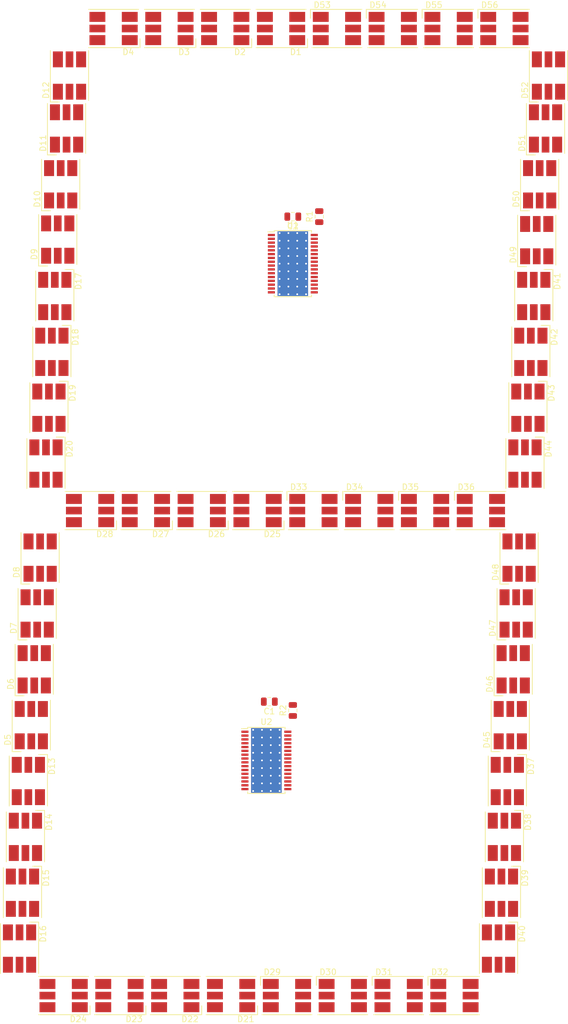
<source format=kicad_pcb>
(kicad_pcb (version 20171130) (host pcbnew "(5.1.2)-1")

  (general
    (thickness 1.6)
    (drawings 0)
    (tracks 0)
    (zones 0)
    (modules 62)
    (nets 180)
  )

  (page A4)
  (layers
    (0 F.Cu signal)
    (31 B.Cu signal)
    (32 B.Adhes user)
    (33 F.Adhes user)
    (34 B.Paste user)
    (35 F.Paste user)
    (36 B.SilkS user)
    (37 F.SilkS user)
    (38 B.Mask user)
    (39 F.Mask user)
    (40 Dwgs.User user)
    (41 Cmts.User user)
    (42 Eco1.User user)
    (43 Eco2.User user)
    (44 Edge.Cuts user)
    (45 Margin user)
    (46 B.CrtYd user)
    (47 F.CrtYd user)
    (48 B.Fab user)
    (49 F.Fab user)
  )

  (setup
    (last_trace_width 0.25)
    (trace_clearance 0.2)
    (zone_clearance 0.508)
    (zone_45_only no)
    (trace_min 0.2)
    (via_size 0.8)
    (via_drill 0.4)
    (via_min_size 0.4)
    (via_min_drill 0.3)
    (uvia_size 0.3)
    (uvia_drill 0.1)
    (uvias_allowed no)
    (uvia_min_size 0.2)
    (uvia_min_drill 0.1)
    (edge_width 0.05)
    (segment_width 0.2)
    (pcb_text_width 0.3)
    (pcb_text_size 1.5 1.5)
    (mod_edge_width 0.12)
    (mod_text_size 1 1)
    (mod_text_width 0.15)
    (pad_size 1.524 1.524)
    (pad_drill 0.762)
    (pad_to_mask_clearance 0.051)
    (solder_mask_min_width 0.25)
    (aux_axis_origin 0 0)
    (visible_elements 7FFFFFFF)
    (pcbplotparams
      (layerselection 0x010fc_ffffffff)
      (usegerberextensions false)
      (usegerberattributes false)
      (usegerberadvancedattributes false)
      (creategerberjobfile false)
      (excludeedgelayer true)
      (linewidth 0.100000)
      (plotframeref false)
      (viasonmask false)
      (mode 1)
      (useauxorigin false)
      (hpglpennumber 1)
      (hpglpenspeed 20)
      (hpglpendiameter 15.000000)
      (psnegative false)
      (psa4output false)
      (plotreference true)
      (plotvalue true)
      (plotinvisibletext false)
      (padsonsilk false)
      (subtractmaskfromsilk false)
      (outputformat 1)
      (mirror false)
      (drillshape 1)
      (scaleselection 1)
      (outputdirectory ""))
  )

  (net 0 "")
  (net 1 GND)
  (net 2 VCC)
  (net 3 "Net-(D1-Pad6)")
  (net 4 "Net-(D1-Pad5)")
  (net 5 "Net-(D1-Pad4)")
  (net 6 "Net-(D1-Pad3)")
  (net 7 "Net-(D1-Pad2)")
  (net 8 "Net-(D1-Pad1)")
  (net 9 "Net-(D2-Pad6)")
  (net 10 "Net-(D2-Pad5)")
  (net 11 "Net-(D2-Pad4)")
  (net 12 "Net-(D10-Pad1)")
  (net 13 "Net-(D10-Pad2)")
  (net 14 "Net-(D10-Pad3)")
  (net 15 "Net-(D5-Pad3)")
  (net 16 "Net-(D5-Pad2)")
  (net 17 "Net-(D5-Pad1)")
  (net 18 "Net-(D13-Pad1)")
  (net 19 "Net-(D13-Pad2)")
  (net 20 "Net-(D13-Pad3)")
  (net 21 "Net-(D10-Pad6)")
  (net 22 "Net-(D10-Pad5)")
  (net 23 "Net-(D10-Pad4)")
  (net 24 "Net-(D11-Pad6)")
  (net 25 "Net-(D11-Pad5)")
  (net 26 "Net-(D11-Pad4)")
  (net 27 "Net-(D13-Pad6)")
  (net 28 "Net-(D13-Pad5)")
  (net 29 "Net-(D13-Pad4)")
  (net 30 "Net-(D14-Pad6)")
  (net 31 "Net-(D14-Pad5)")
  (net 32 "Net-(D14-Pad4)")
  (net 33 "Net-(D15-Pad6)")
  (net 34 "Net-(D15-Pad5)")
  (net 35 "Net-(D15-Pad4)")
  (net 36 "Net-(D17-Pad6)")
  (net 37 "Net-(D17-Pad5)")
  (net 38 "Net-(D17-Pad4)")
  (net 39 "Net-(D18-Pad6)")
  (net 40 "Net-(D18-Pad5)")
  (net 41 "Net-(D18-Pad4)")
  (net 42 "Net-(D19-Pad6)")
  (net 43 "Net-(D19-Pad5)")
  (net 44 "Net-(D19-Pad4)")
  (net 45 "Net-(D21-Pad6)")
  (net 46 "Net-(D21-Pad5)")
  (net 47 "Net-(D21-Pad4)")
  (net 48 Vdrive)
  (net 49 "Net-(D29-Pad6)")
  (net 50 "Net-(D29-Pad5)")
  (net 51 "Net-(D29-Pad4)")
  (net 52 "Net-(D29-Pad3)")
  (net 53 "Net-(D29-Pad2)")
  (net 54 "Net-(D29-Pad1)")
  (net 55 "Net-(D30-Pad6)")
  (net 56 "Net-(D30-Pad5)")
  (net 57 "Net-(D30-Pad4)")
  (net 58 "Net-(D31-Pad6)")
  (net 59 "Net-(D31-Pad5)")
  (net 60 "Net-(D31-Pad4)")
  (net 61 "Net-(D33-Pad6)")
  (net 62 "Net-(D33-Pad5)")
  (net 63 "Net-(D33-Pad4)")
  (net 64 "Net-(D33-Pad3)")
  (net 65 "Net-(D33-Pad2)")
  (net 66 "Net-(D33-Pad1)")
  (net 67 "Net-(D34-Pad6)")
  (net 68 "Net-(D34-Pad5)")
  (net 69 "Net-(D34-Pad4)")
  (net 70 "Net-(D35-Pad6)")
  (net 71 "Net-(D35-Pad5)")
  (net 72 "Net-(D35-Pad4)")
  (net 73 "Net-(D37-Pad6)")
  (net 74 "Net-(D37-Pad5)")
  (net 75 "Net-(D37-Pad4)")
  (net 76 "Net-(D38-Pad6)")
  (net 77 "Net-(D38-Pad5)")
  (net 78 "Net-(D38-Pad4)")
  (net 79 "Net-(D39-Pad6)")
  (net 80 "Net-(D39-Pad5)")
  (net 81 "Net-(D39-Pad4)")
  (net 82 "Net-(D41-Pad6)")
  (net 83 "Net-(D41-Pad5)")
  (net 84 "Net-(D41-Pad4)")
  (net 85 "Net-(D42-Pad6)")
  (net 86 "Net-(D42-Pad5)")
  (net 87 "Net-(D42-Pad4)")
  (net 88 "Net-(D43-Pad6)")
  (net 89 "Net-(D43-Pad5)")
  (net 90 "Net-(D43-Pad4)")
  (net 91 "Net-(D45-Pad6)")
  (net 92 "Net-(D45-Pad5)")
  (net 93 "Net-(D45-Pad4)")
  (net 94 "Net-(D46-Pad6)")
  (net 95 "Net-(D46-Pad5)")
  (net 96 "Net-(D46-Pad4)")
  (net 97 "Net-(D47-Pad6)")
  (net 98 "Net-(D47-Pad5)")
  (net 99 "Net-(D47-Pad4)")
  (net 100 "Net-(D49-Pad6)")
  (net 101 "Net-(D49-Pad5)")
  (net 102 "Net-(D49-Pad4)")
  (net 103 "Net-(R1-Pad1)")
  (net 104 "Net-(R2-Pad1)")
  (net 105 "Net-(U1-Pad33)")
  (net 106 "Net-(U1-Pad30)")
  (net 107 "Net-(U2-Pad33)")
  (net 108 "Net-(D3-Pad6)")
  (net 109 "Net-(D3-Pad5)")
  (net 110 "Net-(D3-Pad4)")
  (net 111 "Net-(D5-Pad6)")
  (net 112 "Net-(D5-Pad5)")
  (net 113 "Net-(D5-Pad4)")
  (net 114 "Net-(D6-Pad6)")
  (net 115 "Net-(D6-Pad5)")
  (net 116 "Net-(D6-Pad4)")
  (net 117 "Net-(D7-Pad6)")
  (net 118 "Net-(D7-Pad5)")
  (net 119 "Net-(D7-Pad4)")
  (net 120 "Net-(D9-Pad3)")
  (net 121 "Net-(D9-Pad2)")
  (net 122 "Net-(D9-Pad1)")
  (net 123 "Net-(D17-Pad3)")
  (net 124 "Net-(D17-Pad2)")
  (net 125 "Net-(D17-Pad1)")
  (net 126 "Net-(D21-Pad3)")
  (net 127 "Net-(D21-Pad2)")
  (net 128 "Net-(D21-Pad1)")
  (net 129 "Net-(D22-Pad6)")
  (net 130 "Net-(D22-Pad5)")
  (net 131 "Net-(D22-Pad4)")
  (net 132 "Net-(D23-Pad6)")
  (net 133 "Net-(D23-Pad5)")
  (net 134 "Net-(D23-Pad4)")
  (net 135 "Net-(D25-Pad6)")
  (net 136 "Net-(D25-Pad5)")
  (net 137 "Net-(D25-Pad4)")
  (net 138 "Net-(D25-Pad3)")
  (net 139 "Net-(D25-Pad2)")
  (net 140 "Net-(D25-Pad1)")
  (net 141 "Net-(D26-Pad6)")
  (net 142 "Net-(D26-Pad5)")
  (net 143 "Net-(D26-Pad4)")
  (net 144 "Net-(D27-Pad6)")
  (net 145 "Net-(D27-Pad5)")
  (net 146 "Net-(D27-Pad4)")
  (net 147 "Net-(D37-Pad3)")
  (net 148 "Net-(D37-Pad2)")
  (net 149 "Net-(D37-Pad1)")
  (net 150 "Net-(D41-Pad3)")
  (net 151 "Net-(D41-Pad2)")
  (net 152 "Net-(D41-Pad1)")
  (net 153 "Net-(D45-Pad3)")
  (net 154 "Net-(D45-Pad2)")
  (net 155 "Net-(D45-Pad1)")
  (net 156 "Net-(D49-Pad3)")
  (net 157 "Net-(D49-Pad2)")
  (net 158 "Net-(D49-Pad1)")
  (net 159 "Net-(D50-Pad6)")
  (net 160 "Net-(D50-Pad5)")
  (net 161 "Net-(D50-Pad4)")
  (net 162 "Net-(D51-Pad6)")
  (net 163 "Net-(D51-Pad5)")
  (net 164 "Net-(D51-Pad4)")
  (net 165 "Net-(D53-Pad6)")
  (net 166 "Net-(D53-Pad5)")
  (net 167 "Net-(D53-Pad4)")
  (net 168 "Net-(D53-Pad3)")
  (net 169 "Net-(D53-Pad2)")
  (net 170 "Net-(D53-Pad1)")
  (net 171 "Net-(D54-Pad6)")
  (net 172 "Net-(D54-Pad5)")
  (net 173 "Net-(D54-Pad4)")
  (net 174 "Net-(D55-Pad6)")
  (net 175 "Net-(D55-Pad5)")
  (net 176 "Net-(D55-Pad4)")
  (net 177 "Net-(J3-Pad8)")
  (net 178 "Net-(J3-Pad6)")
  (net 179 "Net-(J3-Pad4)")

  (net_class Default "Dies ist die voreingestellte Netzklasse."
    (clearance 0.2)
    (trace_width 0.25)
    (via_dia 0.8)
    (via_drill 0.4)
    (uvia_dia 0.3)
    (uvia_drill 0.1)
    (add_net GND)
    (add_net "Net-(D1-Pad1)")
    (add_net "Net-(D1-Pad2)")
    (add_net "Net-(D1-Pad3)")
    (add_net "Net-(D1-Pad4)")
    (add_net "Net-(D1-Pad5)")
    (add_net "Net-(D1-Pad6)")
    (add_net "Net-(D10-Pad1)")
    (add_net "Net-(D10-Pad2)")
    (add_net "Net-(D10-Pad3)")
    (add_net "Net-(D10-Pad4)")
    (add_net "Net-(D10-Pad5)")
    (add_net "Net-(D10-Pad6)")
    (add_net "Net-(D11-Pad4)")
    (add_net "Net-(D11-Pad5)")
    (add_net "Net-(D11-Pad6)")
    (add_net "Net-(D13-Pad1)")
    (add_net "Net-(D13-Pad2)")
    (add_net "Net-(D13-Pad3)")
    (add_net "Net-(D13-Pad4)")
    (add_net "Net-(D13-Pad5)")
    (add_net "Net-(D13-Pad6)")
    (add_net "Net-(D14-Pad4)")
    (add_net "Net-(D14-Pad5)")
    (add_net "Net-(D14-Pad6)")
    (add_net "Net-(D15-Pad4)")
    (add_net "Net-(D15-Pad5)")
    (add_net "Net-(D15-Pad6)")
    (add_net "Net-(D17-Pad1)")
    (add_net "Net-(D17-Pad2)")
    (add_net "Net-(D17-Pad3)")
    (add_net "Net-(D17-Pad4)")
    (add_net "Net-(D17-Pad5)")
    (add_net "Net-(D17-Pad6)")
    (add_net "Net-(D18-Pad4)")
    (add_net "Net-(D18-Pad5)")
    (add_net "Net-(D18-Pad6)")
    (add_net "Net-(D19-Pad4)")
    (add_net "Net-(D19-Pad5)")
    (add_net "Net-(D19-Pad6)")
    (add_net "Net-(D2-Pad4)")
    (add_net "Net-(D2-Pad5)")
    (add_net "Net-(D2-Pad6)")
    (add_net "Net-(D21-Pad1)")
    (add_net "Net-(D21-Pad2)")
    (add_net "Net-(D21-Pad3)")
    (add_net "Net-(D21-Pad4)")
    (add_net "Net-(D21-Pad5)")
    (add_net "Net-(D21-Pad6)")
    (add_net "Net-(D22-Pad4)")
    (add_net "Net-(D22-Pad5)")
    (add_net "Net-(D22-Pad6)")
    (add_net "Net-(D23-Pad4)")
    (add_net "Net-(D23-Pad5)")
    (add_net "Net-(D23-Pad6)")
    (add_net "Net-(D25-Pad1)")
    (add_net "Net-(D25-Pad2)")
    (add_net "Net-(D25-Pad3)")
    (add_net "Net-(D25-Pad4)")
    (add_net "Net-(D25-Pad5)")
    (add_net "Net-(D25-Pad6)")
    (add_net "Net-(D26-Pad4)")
    (add_net "Net-(D26-Pad5)")
    (add_net "Net-(D26-Pad6)")
    (add_net "Net-(D27-Pad4)")
    (add_net "Net-(D27-Pad5)")
    (add_net "Net-(D27-Pad6)")
    (add_net "Net-(D29-Pad1)")
    (add_net "Net-(D29-Pad2)")
    (add_net "Net-(D29-Pad3)")
    (add_net "Net-(D29-Pad4)")
    (add_net "Net-(D29-Pad5)")
    (add_net "Net-(D29-Pad6)")
    (add_net "Net-(D3-Pad4)")
    (add_net "Net-(D3-Pad5)")
    (add_net "Net-(D3-Pad6)")
    (add_net "Net-(D30-Pad4)")
    (add_net "Net-(D30-Pad5)")
    (add_net "Net-(D30-Pad6)")
    (add_net "Net-(D31-Pad4)")
    (add_net "Net-(D31-Pad5)")
    (add_net "Net-(D31-Pad6)")
    (add_net "Net-(D33-Pad1)")
    (add_net "Net-(D33-Pad2)")
    (add_net "Net-(D33-Pad3)")
    (add_net "Net-(D33-Pad4)")
    (add_net "Net-(D33-Pad5)")
    (add_net "Net-(D33-Pad6)")
    (add_net "Net-(D34-Pad4)")
    (add_net "Net-(D34-Pad5)")
    (add_net "Net-(D34-Pad6)")
    (add_net "Net-(D35-Pad4)")
    (add_net "Net-(D35-Pad5)")
    (add_net "Net-(D35-Pad6)")
    (add_net "Net-(D37-Pad1)")
    (add_net "Net-(D37-Pad2)")
    (add_net "Net-(D37-Pad3)")
    (add_net "Net-(D37-Pad4)")
    (add_net "Net-(D37-Pad5)")
    (add_net "Net-(D37-Pad6)")
    (add_net "Net-(D38-Pad4)")
    (add_net "Net-(D38-Pad5)")
    (add_net "Net-(D38-Pad6)")
    (add_net "Net-(D39-Pad4)")
    (add_net "Net-(D39-Pad5)")
    (add_net "Net-(D39-Pad6)")
    (add_net "Net-(D41-Pad1)")
    (add_net "Net-(D41-Pad2)")
    (add_net "Net-(D41-Pad3)")
    (add_net "Net-(D41-Pad4)")
    (add_net "Net-(D41-Pad5)")
    (add_net "Net-(D41-Pad6)")
    (add_net "Net-(D42-Pad4)")
    (add_net "Net-(D42-Pad5)")
    (add_net "Net-(D42-Pad6)")
    (add_net "Net-(D43-Pad4)")
    (add_net "Net-(D43-Pad5)")
    (add_net "Net-(D43-Pad6)")
    (add_net "Net-(D45-Pad1)")
    (add_net "Net-(D45-Pad2)")
    (add_net "Net-(D45-Pad3)")
    (add_net "Net-(D45-Pad4)")
    (add_net "Net-(D45-Pad5)")
    (add_net "Net-(D45-Pad6)")
    (add_net "Net-(D46-Pad4)")
    (add_net "Net-(D46-Pad5)")
    (add_net "Net-(D46-Pad6)")
    (add_net "Net-(D47-Pad4)")
    (add_net "Net-(D47-Pad5)")
    (add_net "Net-(D47-Pad6)")
    (add_net "Net-(D49-Pad1)")
    (add_net "Net-(D49-Pad2)")
    (add_net "Net-(D49-Pad3)")
    (add_net "Net-(D49-Pad4)")
    (add_net "Net-(D49-Pad5)")
    (add_net "Net-(D49-Pad6)")
    (add_net "Net-(D5-Pad1)")
    (add_net "Net-(D5-Pad2)")
    (add_net "Net-(D5-Pad3)")
    (add_net "Net-(D5-Pad4)")
    (add_net "Net-(D5-Pad5)")
    (add_net "Net-(D5-Pad6)")
    (add_net "Net-(D50-Pad4)")
    (add_net "Net-(D50-Pad5)")
    (add_net "Net-(D50-Pad6)")
    (add_net "Net-(D51-Pad4)")
    (add_net "Net-(D51-Pad5)")
    (add_net "Net-(D51-Pad6)")
    (add_net "Net-(D53-Pad1)")
    (add_net "Net-(D53-Pad2)")
    (add_net "Net-(D53-Pad3)")
    (add_net "Net-(D53-Pad4)")
    (add_net "Net-(D53-Pad5)")
    (add_net "Net-(D53-Pad6)")
    (add_net "Net-(D54-Pad4)")
    (add_net "Net-(D54-Pad5)")
    (add_net "Net-(D54-Pad6)")
    (add_net "Net-(D55-Pad4)")
    (add_net "Net-(D55-Pad5)")
    (add_net "Net-(D55-Pad6)")
    (add_net "Net-(D6-Pad4)")
    (add_net "Net-(D6-Pad5)")
    (add_net "Net-(D6-Pad6)")
    (add_net "Net-(D7-Pad4)")
    (add_net "Net-(D7-Pad5)")
    (add_net "Net-(D7-Pad6)")
    (add_net "Net-(D9-Pad1)")
    (add_net "Net-(D9-Pad2)")
    (add_net "Net-(D9-Pad3)")
    (add_net "Net-(J3-Pad4)")
    (add_net "Net-(J3-Pad6)")
    (add_net "Net-(J3-Pad8)")
    (add_net "Net-(R1-Pad1)")
    (add_net "Net-(R2-Pad1)")
    (add_net "Net-(U1-Pad30)")
    (add_net "Net-(U1-Pad33)")
    (add_net "Net-(U2-Pad33)")
    (add_net VCC)
    (add_net Vdrive)
  )

  (module Resistor_SMD:R_0805_2012Metric (layer F.Cu) (tedit 5B36C52B) (tstamp 5D6D07FF)
    (at 90.5 54.5 90)
    (descr "Resistor SMD 0805 (2012 Metric), square (rectangular) end terminal, IPC_7351 nominal, (Body size source: https://docs.google.com/spreadsheets/d/1BsfQQcO9C6DZCsRaXUlFlo91Tg2WpOkGARC1WS5S8t0/edit?usp=sharing), generated with kicad-footprint-generator")
    (tags resistor)
    (path /5DE16A67)
    (attr smd)
    (fp_text reference R1 (at 0 -1.65 90) (layer F.SilkS)
      (effects (font (size 1 1) (thickness 0.15)))
    )
    (fp_text value R_Small (at 0 1.65 90) (layer F.Fab) hide
      (effects (font (size 1 1) (thickness 0.15)))
    )
    (fp_line (start -1 0.6) (end -1 -0.6) (layer F.Fab) (width 0.1))
    (fp_line (start -1 -0.6) (end 1 -0.6) (layer F.Fab) (width 0.1))
    (fp_line (start 1 -0.6) (end 1 0.6) (layer F.Fab) (width 0.1))
    (fp_line (start 1 0.6) (end -1 0.6) (layer F.Fab) (width 0.1))
    (fp_line (start -0.258578 -0.71) (end 0.258578 -0.71) (layer F.SilkS) (width 0.12))
    (fp_line (start -0.258578 0.71) (end 0.258578 0.71) (layer F.SilkS) (width 0.12))
    (fp_line (start -1.68 0.95) (end -1.68 -0.95) (layer F.CrtYd) (width 0.05))
    (fp_line (start -1.68 -0.95) (end 1.68 -0.95) (layer F.CrtYd) (width 0.05))
    (fp_line (start 1.68 -0.95) (end 1.68 0.95) (layer F.CrtYd) (width 0.05))
    (fp_line (start 1.68 0.95) (end -1.68 0.95) (layer F.CrtYd) (width 0.05))
    (fp_text user %R (at 0 0 90) (layer F.Fab) hide
      (effects (font (size 0.5 0.5) (thickness 0.08)))
    )
    (pad 1 smd roundrect (at -0.9375 0 90) (size 0.975 1.4) (layers F.Cu F.Paste F.Mask) (roundrect_rratio 0.25)
      (net 103 "Net-(R1-Pad1)"))
    (pad 2 smd roundrect (at 0.9375 0 90) (size 0.975 1.4) (layers F.Cu F.Paste F.Mask) (roundrect_rratio 0.25)
      (net 1 GND))
    (model ${KISYS3DMOD}/Resistor_SMD.3dshapes/R_0805_2012Metric.wrl
      (at (xyz 0 0 0))
      (scale (xyz 1 1 1))
      (rotate (xyz 0 0 0))
    )
  )

  (module Resistor_SMD:R_0805_2012Metric (layer F.Cu) (tedit 5B36C52B) (tstamp 5D6F297F)
    (at 86 138.5 90)
    (descr "Resistor SMD 0805 (2012 Metric), square (rectangular) end terminal, IPC_7351 nominal, (Body size source: https://docs.google.com/spreadsheets/d/1BsfQQcO9C6DZCsRaXUlFlo91Tg2WpOkGARC1WS5S8t0/edit?usp=sharing), generated with kicad-footprint-generator")
    (tags resistor)
    (path /5E0458A4)
    (attr smd)
    (fp_text reference R2 (at 0 -1.65 90) (layer F.SilkS)
      (effects (font (size 1 1) (thickness 0.15)))
    )
    (fp_text value R_Small (at 0 1.65 90) (layer F.Fab) hide
      (effects (font (size 1 1) (thickness 0.15)))
    )
    (fp_text user %R (at 0 0 90) (layer F.Fab) hide
      (effects (font (size 0.5 0.5) (thickness 0.08)))
    )
    (fp_line (start 1.68 0.95) (end -1.68 0.95) (layer F.CrtYd) (width 0.05))
    (fp_line (start 1.68 -0.95) (end 1.68 0.95) (layer F.CrtYd) (width 0.05))
    (fp_line (start -1.68 -0.95) (end 1.68 -0.95) (layer F.CrtYd) (width 0.05))
    (fp_line (start -1.68 0.95) (end -1.68 -0.95) (layer F.CrtYd) (width 0.05))
    (fp_line (start -0.258578 0.71) (end 0.258578 0.71) (layer F.SilkS) (width 0.12))
    (fp_line (start -0.258578 -0.71) (end 0.258578 -0.71) (layer F.SilkS) (width 0.12))
    (fp_line (start 1 0.6) (end -1 0.6) (layer F.Fab) (width 0.1))
    (fp_line (start 1 -0.6) (end 1 0.6) (layer F.Fab) (width 0.1))
    (fp_line (start -1 -0.6) (end 1 -0.6) (layer F.Fab) (width 0.1))
    (fp_line (start -1 0.6) (end -1 -0.6) (layer F.Fab) (width 0.1))
    (pad 2 smd roundrect (at 0.9375 0 90) (size 0.975 1.4) (layers F.Cu F.Paste F.Mask) (roundrect_rratio 0.25)
      (net 1 GND))
    (pad 1 smd roundrect (at -0.9375 0 90) (size 0.975 1.4) (layers F.Cu F.Paste F.Mask) (roundrect_rratio 0.25)
      (net 104 "Net-(R2-Pad1)"))
    (model ${KISYS3DMOD}/Resistor_SMD.3dshapes/R_0805_2012Metric.wrl
      (at (xyz 0 0 0))
      (scale (xyz 1 1 1))
      (rotate (xyz 0 0 0))
    )
  )

  (module Package_SO:HTSSOP-32-1EP_6.1x11mm_P0.65mm_EP5.2x11mm_Mask4.11x4.36mm_ThermalVias (layer F.Cu) (tedit 5A671D40) (tstamp 5D6D0A1B)
    (at 86 62.5)
    (descr "HTSSOP32: plastic thin shrink small outline package; 32 leads; body width 6.1 mm; lead pitch 0.65 mm (see NXP SSOP-TSSOP-VSO-REFLOW.pdf and sot487-1_po.pdf)")
    (tags "SSOP 0.65 PowerPAD")
    (path /5D9B001C)
    (attr smd)
    (fp_text reference U1 (at 0 -6.55) (layer F.SilkS)
      (effects (font (size 1 1) (thickness 0.15)))
    )
    (fp_text value TLC5952 (at 0 6.55) (layer F.Fab) hide
      (effects (font (size 1 1) (thickness 0.15)))
    )
    (fp_line (start 3.05 5.5) (end -3.05 5.5) (layer F.Fab) (width 0.15))
    (fp_line (start -3.05 5.5) (end -3.05 -4.5) (layer F.Fab) (width 0.15))
    (fp_line (start -3.05 -4.5) (end -2.05 -5.5) (layer F.Fab) (width 0.15))
    (fp_line (start -2.05 -5.5) (end 3.05 -5.5) (layer F.Fab) (width 0.15))
    (fp_line (start 3.05 -5.5) (end 3.05 5.5) (layer F.Fab) (width 0.15))
    (fp_line (start -4.5 -5.8) (end -4.5 5.8) (layer F.CrtYd) (width 0.05))
    (fp_line (start -4.5 5.8) (end 4.5 5.8) (layer F.CrtYd) (width 0.05))
    (fp_line (start 4.5 5.8) (end 4.5 -5.8) (layer F.CrtYd) (width 0.05))
    (fp_line (start 4.5 -5.8) (end -4.5 -5.8) (layer F.CrtYd) (width 0.05))
    (fp_line (start -4.25 -5.4) (end -3.175 -5.4) (layer F.SilkS) (width 0.15))
    (fp_line (start -3.175 -5.4) (end -3.175 -5.625) (layer F.SilkS) (width 0.15))
    (fp_line (start -3.175 -5.625) (end 3.175 -5.625) (layer F.SilkS) (width 0.15))
    (fp_line (start 3.175 -5.625) (end 3.175 -5.3) (layer F.SilkS) (width 0.15))
    (fp_line (start -3.175 5.3) (end -3.175 5.625) (layer F.SilkS) (width 0.15))
    (fp_line (start -3.175 5.625) (end 3.175 5.625) (layer F.SilkS) (width 0.15))
    (fp_line (start 3.175 5.625) (end 3.175 5.3) (layer F.SilkS) (width 0.15))
    (fp_text user %R (at 0 0) (layer F.Fab) hide
      (effects (font (size 0.8 0.8) (thickness 0.15)))
    )
    (pad 1 smd rect (at -3.65 -4.875) (size 1.2 0.4) (layers F.Cu F.Paste F.Mask)
      (net 1 GND))
    (pad 2 smd rect (at -3.65 -4.225) (size 1.2 0.4) (layers F.Cu F.Paste F.Mask))
    (pad 3 smd rect (at -3.65 -3.575) (size 1.2 0.4) (layers F.Cu F.Paste F.Mask)
      (net 179 "Net-(J3-Pad4)"))
    (pad 4 smd rect (at -3.65 -2.925) (size 1.2 0.4) (layers F.Cu F.Paste F.Mask)
      (net 178 "Net-(J3-Pad6)"))
    (pad 5 smd rect (at -3.65 -2.275) (size 1.2 0.4) (layers F.Cu F.Paste F.Mask)
      (net 6 "Net-(D1-Pad3)"))
    (pad 6 smd rect (at -3.65 -1.625) (size 1.2 0.4) (layers F.Cu F.Paste F.Mask)
      (net 7 "Net-(D1-Pad2)"))
    (pad 7 smd rect (at -3.65 -0.975) (size 1.2 0.4) (layers F.Cu F.Paste F.Mask)
      (net 8 "Net-(D1-Pad1)"))
    (pad 8 smd rect (at -3.65 -0.325) (size 1.2 0.4) (layers F.Cu F.Paste F.Mask)
      (net 120 "Net-(D9-Pad3)"))
    (pad 9 smd rect (at -3.65 0.325) (size 1.2 0.4) (layers F.Cu F.Paste F.Mask)
      (net 121 "Net-(D9-Pad2)"))
    (pad 10 smd rect (at -3.65 0.975) (size 1.2 0.4) (layers F.Cu F.Paste F.Mask)
      (net 122 "Net-(D9-Pad1)"))
    (pad 11 smd rect (at -3.65 1.625) (size 1.2 0.4) (layers F.Cu F.Paste F.Mask)
      (net 123 "Net-(D17-Pad3)"))
    (pad 12 smd rect (at -3.65 2.275) (size 1.2 0.4) (layers F.Cu F.Paste F.Mask)
      (net 124 "Net-(D17-Pad2)"))
    (pad 13 smd rect (at -3.65 2.925) (size 1.2 0.4) (layers F.Cu F.Paste F.Mask)
      (net 125 "Net-(D17-Pad1)"))
    (pad 14 smd rect (at -3.65 3.575) (size 1.2 0.4) (layers F.Cu F.Paste F.Mask)
      (net 138 "Net-(D25-Pad3)"))
    (pad 15 smd rect (at -3.65 4.225) (size 1.2 0.4) (layers F.Cu F.Paste F.Mask)
      (net 139 "Net-(D25-Pad2)"))
    (pad 16 smd rect (at -3.65 4.875) (size 1.2 0.4) (layers F.Cu F.Paste F.Mask)
      (net 140 "Net-(D25-Pad1)"))
    (pad 17 smd rect (at 3.65 4.875) (size 1.2 0.4) (layers F.Cu F.Paste F.Mask)
      (net 64 "Net-(D33-Pad3)"))
    (pad 18 smd rect (at 3.65 4.225) (size 1.2 0.4) (layers F.Cu F.Paste F.Mask)
      (net 65 "Net-(D33-Pad2)"))
    (pad 19 smd rect (at 3.65 3.575) (size 1.2 0.4) (layers F.Cu F.Paste F.Mask)
      (net 66 "Net-(D33-Pad1)"))
    (pad 20 smd rect (at 3.65 2.925) (size 1.2 0.4) (layers F.Cu F.Paste F.Mask)
      (net 150 "Net-(D41-Pad3)"))
    (pad 21 smd rect (at 3.65 2.275) (size 1.2 0.4) (layers F.Cu F.Paste F.Mask)
      (net 151 "Net-(D41-Pad2)"))
    (pad 22 smd rect (at 3.65 1.625) (size 1.2 0.4) (layers F.Cu F.Paste F.Mask)
      (net 152 "Net-(D41-Pad1)"))
    (pad 23 smd rect (at 3.65 0.975) (size 1.2 0.4) (layers F.Cu F.Paste F.Mask)
      (net 156 "Net-(D49-Pad3)"))
    (pad 24 smd rect (at 3.65 0.325) (size 1.2 0.4) (layers F.Cu F.Paste F.Mask)
      (net 157 "Net-(D49-Pad2)"))
    (pad 25 smd rect (at 3.65 -0.325) (size 1.2 0.4) (layers F.Cu F.Paste F.Mask)
      (net 158 "Net-(D49-Pad1)"))
    (pad 26 smd rect (at 3.65 -0.975) (size 1.2 0.4) (layers F.Cu F.Paste F.Mask)
      (net 168 "Net-(D53-Pad3)"))
    (pad 27 smd rect (at 3.65 -1.625) (size 1.2 0.4) (layers F.Cu F.Paste F.Mask)
      (net 169 "Net-(D53-Pad2)"))
    (pad 28 smd rect (at 3.65 -2.275) (size 1.2 0.4) (layers F.Cu F.Paste F.Mask)
      (net 170 "Net-(D53-Pad1)"))
    (pad 29 smd rect (at 3.65 -2.925) (size 1.2 0.4) (layers F.Cu F.Paste F.Mask)
      (net 177 "Net-(J3-Pad8)"))
    (pad 30 smd rect (at 3.65 -3.575) (size 1.2 0.4) (layers F.Cu F.Paste F.Mask)
      (net 106 "Net-(U1-Pad30)"))
    (pad 31 smd rect (at 3.65 -4.225) (size 1.2 0.4) (layers F.Cu F.Paste F.Mask)
      (net 2 VCC))
    (pad 32 smd rect (at 3.65 -4.875) (size 1.2 0.4) (layers F.Cu F.Paste F.Mask)
      (net 103 "Net-(R1-Pad1)"))
    (pad 33 smd rect (at 0 0) (size 5.2 11) (layers F.Cu)
      (net 105 "Net-(U1-Pad33)"))
    (pad "" smd rect (at 0 0) (size 4.11 4.36) (layers F.Mask))
    (pad 33 thru_hole circle (at -2.25 -5.2) (size 0.6 0.6) (drill 0.3) (layers *.Cu)
      (net 105 "Net-(U1-Pad33)"))
    (pad 33 thru_hole circle (at -0.75 -5.2) (size 0.6 0.6) (drill 0.3) (layers *.Cu)
      (net 105 "Net-(U1-Pad33)"))
    (pad 33 thru_hole circle (at 0.75 -5.2) (size 0.6 0.6) (drill 0.3) (layers *.Cu)
      (net 105 "Net-(U1-Pad33)"))
    (pad 33 thru_hole circle (at 2.25 -5.2) (size 0.6 0.6) (drill 0.3) (layers *.Cu)
      (net 105 "Net-(U1-Pad33)"))
    (pad 33 thru_hole circle (at -2.25 -3.9) (size 0.6 0.6) (drill 0.3) (layers *.Cu)
      (net 105 "Net-(U1-Pad33)"))
    (pad 33 thru_hole circle (at -0.75 -3.9) (size 0.6 0.6) (drill 0.3) (layers *.Cu)
      (net 105 "Net-(U1-Pad33)"))
    (pad 33 thru_hole circle (at 0.75 -3.9) (size 0.6 0.6) (drill 0.3) (layers *.Cu)
      (net 105 "Net-(U1-Pad33)"))
    (pad 33 thru_hole circle (at 2.25 -3.9) (size 0.6 0.6) (drill 0.3) (layers *.Cu)
      (net 105 "Net-(U1-Pad33)"))
    (pad 33 thru_hole circle (at 2.25 -2.6) (size 0.6 0.6) (drill 0.3) (layers *.Cu)
      (net 105 "Net-(U1-Pad33)"))
    (pad 33 thru_hole circle (at -2.25 -1.3) (size 0.6 0.6) (drill 0.3) (layers *.Cu)
      (net 105 "Net-(U1-Pad33)"))
    (pad 33 thru_hole circle (at 2.25 -1.3) (size 0.6 0.6) (drill 0.3) (layers *.Cu)
      (net 105 "Net-(U1-Pad33)"))
    (pad 33 thru_hole circle (at -0.75 -1.3) (size 0.6 0.6) (drill 0.3) (layers *.Cu)
      (net 105 "Net-(U1-Pad33)"))
    (pad 33 thru_hole circle (at -2.25 -2.6) (size 0.6 0.6) (drill 0.3) (layers *.Cu)
      (net 105 "Net-(U1-Pad33)"))
    (pad 33 thru_hole circle (at -0.75 -2.6) (size 0.6 0.6) (drill 0.3) (layers *.Cu)
      (net 105 "Net-(U1-Pad33)"))
    (pad 33 thru_hole circle (at 0.75 -2.6) (size 0.6 0.6) (drill 0.3) (layers *.Cu)
      (net 105 "Net-(U1-Pad33)"))
    (pad 33 thru_hole circle (at 0.75 -1.3) (size 0.6 0.6) (drill 0.3) (layers *.Cu)
      (net 105 "Net-(U1-Pad33)"))
    (pad 33 thru_hole circle (at 2.25 0) (size 0.6 0.6) (drill 0.3) (layers *.Cu)
      (net 105 "Net-(U1-Pad33)"))
    (pad 33 thru_hole circle (at -2.25 1.3) (size 0.6 0.6) (drill 0.3) (layers *.Cu)
      (net 105 "Net-(U1-Pad33)"))
    (pad 33 thru_hole circle (at 2.25 1.3) (size 0.6 0.6) (drill 0.3) (layers *.Cu)
      (net 105 "Net-(U1-Pad33)"))
    (pad 33 thru_hole circle (at -0.75 1.3) (size 0.6 0.6) (drill 0.3) (layers *.Cu)
      (net 105 "Net-(U1-Pad33)"))
    (pad 33 thru_hole circle (at -2.25 0) (size 0.6 0.6) (drill 0.3) (layers *.Cu)
      (net 105 "Net-(U1-Pad33)"))
    (pad 33 thru_hole circle (at -0.75 0) (size 0.6 0.6) (drill 0.3) (layers *.Cu)
      (net 105 "Net-(U1-Pad33)"))
    (pad 33 thru_hole circle (at 0.75 0) (size 0.6 0.6) (drill 0.3) (layers *.Cu)
      (net 105 "Net-(U1-Pad33)"))
    (pad 33 thru_hole circle (at 0.75 1.3) (size 0.6 0.6) (drill 0.3) (layers *.Cu)
      (net 105 "Net-(U1-Pad33)"))
    (pad 33 thru_hole circle (at 2.25 2.6) (size 0.6 0.6) (drill 0.3) (layers *.Cu)
      (net 105 "Net-(U1-Pad33)"))
    (pad 33 thru_hole circle (at -2.25 3.9) (size 0.6 0.6) (drill 0.3) (layers *.Cu)
      (net 105 "Net-(U1-Pad33)"))
    (pad 33 thru_hole circle (at 2.25 3.9) (size 0.6 0.6) (drill 0.3) (layers *.Cu)
      (net 105 "Net-(U1-Pad33)"))
    (pad 33 thru_hole circle (at -0.75 3.9) (size 0.6 0.6) (drill 0.3) (layers *.Cu)
      (net 105 "Net-(U1-Pad33)"))
    (pad 33 thru_hole circle (at -2.25 2.6) (size 0.6 0.6) (drill 0.3) (layers *.Cu)
      (net 105 "Net-(U1-Pad33)"))
    (pad 33 thru_hole circle (at -0.75 2.6) (size 0.6 0.6) (drill 0.3) (layers *.Cu)
      (net 105 "Net-(U1-Pad33)"))
    (pad 33 thru_hole circle (at 0.75 2.6) (size 0.6 0.6) (drill 0.3) (layers *.Cu)
      (net 105 "Net-(U1-Pad33)"))
    (pad 33 thru_hole circle (at 0.75 3.9) (size 0.6 0.6) (drill 0.3) (layers *.Cu)
      (net 105 "Net-(U1-Pad33)"))
    (pad 33 thru_hole circle (at -0.75 5.2) (size 0.6 0.6) (drill 0.3) (layers *.Cu)
      (net 105 "Net-(U1-Pad33)"))
    (pad 33 thru_hole circle (at -2.25 5.2) (size 0.6 0.6) (drill 0.3) (layers *.Cu)
      (net 105 "Net-(U1-Pad33)"))
    (pad 33 thru_hole circle (at 2.25 5.2) (size 0.6 0.6) (drill 0.3) (layers *.Cu)
      (net 105 "Net-(U1-Pad33)"))
    (pad 33 thru_hole circle (at 0.75 5.2) (size 0.6 0.6) (drill 0.3) (layers *.Cu)
      (net 105 "Net-(U1-Pad33)"))
    (pad "" smd rect (at 0 -0.65) (size 1.2 1) (layers F.Paste))
    (pad "" smd rect (at 0 0.65) (size 1.2 1) (layers F.Paste))
    (pad "" smd rect (at 0 1.725) (size 1.2 0.55) (layers F.Paste))
    (pad "" smd rect (at 0 -1.725) (size 1.2 0.55) (layers F.Paste))
    (pad "" smd rect (at -1.365 -0.65) (size 0.93 1) (layers F.Paste))
    (pad "" smd rect (at -1.365 0.65) (size 0.93 1) (layers F.Paste))
    (pad "" smd rect (at 1.365 0.65) (size 0.93 1) (layers F.Paste))
    (pad "" smd rect (at 1.365 -0.65) (size 0.93 1) (layers F.Paste))
    (pad "" smd rect (at 1.365 -1.725) (size 0.93 0.55) (layers F.Paste))
    (pad "" smd rect (at 1.365 1.725) (size 0.93 0.55) (layers F.Paste))
    (pad "" smd rect (at -1.365 1.725) (size 0.93 0.55) (layers F.Paste))
    (pad "" smd rect (at -1.365 -1.725) (size 0.93 0.55) (layers F.Paste))
    (pad 33 smd rect (at 0 0) (size 5.2 11) (layers B.Cu)
      (net 105 "Net-(U1-Pad33)"))
    (model ${KISYS3DMOD}/Package_SO.3dshapes/HTSSOP-32-1EP_6.1x11mm_P0.65mm_EP5.2x11mm.wrl
      (at (xyz 0 0 0))
      (scale (xyz 1 1 1))
      (rotate (xyz 0 0 0))
    )
  )

  (module Package_SO:HTSSOP-32-1EP_6.1x11mm_P0.65mm_EP5.2x11mm_Mask4.11x4.36mm_ThermalVias (layer F.Cu) (tedit 5A671D40) (tstamp 5D6F2A36)
    (at 81.5 147)
    (descr "HTSSOP32: plastic thin shrink small outline package; 32 leads; body width 6.1 mm; lead pitch 0.65 mm (see NXP SSOP-TSSOP-VSO-REFLOW.pdf and sot487-1_po.pdf)")
    (tags "SSOP 0.65 PowerPAD")
    (path /5E045839)
    (attr smd)
    (fp_text reference U2 (at 0 -6.55) (layer F.SilkS)
      (effects (font (size 1 1) (thickness 0.15)))
    )
    (fp_text value TLC5952 (at 0 6.55) (layer F.Fab) hide
      (effects (font (size 1 1) (thickness 0.15)))
    )
    (fp_text user %R (at 0 0) (layer F.Fab) hide
      (effects (font (size 0.8 0.8) (thickness 0.15)))
    )
    (fp_line (start 3.175 5.625) (end 3.175 5.3) (layer F.SilkS) (width 0.15))
    (fp_line (start -3.175 5.625) (end 3.175 5.625) (layer F.SilkS) (width 0.15))
    (fp_line (start -3.175 5.3) (end -3.175 5.625) (layer F.SilkS) (width 0.15))
    (fp_line (start 3.175 -5.625) (end 3.175 -5.3) (layer F.SilkS) (width 0.15))
    (fp_line (start -3.175 -5.625) (end 3.175 -5.625) (layer F.SilkS) (width 0.15))
    (fp_line (start -3.175 -5.4) (end -3.175 -5.625) (layer F.SilkS) (width 0.15))
    (fp_line (start -4.25 -5.4) (end -3.175 -5.4) (layer F.SilkS) (width 0.15))
    (fp_line (start 4.5 -5.8) (end -4.5 -5.8) (layer F.CrtYd) (width 0.05))
    (fp_line (start 4.5 5.8) (end 4.5 -5.8) (layer F.CrtYd) (width 0.05))
    (fp_line (start -4.5 5.8) (end 4.5 5.8) (layer F.CrtYd) (width 0.05))
    (fp_line (start -4.5 -5.8) (end -4.5 5.8) (layer F.CrtYd) (width 0.05))
    (fp_line (start 3.05 -5.5) (end 3.05 5.5) (layer F.Fab) (width 0.15))
    (fp_line (start -2.05 -5.5) (end 3.05 -5.5) (layer F.Fab) (width 0.15))
    (fp_line (start -3.05 -4.5) (end -2.05 -5.5) (layer F.Fab) (width 0.15))
    (fp_line (start -3.05 5.5) (end -3.05 -4.5) (layer F.Fab) (width 0.15))
    (fp_line (start 3.05 5.5) (end -3.05 5.5) (layer F.Fab) (width 0.15))
    (pad 33 smd rect (at 0 0) (size 5.2 11) (layers B.Cu)
      (net 107 "Net-(U2-Pad33)"))
    (pad "" smd rect (at -1.365 -1.725) (size 0.93 0.55) (layers F.Paste))
    (pad "" smd rect (at -1.365 1.725) (size 0.93 0.55) (layers F.Paste))
    (pad "" smd rect (at 1.365 1.725) (size 0.93 0.55) (layers F.Paste))
    (pad "" smd rect (at 1.365 -1.725) (size 0.93 0.55) (layers F.Paste))
    (pad "" smd rect (at 1.365 -0.65) (size 0.93 1) (layers F.Paste))
    (pad "" smd rect (at 1.365 0.65) (size 0.93 1) (layers F.Paste))
    (pad "" smd rect (at -1.365 0.65) (size 0.93 1) (layers F.Paste))
    (pad "" smd rect (at -1.365 -0.65) (size 0.93 1) (layers F.Paste))
    (pad "" smd rect (at 0 -1.725) (size 1.2 0.55) (layers F.Paste))
    (pad "" smd rect (at 0 1.725) (size 1.2 0.55) (layers F.Paste))
    (pad "" smd rect (at 0 0.65) (size 1.2 1) (layers F.Paste))
    (pad "" smd rect (at 0 -0.65) (size 1.2 1) (layers F.Paste))
    (pad 33 thru_hole circle (at 0.75 5.2) (size 0.6 0.6) (drill 0.3) (layers *.Cu)
      (net 107 "Net-(U2-Pad33)"))
    (pad 33 thru_hole circle (at 2.25 5.2) (size 0.6 0.6) (drill 0.3) (layers *.Cu)
      (net 107 "Net-(U2-Pad33)"))
    (pad 33 thru_hole circle (at -2.25 5.2) (size 0.6 0.6) (drill 0.3) (layers *.Cu)
      (net 107 "Net-(U2-Pad33)"))
    (pad 33 thru_hole circle (at -0.75 5.2) (size 0.6 0.6) (drill 0.3) (layers *.Cu)
      (net 107 "Net-(U2-Pad33)"))
    (pad 33 thru_hole circle (at 0.75 3.9) (size 0.6 0.6) (drill 0.3) (layers *.Cu)
      (net 107 "Net-(U2-Pad33)"))
    (pad 33 thru_hole circle (at 0.75 2.6) (size 0.6 0.6) (drill 0.3) (layers *.Cu)
      (net 107 "Net-(U2-Pad33)"))
    (pad 33 thru_hole circle (at -0.75 2.6) (size 0.6 0.6) (drill 0.3) (layers *.Cu)
      (net 107 "Net-(U2-Pad33)"))
    (pad 33 thru_hole circle (at -2.25 2.6) (size 0.6 0.6) (drill 0.3) (layers *.Cu)
      (net 107 "Net-(U2-Pad33)"))
    (pad 33 thru_hole circle (at -0.75 3.9) (size 0.6 0.6) (drill 0.3) (layers *.Cu)
      (net 107 "Net-(U2-Pad33)"))
    (pad 33 thru_hole circle (at 2.25 3.9) (size 0.6 0.6) (drill 0.3) (layers *.Cu)
      (net 107 "Net-(U2-Pad33)"))
    (pad 33 thru_hole circle (at -2.25 3.9) (size 0.6 0.6) (drill 0.3) (layers *.Cu)
      (net 107 "Net-(U2-Pad33)"))
    (pad 33 thru_hole circle (at 2.25 2.6) (size 0.6 0.6) (drill 0.3) (layers *.Cu)
      (net 107 "Net-(U2-Pad33)"))
    (pad 33 thru_hole circle (at 0.75 1.3) (size 0.6 0.6) (drill 0.3) (layers *.Cu)
      (net 107 "Net-(U2-Pad33)"))
    (pad 33 thru_hole circle (at 0.75 0) (size 0.6 0.6) (drill 0.3) (layers *.Cu)
      (net 107 "Net-(U2-Pad33)"))
    (pad 33 thru_hole circle (at -0.75 0) (size 0.6 0.6) (drill 0.3) (layers *.Cu)
      (net 107 "Net-(U2-Pad33)"))
    (pad 33 thru_hole circle (at -2.25 0) (size 0.6 0.6) (drill 0.3) (layers *.Cu)
      (net 107 "Net-(U2-Pad33)"))
    (pad 33 thru_hole circle (at -0.75 1.3) (size 0.6 0.6) (drill 0.3) (layers *.Cu)
      (net 107 "Net-(U2-Pad33)"))
    (pad 33 thru_hole circle (at 2.25 1.3) (size 0.6 0.6) (drill 0.3) (layers *.Cu)
      (net 107 "Net-(U2-Pad33)"))
    (pad 33 thru_hole circle (at -2.25 1.3) (size 0.6 0.6) (drill 0.3) (layers *.Cu)
      (net 107 "Net-(U2-Pad33)"))
    (pad 33 thru_hole circle (at 2.25 0) (size 0.6 0.6) (drill 0.3) (layers *.Cu)
      (net 107 "Net-(U2-Pad33)"))
    (pad 33 thru_hole circle (at 0.75 -1.3) (size 0.6 0.6) (drill 0.3) (layers *.Cu)
      (net 107 "Net-(U2-Pad33)"))
    (pad 33 thru_hole circle (at 0.75 -2.6) (size 0.6 0.6) (drill 0.3) (layers *.Cu)
      (net 107 "Net-(U2-Pad33)"))
    (pad 33 thru_hole circle (at -0.75 -2.6) (size 0.6 0.6) (drill 0.3) (layers *.Cu)
      (net 107 "Net-(U2-Pad33)"))
    (pad 33 thru_hole circle (at -2.25 -2.6) (size 0.6 0.6) (drill 0.3) (layers *.Cu)
      (net 107 "Net-(U2-Pad33)"))
    (pad 33 thru_hole circle (at -0.75 -1.3) (size 0.6 0.6) (drill 0.3) (layers *.Cu)
      (net 107 "Net-(U2-Pad33)"))
    (pad 33 thru_hole circle (at 2.25 -1.3) (size 0.6 0.6) (drill 0.3) (layers *.Cu)
      (net 107 "Net-(U2-Pad33)"))
    (pad 33 thru_hole circle (at -2.25 -1.3) (size 0.6 0.6) (drill 0.3) (layers *.Cu)
      (net 107 "Net-(U2-Pad33)"))
    (pad 33 thru_hole circle (at 2.25 -2.6) (size 0.6 0.6) (drill 0.3) (layers *.Cu)
      (net 107 "Net-(U2-Pad33)"))
    (pad 33 thru_hole circle (at 2.25 -3.9) (size 0.6 0.6) (drill 0.3) (layers *.Cu)
      (net 107 "Net-(U2-Pad33)"))
    (pad 33 thru_hole circle (at 0.75 -3.9) (size 0.6 0.6) (drill 0.3) (layers *.Cu)
      (net 107 "Net-(U2-Pad33)"))
    (pad 33 thru_hole circle (at -0.75 -3.9) (size 0.6 0.6) (drill 0.3) (layers *.Cu)
      (net 107 "Net-(U2-Pad33)"))
    (pad 33 thru_hole circle (at -2.25 -3.9) (size 0.6 0.6) (drill 0.3) (layers *.Cu)
      (net 107 "Net-(U2-Pad33)"))
    (pad 33 thru_hole circle (at 2.25 -5.2) (size 0.6 0.6) (drill 0.3) (layers *.Cu)
      (net 107 "Net-(U2-Pad33)"))
    (pad 33 thru_hole circle (at 0.75 -5.2) (size 0.6 0.6) (drill 0.3) (layers *.Cu)
      (net 107 "Net-(U2-Pad33)"))
    (pad 33 thru_hole circle (at -0.75 -5.2) (size 0.6 0.6) (drill 0.3) (layers *.Cu)
      (net 107 "Net-(U2-Pad33)"))
    (pad 33 thru_hole circle (at -2.25 -5.2) (size 0.6 0.6) (drill 0.3) (layers *.Cu)
      (net 107 "Net-(U2-Pad33)"))
    (pad "" smd rect (at 0 0) (size 4.11 4.36) (layers F.Mask))
    (pad 33 smd rect (at 0 0) (size 5.2 11) (layers F.Cu)
      (net 107 "Net-(U2-Pad33)"))
    (pad 32 smd rect (at 3.65 -4.875) (size 1.2 0.4) (layers F.Cu F.Paste F.Mask)
      (net 104 "Net-(R2-Pad1)"))
    (pad 31 smd rect (at 3.65 -4.225) (size 1.2 0.4) (layers F.Cu F.Paste F.Mask)
      (net 2 VCC))
    (pad 30 smd rect (at 3.65 -3.575) (size 1.2 0.4) (layers F.Cu F.Paste F.Mask))
    (pad 29 smd rect (at 3.65 -2.925) (size 1.2 0.4) (layers F.Cu F.Paste F.Mask)
      (net 177 "Net-(J3-Pad8)"))
    (pad 28 smd rect (at 3.65 -2.275) (size 1.2 0.4) (layers F.Cu F.Paste F.Mask))
    (pad 27 smd rect (at 3.65 -1.625) (size 1.2 0.4) (layers F.Cu F.Paste F.Mask))
    (pad 26 smd rect (at 3.65 -0.975) (size 1.2 0.4) (layers F.Cu F.Paste F.Mask))
    (pad 25 smd rect (at 3.65 -0.325) (size 1.2 0.4) (layers F.Cu F.Paste F.Mask))
    (pad 24 smd rect (at 3.65 0.325) (size 1.2 0.4) (layers F.Cu F.Paste F.Mask))
    (pad 23 smd rect (at 3.65 0.975) (size 1.2 0.4) (layers F.Cu F.Paste F.Mask))
    (pad 22 smd rect (at 3.65 1.625) (size 1.2 0.4) (layers F.Cu F.Paste F.Mask)
      (net 155 "Net-(D45-Pad1)"))
    (pad 21 smd rect (at 3.65 2.275) (size 1.2 0.4) (layers F.Cu F.Paste F.Mask)
      (net 154 "Net-(D45-Pad2)"))
    (pad 20 smd rect (at 3.65 2.925) (size 1.2 0.4) (layers F.Cu F.Paste F.Mask)
      (net 153 "Net-(D45-Pad3)"))
    (pad 19 smd rect (at 3.65 3.575) (size 1.2 0.4) (layers F.Cu F.Paste F.Mask)
      (net 149 "Net-(D37-Pad1)"))
    (pad 18 smd rect (at 3.65 4.225) (size 1.2 0.4) (layers F.Cu F.Paste F.Mask)
      (net 148 "Net-(D37-Pad2)"))
    (pad 17 smd rect (at 3.65 4.875) (size 1.2 0.4) (layers F.Cu F.Paste F.Mask)
      (net 147 "Net-(D37-Pad3)"))
    (pad 16 smd rect (at -3.65 4.875) (size 1.2 0.4) (layers F.Cu F.Paste F.Mask)
      (net 54 "Net-(D29-Pad1)"))
    (pad 15 smd rect (at -3.65 4.225) (size 1.2 0.4) (layers F.Cu F.Paste F.Mask)
      (net 53 "Net-(D29-Pad2)"))
    (pad 14 smd rect (at -3.65 3.575) (size 1.2 0.4) (layers F.Cu F.Paste F.Mask)
      (net 52 "Net-(D29-Pad3)"))
    (pad 13 smd rect (at -3.65 2.925) (size 1.2 0.4) (layers F.Cu F.Paste F.Mask)
      (net 128 "Net-(D21-Pad1)"))
    (pad 12 smd rect (at -3.65 2.275) (size 1.2 0.4) (layers F.Cu F.Paste F.Mask)
      (net 127 "Net-(D21-Pad2)"))
    (pad 11 smd rect (at -3.65 1.625) (size 1.2 0.4) (layers F.Cu F.Paste F.Mask)
      (net 126 "Net-(D21-Pad3)"))
    (pad 10 smd rect (at -3.65 0.975) (size 1.2 0.4) (layers F.Cu F.Paste F.Mask)
      (net 18 "Net-(D13-Pad1)"))
    (pad 9 smd rect (at -3.65 0.325) (size 1.2 0.4) (layers F.Cu F.Paste F.Mask)
      (net 19 "Net-(D13-Pad2)"))
    (pad 8 smd rect (at -3.65 -0.325) (size 1.2 0.4) (layers F.Cu F.Paste F.Mask)
      (net 20 "Net-(D13-Pad3)"))
    (pad 7 smd rect (at -3.65 -0.975) (size 1.2 0.4) (layers F.Cu F.Paste F.Mask)
      (net 17 "Net-(D5-Pad1)"))
    (pad 6 smd rect (at -3.65 -1.625) (size 1.2 0.4) (layers F.Cu F.Paste F.Mask)
      (net 16 "Net-(D5-Pad2)"))
    (pad 5 smd rect (at -3.65 -2.275) (size 1.2 0.4) (layers F.Cu F.Paste F.Mask)
      (net 15 "Net-(D5-Pad3)"))
    (pad 4 smd rect (at -3.65 -2.925) (size 1.2 0.4) (layers F.Cu F.Paste F.Mask)
      (net 178 "Net-(J3-Pad6)"))
    (pad 3 smd rect (at -3.65 -3.575) (size 1.2 0.4) (layers F.Cu F.Paste F.Mask)
      (net 179 "Net-(J3-Pad4)"))
    (pad 2 smd rect (at -3.65 -4.225) (size 1.2 0.4) (layers F.Cu F.Paste F.Mask)
      (net 106 "Net-(U1-Pad30)"))
    (pad 1 smd rect (at -3.65 -4.875) (size 1.2 0.4) (layers F.Cu F.Paste F.Mask)
      (net 1 GND))
    (model ${KISYS3DMOD}/Package_SO.3dshapes/HTSSOP-32-1EP_6.1x11mm_P0.65mm_EP5.2x11mm.wrl
      (at (xyz 0 0 0))
      (scale (xyz 1 1 1))
      (rotate (xyz 0 0 0))
    )
  )

  (module Capacitor_SMD:C_0805_2012Metric (layer F.Cu) (tedit 5B36C52B) (tstamp 5D6F29AF)
    (at 82 137 180)
    (descr "Capacitor SMD 0805 (2012 Metric), square (rectangular) end terminal, IPC_7351 nominal, (Body size source: https://docs.google.com/spreadsheets/d/1BsfQQcO9C6DZCsRaXUlFlo91Tg2WpOkGARC1WS5S8t0/edit?usp=sharing), generated with kicad-footprint-generator")
    (tags capacitor)
    (path /5DDFB996)
    (attr smd)
    (fp_text reference C1 (at 0 -1.65) (layer F.SilkS)
      (effects (font (size 1 1) (thickness 0.15)))
    )
    (fp_text value C_Small (at 0 1.65) (layer F.Fab) hide
      (effects (font (size 1 1) (thickness 0.15)))
    )
    (fp_text user %R (at 0 0) (layer F.Fab) hide
      (effects (font (size 0.5 0.5) (thickness 0.08)))
    )
    (fp_line (start 1.68 0.95) (end -1.68 0.95) (layer F.CrtYd) (width 0.05))
    (fp_line (start 1.68 -0.95) (end 1.68 0.95) (layer F.CrtYd) (width 0.05))
    (fp_line (start -1.68 -0.95) (end 1.68 -0.95) (layer F.CrtYd) (width 0.05))
    (fp_line (start -1.68 0.95) (end -1.68 -0.95) (layer F.CrtYd) (width 0.05))
    (fp_line (start -0.258578 0.71) (end 0.258578 0.71) (layer F.SilkS) (width 0.12))
    (fp_line (start -0.258578 -0.71) (end 0.258578 -0.71) (layer F.SilkS) (width 0.12))
    (fp_line (start 1 0.6) (end -1 0.6) (layer F.Fab) (width 0.1))
    (fp_line (start 1 -0.6) (end 1 0.6) (layer F.Fab) (width 0.1))
    (fp_line (start -1 -0.6) (end 1 -0.6) (layer F.Fab) (width 0.1))
    (fp_line (start -1 0.6) (end -1 -0.6) (layer F.Fab) (width 0.1))
    (pad 2 smd roundrect (at 0.9375 0 180) (size 0.975 1.4) (layers F.Cu F.Paste F.Mask) (roundrect_rratio 0.25)
      (net 1 GND))
    (pad 1 smd roundrect (at -0.9375 0 180) (size 0.975 1.4) (layers F.Cu F.Paste F.Mask) (roundrect_rratio 0.25)
      (net 2 VCC))
    (model ${KISYS3DMOD}/Capacitor_SMD.3dshapes/C_0805_2012Metric.wrl
      (at (xyz 0 0 0))
      (scale (xyz 1 1 1))
      (rotate (xyz 0 0 0))
    )
  )

  (module Capacitor_SMD:C_0805_2012Metric (layer F.Cu) (tedit 5B36C52B) (tstamp 5D6D082F)
    (at 86 54.5 180)
    (descr "Capacitor SMD 0805 (2012 Metric), square (rectangular) end terminal, IPC_7351 nominal, (Body size source: https://docs.google.com/spreadsheets/d/1BsfQQcO9C6DZCsRaXUlFlo91Tg2WpOkGARC1WS5S8t0/edit?usp=sharing), generated with kicad-footprint-generator")
    (tags capacitor)
    (path /5E045893)
    (attr smd)
    (fp_text reference C2 (at 0 -1.65) (layer F.SilkS)
      (effects (font (size 1 1) (thickness 0.15)))
    )
    (fp_text value C_Small (at 0 1.65) (layer F.Fab) hide
      (effects (font (size 1 1) (thickness 0.15)))
    )
    (fp_line (start -1 0.6) (end -1 -0.6) (layer F.Fab) (width 0.1))
    (fp_line (start -1 -0.6) (end 1 -0.6) (layer F.Fab) (width 0.1))
    (fp_line (start 1 -0.6) (end 1 0.6) (layer F.Fab) (width 0.1))
    (fp_line (start 1 0.6) (end -1 0.6) (layer F.Fab) (width 0.1))
    (fp_line (start -0.258578 -0.71) (end 0.258578 -0.71) (layer F.SilkS) (width 0.12))
    (fp_line (start -0.258578 0.71) (end 0.258578 0.71) (layer F.SilkS) (width 0.12))
    (fp_line (start -1.68 0.95) (end -1.68 -0.95) (layer F.CrtYd) (width 0.05))
    (fp_line (start -1.68 -0.95) (end 1.68 -0.95) (layer F.CrtYd) (width 0.05))
    (fp_line (start 1.68 -0.95) (end 1.68 0.95) (layer F.CrtYd) (width 0.05))
    (fp_line (start 1.68 0.95) (end -1.68 0.95) (layer F.CrtYd) (width 0.05))
    (fp_text user %R (at 0 0) (layer F.Fab) hide
      (effects (font (size 0.5 0.5) (thickness 0.08)))
    )
    (pad 1 smd roundrect (at -0.9375 0 180) (size 0.975 1.4) (layers F.Cu F.Paste F.Mask) (roundrect_rratio 0.25)
      (net 2 VCC))
    (pad 2 smd roundrect (at 0.9375 0 180) (size 0.975 1.4) (layers F.Cu F.Paste F.Mask) (roundrect_rratio 0.25)
      (net 1 GND))
    (model ${KISYS3DMOD}/Capacitor_SMD.3dshapes/C_0805_2012Metric.wrl
      (at (xyz 0 0 0))
      (scale (xyz 1 1 1))
      (rotate (xyz 0 0 0))
    )
  )

  (module ak:CREE_PLCC6_5.5x5.5 (layer F.Cu) (tedit 5D6CD594) (tstamp 5D6BA61F)
    (at 84 22.5 180)
    (path /5D6B9DF6)
    (fp_text reference D1 (at -2.5 -4) (layer F.SilkS)
      (effects (font (size 1 1) (thickness 0.15)))
    )
    (fp_text value LED_RGB (at 0 4.25) (layer F.Fab) hide
      (effects (font (size 1 1) (thickness 0.15)))
    )
    (fp_line (start -4.25 -3) (end 4.25 -3) (layer F.CrtYd) (width 0.12))
    (fp_line (start 4.25 -3) (end 4.25 3) (layer F.CrtYd) (width 0.12))
    (fp_line (start 4.25 3) (end -4.25 3) (layer F.CrtYd) (width 0.12))
    (fp_line (start -4.25 3) (end -4.25 -3) (layer F.CrtYd) (width 0.12))
    (fp_line (start -2.75 -2.75) (end 2.75 -2.75) (layer F.Fab) (width 0.12))
    (fp_line (start 2.75 -2.75) (end 2.75 2.75) (layer F.Fab) (width 0.12))
    (fp_line (start 2.75 2.75) (end -2.75 2.75) (layer F.Fab) (width 0.12))
    (fp_line (start -2.75 2.75) (end -2.75 -2.75) (layer F.Fab) (width 0.12))
    (fp_line (start -2 -2.75) (end -2.75 -2) (layer F.Fab) (width 0.12))
    (fp_circle (center 0 0) (end 1.75 -1) (layer F.Fab) (width 0.12))
    (fp_circle (center 0 0) (end 1.25 -0.75) (layer F.Fab) (width 0.12))
    (fp_line (start -4.5 -1.75) (end -4.5 -3.25) (layer F.SilkS) (width 0.15))
    (fp_line (start -4.5 -3.25) (end 4.25 -3.25) (layer F.SilkS) (width 0.15))
    (fp_line (start -4.25 3.25) (end 4.25 3.25) (layer F.SilkS) (width 0.15))
    (pad 1 smd rect (at -2.75 -1.975 180) (size 2.7 1.7) (layers F.Cu F.Paste F.Mask)
      (net 8 "Net-(D1-Pad1)"))
    (pad 2 smd rect (at -2.75 0 180) (size 2.7 1.3) (layers F.Cu F.Paste F.Mask)
      (net 7 "Net-(D1-Pad2)"))
    (pad 3 smd rect (at -2.75 1.975 180) (size 2.7 1.7) (layers F.Cu F.Paste F.Mask)
      (net 6 "Net-(D1-Pad3)"))
    (pad 4 smd rect (at 2.75 1.975 180) (size 2.7 1.7) (layers F.Cu F.Paste F.Mask)
      (net 5 "Net-(D1-Pad4)"))
    (pad 5 smd rect (at 2.75 0 180) (size 2.7 1.3) (layers F.Cu F.Paste F.Mask)
      (net 4 "Net-(D1-Pad5)"))
    (pad 6 smd rect (at 2.75 -1.975 180) (size 2.7 1.7) (layers F.Cu F.Paste F.Mask)
      (net 3 "Net-(D1-Pad6)"))
    (model "${KIUSER3DMOD}/User Library-Cree PLCC6 LED model.step"
      (offset (xyz -2.75 -2.75 0))
      (scale (xyz 1 1 1))
      (rotate (xyz 0 0 0))
    )
  )

  (module ak:CREE_PLCC6_5.5x5.5 (layer F.Cu) (tedit 5D6CD594) (tstamp 5D6BA6C7)
    (at 74.5 22.5 180)
    (path /5D6BB173)
    (fp_text reference D2 (at -2.5 -4) (layer F.SilkS)
      (effects (font (size 1 1) (thickness 0.15)))
    )
    (fp_text value LED_RGB (at 0 4.25) (layer F.Fab) hide
      (effects (font (size 1 1) (thickness 0.15)))
    )
    (fp_line (start -4.25 -3) (end 4.25 -3) (layer F.CrtYd) (width 0.12))
    (fp_line (start 4.25 -3) (end 4.25 3) (layer F.CrtYd) (width 0.12))
    (fp_line (start 4.25 3) (end -4.25 3) (layer F.CrtYd) (width 0.12))
    (fp_line (start -4.25 3) (end -4.25 -3) (layer F.CrtYd) (width 0.12))
    (fp_line (start -2.75 -2.75) (end 2.75 -2.75) (layer F.Fab) (width 0.12))
    (fp_line (start 2.75 -2.75) (end 2.75 2.75) (layer F.Fab) (width 0.12))
    (fp_line (start 2.75 2.75) (end -2.75 2.75) (layer F.Fab) (width 0.12))
    (fp_line (start -2.75 2.75) (end -2.75 -2.75) (layer F.Fab) (width 0.12))
    (fp_line (start -2 -2.75) (end -2.75 -2) (layer F.Fab) (width 0.12))
    (fp_circle (center 0 0) (end 1.75 -1) (layer F.Fab) (width 0.12))
    (fp_circle (center 0 0) (end 1.25 -0.75) (layer F.Fab) (width 0.12))
    (fp_line (start -4.5 -1.75) (end -4.5 -3.25) (layer F.SilkS) (width 0.15))
    (fp_line (start -4.5 -3.25) (end 4.25 -3.25) (layer F.SilkS) (width 0.15))
    (fp_line (start -4.25 3.25) (end 4.25 3.25) (layer F.SilkS) (width 0.15))
    (pad 1 smd rect (at -2.75 -1.975 180) (size 2.7 1.7) (layers F.Cu F.Paste F.Mask)
      (net 3 "Net-(D1-Pad6)"))
    (pad 2 smd rect (at -2.75 0 180) (size 2.7 1.3) (layers F.Cu F.Paste F.Mask)
      (net 4 "Net-(D1-Pad5)"))
    (pad 3 smd rect (at -2.75 1.975 180) (size 2.7 1.7) (layers F.Cu F.Paste F.Mask)
      (net 5 "Net-(D1-Pad4)"))
    (pad 4 smd rect (at 2.75 1.975 180) (size 2.7 1.7) (layers F.Cu F.Paste F.Mask)
      (net 11 "Net-(D2-Pad4)"))
    (pad 5 smd rect (at 2.75 0 180) (size 2.7 1.3) (layers F.Cu F.Paste F.Mask)
      (net 10 "Net-(D2-Pad5)"))
    (pad 6 smd rect (at 2.75 -1.975 180) (size 2.7 1.7) (layers F.Cu F.Paste F.Mask)
      (net 9 "Net-(D2-Pad6)"))
    (model "${KIUSER3DMOD}/User Library-Cree PLCC6 LED model.step"
      (offset (xyz -2.75 -2.75 0))
      (scale (xyz 1 1 1))
      (rotate (xyz 0 0 0))
    )
  )

  (module ak:CREE_PLCC6_5.5x5.5 (layer F.Cu) (tedit 5D6CD594) (tstamp 5D6DD01A)
    (at 65 22.5 180)
    (path /5D6C20B5)
    (fp_text reference D3 (at -2.5 -4) (layer F.SilkS)
      (effects (font (size 1 1) (thickness 0.15)))
    )
    (fp_text value LED_RGB (at 0 4.25) (layer F.Fab) hide
      (effects (font (size 1 1) (thickness 0.15)))
    )
    (fp_line (start -4.25 -3) (end 4.25 -3) (layer F.CrtYd) (width 0.12))
    (fp_line (start 4.25 -3) (end 4.25 3) (layer F.CrtYd) (width 0.12))
    (fp_line (start 4.25 3) (end -4.25 3) (layer F.CrtYd) (width 0.12))
    (fp_line (start -4.25 3) (end -4.25 -3) (layer F.CrtYd) (width 0.12))
    (fp_line (start -2.75 -2.75) (end 2.75 -2.75) (layer F.Fab) (width 0.12))
    (fp_line (start 2.75 -2.75) (end 2.75 2.75) (layer F.Fab) (width 0.12))
    (fp_line (start 2.75 2.75) (end -2.75 2.75) (layer F.Fab) (width 0.12))
    (fp_line (start -2.75 2.75) (end -2.75 -2.75) (layer F.Fab) (width 0.12))
    (fp_line (start -2 -2.75) (end -2.75 -2) (layer F.Fab) (width 0.12))
    (fp_circle (center 0 0) (end 1.75 -1) (layer F.Fab) (width 0.12))
    (fp_circle (center 0 0) (end 1.25 -0.75) (layer F.Fab) (width 0.12))
    (fp_line (start -4.5 -1.75) (end -4.5 -3.25) (layer F.SilkS) (width 0.15))
    (fp_line (start -4.5 -3.25) (end 4.25 -3.25) (layer F.SilkS) (width 0.15))
    (fp_line (start -4.25 3.25) (end 4.25 3.25) (layer F.SilkS) (width 0.15))
    (pad 1 smd rect (at -2.75 -1.975 180) (size 2.7 1.7) (layers F.Cu F.Paste F.Mask)
      (net 9 "Net-(D2-Pad6)"))
    (pad 2 smd rect (at -2.75 0 180) (size 2.7 1.3) (layers F.Cu F.Paste F.Mask)
      (net 10 "Net-(D2-Pad5)"))
    (pad 3 smd rect (at -2.75 1.975 180) (size 2.7 1.7) (layers F.Cu F.Paste F.Mask)
      (net 11 "Net-(D2-Pad4)"))
    (pad 4 smd rect (at 2.75 1.975 180) (size 2.7 1.7) (layers F.Cu F.Paste F.Mask)
      (net 110 "Net-(D3-Pad4)"))
    (pad 5 smd rect (at 2.75 0 180) (size 2.7 1.3) (layers F.Cu F.Paste F.Mask)
      (net 109 "Net-(D3-Pad5)"))
    (pad 6 smd rect (at 2.75 -1.975 180) (size 2.7 1.7) (layers F.Cu F.Paste F.Mask)
      (net 108 "Net-(D3-Pad6)"))
    (model "${KIUSER3DMOD}/User Library-Cree PLCC6 LED model.step"
      (offset (xyz -2.75 -2.75 0))
      (scale (xyz 1 1 1))
      (rotate (xyz 0 0 0))
    )
  )

  (module ak:CREE_PLCC6_5.5x5.5 (layer F.Cu) (tedit 5D6CD594) (tstamp 5D6BA817)
    (at 55.5 22.5 180)
    (path /5D6C2618)
    (fp_text reference D4 (at -2.5 -4) (layer F.SilkS)
      (effects (font (size 1 1) (thickness 0.15)))
    )
    (fp_text value LED_RGB (at 0 4.25) (layer F.Fab) hide
      (effects (font (size 1 1) (thickness 0.15)))
    )
    (fp_line (start -4.25 -3) (end 4.25 -3) (layer F.CrtYd) (width 0.12))
    (fp_line (start 4.25 -3) (end 4.25 3) (layer F.CrtYd) (width 0.12))
    (fp_line (start 4.25 3) (end -4.25 3) (layer F.CrtYd) (width 0.12))
    (fp_line (start -4.25 3) (end -4.25 -3) (layer F.CrtYd) (width 0.12))
    (fp_line (start -2.75 -2.75) (end 2.75 -2.75) (layer F.Fab) (width 0.12))
    (fp_line (start 2.75 -2.75) (end 2.75 2.75) (layer F.Fab) (width 0.12))
    (fp_line (start 2.75 2.75) (end -2.75 2.75) (layer F.Fab) (width 0.12))
    (fp_line (start -2.75 2.75) (end -2.75 -2.75) (layer F.Fab) (width 0.12))
    (fp_line (start -2 -2.75) (end -2.75 -2) (layer F.Fab) (width 0.12))
    (fp_circle (center 0 0) (end 1.75 -1) (layer F.Fab) (width 0.12))
    (fp_circle (center 0 0) (end 1.25 -0.75) (layer F.Fab) (width 0.12))
    (fp_line (start -4.5 -1.75) (end -4.5 -3.25) (layer F.SilkS) (width 0.15))
    (fp_line (start -4.5 -3.25) (end 4.25 -3.25) (layer F.SilkS) (width 0.15))
    (fp_line (start -4.25 3.25) (end 4.25 3.25) (layer F.SilkS) (width 0.15))
    (pad 1 smd rect (at -2.75 -1.975 180) (size 2.7 1.7) (layers F.Cu F.Paste F.Mask)
      (net 108 "Net-(D3-Pad6)"))
    (pad 2 smd rect (at -2.75 0 180) (size 2.7 1.3) (layers F.Cu F.Paste F.Mask)
      (net 109 "Net-(D3-Pad5)"))
    (pad 3 smd rect (at -2.75 1.975 180) (size 2.7 1.7) (layers F.Cu F.Paste F.Mask)
      (net 110 "Net-(D3-Pad4)"))
    (pad 4 smd rect (at 2.75 1.975 180) (size 2.7 1.7) (layers F.Cu F.Paste F.Mask)
      (net 48 Vdrive))
    (pad 5 smd rect (at 2.75 0 180) (size 2.7 1.3) (layers F.Cu F.Paste F.Mask)
      (net 48 Vdrive))
    (pad 6 smd rect (at 2.75 -1.975 180) (size 2.7 1.7) (layers F.Cu F.Paste F.Mask)
      (net 48 Vdrive))
    (model "${KIUSER3DMOD}/User Library-Cree PLCC6 LED model.step"
      (offset (xyz -2.75 -2.75 0))
      (scale (xyz 1 1 1))
      (rotate (xyz 0 0 0))
    )
  )

  (module ak:CREE_PLCC6_5.5x5.5 (layer F.Cu) (tedit 5D6CD594) (tstamp 5D6F314E)
    (at 41.5 141 90)
    (path /5E045833)
    (fp_text reference D5 (at -2.5 -4 90) (layer F.SilkS)
      (effects (font (size 1 1) (thickness 0.15)))
    )
    (fp_text value LED_RGB (at 0 4.25 90) (layer F.Fab) hide
      (effects (font (size 1 1) (thickness 0.15)))
    )
    (fp_line (start -4.25 -3) (end 4.25 -3) (layer F.CrtYd) (width 0.12))
    (fp_line (start 4.25 -3) (end 4.25 3) (layer F.CrtYd) (width 0.12))
    (fp_line (start 4.25 3) (end -4.25 3) (layer F.CrtYd) (width 0.12))
    (fp_line (start -4.25 3) (end -4.25 -3) (layer F.CrtYd) (width 0.12))
    (fp_line (start -2.75 -2.75) (end 2.75 -2.75) (layer F.Fab) (width 0.12))
    (fp_line (start 2.75 -2.75) (end 2.75 2.75) (layer F.Fab) (width 0.12))
    (fp_line (start 2.75 2.75) (end -2.75 2.75) (layer F.Fab) (width 0.12))
    (fp_line (start -2.75 2.75) (end -2.75 -2.75) (layer F.Fab) (width 0.12))
    (fp_line (start -2 -2.75) (end -2.75 -2) (layer F.Fab) (width 0.12))
    (fp_circle (center 0 0) (end 1.75 -1) (layer F.Fab) (width 0.12))
    (fp_circle (center 0 0) (end 1.25 -0.75) (layer F.Fab) (width 0.12))
    (fp_line (start -4.5 -1.75) (end -4.5 -3.25) (layer F.SilkS) (width 0.15))
    (fp_line (start -4.5 -3.25) (end 4.25 -3.25) (layer F.SilkS) (width 0.15))
    (fp_line (start -4.25 3.25) (end 4.25 3.25) (layer F.SilkS) (width 0.15))
    (pad 1 smd rect (at -2.75 -1.975 90) (size 2.7 1.7) (layers F.Cu F.Paste F.Mask)
      (net 17 "Net-(D5-Pad1)"))
    (pad 2 smd rect (at -2.75 0 90) (size 2.7 1.3) (layers F.Cu F.Paste F.Mask)
      (net 16 "Net-(D5-Pad2)"))
    (pad 3 smd rect (at -2.75 1.975 90) (size 2.7 1.7) (layers F.Cu F.Paste F.Mask)
      (net 15 "Net-(D5-Pad3)"))
    (pad 4 smd rect (at 2.75 1.975 90) (size 2.7 1.7) (layers F.Cu F.Paste F.Mask)
      (net 113 "Net-(D5-Pad4)"))
    (pad 5 smd rect (at 2.75 0 90) (size 2.7 1.3) (layers F.Cu F.Paste F.Mask)
      (net 112 "Net-(D5-Pad5)"))
    (pad 6 smd rect (at 2.75 -1.975 90) (size 2.7 1.7) (layers F.Cu F.Paste F.Mask)
      (net 111 "Net-(D5-Pad6)"))
    (model "${KIUSER3DMOD}/User Library-Cree PLCC6 LED model.step"
      (offset (xyz -2.75 -2.75 0))
      (scale (xyz 1 1 1))
      (rotate (xyz 0 0 0))
    )
  )

  (module ak:CREE_PLCC6_5.5x5.5 (layer F.Cu) (tedit 5D6CD594) (tstamp 5D6F2EE1)
    (at 42 131.5 90)
    (path /5E04582D)
    (fp_text reference D6 (at -2.5 -4 90) (layer F.SilkS)
      (effects (font (size 1 1) (thickness 0.15)))
    )
    (fp_text value LED_RGB (at 0 4.25 90) (layer F.Fab) hide
      (effects (font (size 1 1) (thickness 0.15)))
    )
    (fp_line (start -4.25 -3) (end 4.25 -3) (layer F.CrtYd) (width 0.12))
    (fp_line (start 4.25 -3) (end 4.25 3) (layer F.CrtYd) (width 0.12))
    (fp_line (start 4.25 3) (end -4.25 3) (layer F.CrtYd) (width 0.12))
    (fp_line (start -4.25 3) (end -4.25 -3) (layer F.CrtYd) (width 0.12))
    (fp_line (start -2.75 -2.75) (end 2.75 -2.75) (layer F.Fab) (width 0.12))
    (fp_line (start 2.75 -2.75) (end 2.75 2.75) (layer F.Fab) (width 0.12))
    (fp_line (start 2.75 2.75) (end -2.75 2.75) (layer F.Fab) (width 0.12))
    (fp_line (start -2.75 2.75) (end -2.75 -2.75) (layer F.Fab) (width 0.12))
    (fp_line (start -2 -2.75) (end -2.75 -2) (layer F.Fab) (width 0.12))
    (fp_circle (center 0 0) (end 1.75 -1) (layer F.Fab) (width 0.12))
    (fp_circle (center 0 0) (end 1.25 -0.75) (layer F.Fab) (width 0.12))
    (fp_line (start -4.5 -1.75) (end -4.5 -3.25) (layer F.SilkS) (width 0.15))
    (fp_line (start -4.5 -3.25) (end 4.25 -3.25) (layer F.SilkS) (width 0.15))
    (fp_line (start -4.25 3.25) (end 4.25 3.25) (layer F.SilkS) (width 0.15))
    (pad 1 smd rect (at -2.75 -1.975 90) (size 2.7 1.7) (layers F.Cu F.Paste F.Mask)
      (net 111 "Net-(D5-Pad6)"))
    (pad 2 smd rect (at -2.75 0 90) (size 2.7 1.3) (layers F.Cu F.Paste F.Mask)
      (net 112 "Net-(D5-Pad5)"))
    (pad 3 smd rect (at -2.75 1.975 90) (size 2.7 1.7) (layers F.Cu F.Paste F.Mask)
      (net 113 "Net-(D5-Pad4)"))
    (pad 4 smd rect (at 2.75 1.975 90) (size 2.7 1.7) (layers F.Cu F.Paste F.Mask)
      (net 116 "Net-(D6-Pad4)"))
    (pad 5 smd rect (at 2.75 0 90) (size 2.7 1.3) (layers F.Cu F.Paste F.Mask)
      (net 115 "Net-(D6-Pad5)"))
    (pad 6 smd rect (at 2.75 -1.975 90) (size 2.7 1.7) (layers F.Cu F.Paste F.Mask)
      (net 114 "Net-(D6-Pad6)"))
    (model "${KIUSER3DMOD}/User Library-Cree PLCC6 LED model.step"
      (offset (xyz -2.75 -2.75 0))
      (scale (xyz 1 1 1))
      (rotate (xyz 0 0 0))
    )
  )

  (module ak:CREE_PLCC6_5.5x5.5 (layer F.Cu) (tedit 5D6CD594) (tstamp 5D6F3109)
    (at 42.5 122 90)
    (path /5E045824)
    (fp_text reference D7 (at -2.5 -4 90) (layer F.SilkS)
      (effects (font (size 1 1) (thickness 0.15)))
    )
    (fp_text value LED_RGB (at 0 4.25 90) (layer F.Fab) hide
      (effects (font (size 1 1) (thickness 0.15)))
    )
    (fp_line (start -4.25 -3) (end 4.25 -3) (layer F.CrtYd) (width 0.12))
    (fp_line (start 4.25 -3) (end 4.25 3) (layer F.CrtYd) (width 0.12))
    (fp_line (start 4.25 3) (end -4.25 3) (layer F.CrtYd) (width 0.12))
    (fp_line (start -4.25 3) (end -4.25 -3) (layer F.CrtYd) (width 0.12))
    (fp_line (start -2.75 -2.75) (end 2.75 -2.75) (layer F.Fab) (width 0.12))
    (fp_line (start 2.75 -2.75) (end 2.75 2.75) (layer F.Fab) (width 0.12))
    (fp_line (start 2.75 2.75) (end -2.75 2.75) (layer F.Fab) (width 0.12))
    (fp_line (start -2.75 2.75) (end -2.75 -2.75) (layer F.Fab) (width 0.12))
    (fp_line (start -2 -2.75) (end -2.75 -2) (layer F.Fab) (width 0.12))
    (fp_circle (center 0 0) (end 1.75 -1) (layer F.Fab) (width 0.12))
    (fp_circle (center 0 0) (end 1.25 -0.75) (layer F.Fab) (width 0.12))
    (fp_line (start -4.5 -1.75) (end -4.5 -3.25) (layer F.SilkS) (width 0.15))
    (fp_line (start -4.5 -3.25) (end 4.25 -3.25) (layer F.SilkS) (width 0.15))
    (fp_line (start -4.25 3.25) (end 4.25 3.25) (layer F.SilkS) (width 0.15))
    (pad 1 smd rect (at -2.75 -1.975 90) (size 2.7 1.7) (layers F.Cu F.Paste F.Mask)
      (net 114 "Net-(D6-Pad6)"))
    (pad 2 smd rect (at -2.75 0 90) (size 2.7 1.3) (layers F.Cu F.Paste F.Mask)
      (net 115 "Net-(D6-Pad5)"))
    (pad 3 smd rect (at -2.75 1.975 90) (size 2.7 1.7) (layers F.Cu F.Paste F.Mask)
      (net 116 "Net-(D6-Pad4)"))
    (pad 4 smd rect (at 2.75 1.975 90) (size 2.7 1.7) (layers F.Cu F.Paste F.Mask)
      (net 119 "Net-(D7-Pad4)"))
    (pad 5 smd rect (at 2.75 0 90) (size 2.7 1.3) (layers F.Cu F.Paste F.Mask)
      (net 118 "Net-(D7-Pad5)"))
    (pad 6 smd rect (at 2.75 -1.975 90) (size 2.7 1.7) (layers F.Cu F.Paste F.Mask)
      (net 117 "Net-(D7-Pad6)"))
    (model "${KIUSER3DMOD}/User Library-Cree PLCC6 LED model.step"
      (offset (xyz -2.75 -2.75 0))
      (scale (xyz 1 1 1))
      (rotate (xyz 0 0 0))
    )
  )

  (module ak:CREE_PLCC6_5.5x5.5 (layer F.Cu) (tedit 5D6CD594) (tstamp 5D6F30C4)
    (at 43 112.5 90)
    (path /5E04581B)
    (fp_text reference D8 (at -2.5 -4 90) (layer F.SilkS)
      (effects (font (size 1 1) (thickness 0.15)))
    )
    (fp_text value LED_RGB (at 0 4.25 90) (layer F.Fab) hide
      (effects (font (size 1 1) (thickness 0.15)))
    )
    (fp_line (start -4.25 -3) (end 4.25 -3) (layer F.CrtYd) (width 0.12))
    (fp_line (start 4.25 -3) (end 4.25 3) (layer F.CrtYd) (width 0.12))
    (fp_line (start 4.25 3) (end -4.25 3) (layer F.CrtYd) (width 0.12))
    (fp_line (start -4.25 3) (end -4.25 -3) (layer F.CrtYd) (width 0.12))
    (fp_line (start -2.75 -2.75) (end 2.75 -2.75) (layer F.Fab) (width 0.12))
    (fp_line (start 2.75 -2.75) (end 2.75 2.75) (layer F.Fab) (width 0.12))
    (fp_line (start 2.75 2.75) (end -2.75 2.75) (layer F.Fab) (width 0.12))
    (fp_line (start -2.75 2.75) (end -2.75 -2.75) (layer F.Fab) (width 0.12))
    (fp_line (start -2 -2.75) (end -2.75 -2) (layer F.Fab) (width 0.12))
    (fp_circle (center 0 0) (end 1.75 -1) (layer F.Fab) (width 0.12))
    (fp_circle (center 0 0) (end 1.25 -0.75) (layer F.Fab) (width 0.12))
    (fp_line (start -4.5 -1.75) (end -4.5 -3.25) (layer F.SilkS) (width 0.15))
    (fp_line (start -4.5 -3.25) (end 4.25 -3.25) (layer F.SilkS) (width 0.15))
    (fp_line (start -4.25 3.25) (end 4.25 3.25) (layer F.SilkS) (width 0.15))
    (pad 1 smd rect (at -2.75 -1.975 90) (size 2.7 1.7) (layers F.Cu F.Paste F.Mask)
      (net 117 "Net-(D7-Pad6)"))
    (pad 2 smd rect (at -2.75 0 90) (size 2.7 1.3) (layers F.Cu F.Paste F.Mask)
      (net 118 "Net-(D7-Pad5)"))
    (pad 3 smd rect (at -2.75 1.975 90) (size 2.7 1.7) (layers F.Cu F.Paste F.Mask)
      (net 119 "Net-(D7-Pad4)"))
    (pad 4 smd rect (at 2.75 1.975 90) (size 2.7 1.7) (layers F.Cu F.Paste F.Mask)
      (net 48 Vdrive))
    (pad 5 smd rect (at 2.75 0 90) (size 2.7 1.3) (layers F.Cu F.Paste F.Mask)
      (net 48 Vdrive))
    (pad 6 smd rect (at 2.75 -1.975 90) (size 2.7 1.7) (layers F.Cu F.Paste F.Mask)
      (net 48 Vdrive))
    (model "${KIUSER3DMOD}/User Library-Cree PLCC6 LED model.step"
      (offset (xyz -2.75 -2.75 0))
      (scale (xyz 1 1 1))
      (rotate (xyz 0 0 0))
    )
  )

  (module ak:CREE_PLCC6_5.5x5.5 (layer F.Cu) (tedit 5D6CD594) (tstamp 5D6D13A0)
    (at 46 58.4 90)
    (path /5D6CFE6E)
    (fp_text reference D9 (at -2.5 -4 90) (layer F.SilkS)
      (effects (font (size 1 1) (thickness 0.15)))
    )
    (fp_text value LED_RGB (at 0 4.25 90) (layer F.Fab) hide
      (effects (font (size 1 1) (thickness 0.15)))
    )
    (fp_line (start -4.25 -3) (end 4.25 -3) (layer F.CrtYd) (width 0.12))
    (fp_line (start 4.25 -3) (end 4.25 3) (layer F.CrtYd) (width 0.12))
    (fp_line (start 4.25 3) (end -4.25 3) (layer F.CrtYd) (width 0.12))
    (fp_line (start -4.25 3) (end -4.25 -3) (layer F.CrtYd) (width 0.12))
    (fp_line (start -2.75 -2.75) (end 2.75 -2.75) (layer F.Fab) (width 0.12))
    (fp_line (start 2.75 -2.75) (end 2.75 2.75) (layer F.Fab) (width 0.12))
    (fp_line (start 2.75 2.75) (end -2.75 2.75) (layer F.Fab) (width 0.12))
    (fp_line (start -2.75 2.75) (end -2.75 -2.75) (layer F.Fab) (width 0.12))
    (fp_line (start -2 -2.75) (end -2.75 -2) (layer F.Fab) (width 0.12))
    (fp_circle (center 0 0) (end 1.75 -1) (layer F.Fab) (width 0.12))
    (fp_circle (center 0 0) (end 1.25 -0.75) (layer F.Fab) (width 0.12))
    (fp_line (start -4.5 -1.75) (end -4.5 -3.25) (layer F.SilkS) (width 0.15))
    (fp_line (start -4.5 -3.25) (end 4.25 -3.25) (layer F.SilkS) (width 0.15))
    (fp_line (start -4.25 3.25) (end 4.25 3.25) (layer F.SilkS) (width 0.15))
    (pad 1 smd rect (at -2.75 -1.975 90) (size 2.7 1.7) (layers F.Cu F.Paste F.Mask)
      (net 122 "Net-(D9-Pad1)"))
    (pad 2 smd rect (at -2.75 0 90) (size 2.7 1.3) (layers F.Cu F.Paste F.Mask)
      (net 121 "Net-(D9-Pad2)"))
    (pad 3 smd rect (at -2.75 1.975 90) (size 2.7 1.7) (layers F.Cu F.Paste F.Mask)
      (net 120 "Net-(D9-Pad3)"))
    (pad 4 smd rect (at 2.75 1.975 90) (size 2.7 1.7) (layers F.Cu F.Paste F.Mask)
      (net 14 "Net-(D10-Pad3)"))
    (pad 5 smd rect (at 2.75 0 90) (size 2.7 1.3) (layers F.Cu F.Paste F.Mask)
      (net 13 "Net-(D10-Pad2)"))
    (pad 6 smd rect (at 2.75 -1.975 90) (size 2.7 1.7) (layers F.Cu F.Paste F.Mask)
      (net 12 "Net-(D10-Pad1)"))
    (model "${KIUSER3DMOD}/User Library-Cree PLCC6 LED model.step"
      (offset (xyz -2.75 -2.75 0))
      (scale (xyz 1 1 1))
      (rotate (xyz 0 0 0))
    )
  )

  (module ak:CREE_PLCC6_5.5x5.5 (layer F.Cu) (tedit 5D6CD594) (tstamp 5D6D160D)
    (at 46.5 49 90)
    (path /5D6CFE74)
    (fp_text reference D10 (at -2.5 -4 90) (layer F.SilkS)
      (effects (font (size 1 1) (thickness 0.15)))
    )
    (fp_text value LED_RGB (at 0 4.25 90) (layer F.Fab) hide
      (effects (font (size 1 1) (thickness 0.15)))
    )
    (fp_line (start -4.25 -3) (end 4.25 -3) (layer F.CrtYd) (width 0.12))
    (fp_line (start 4.25 -3) (end 4.25 3) (layer F.CrtYd) (width 0.12))
    (fp_line (start 4.25 3) (end -4.25 3) (layer F.CrtYd) (width 0.12))
    (fp_line (start -4.25 3) (end -4.25 -3) (layer F.CrtYd) (width 0.12))
    (fp_line (start -2.75 -2.75) (end 2.75 -2.75) (layer F.Fab) (width 0.12))
    (fp_line (start 2.75 -2.75) (end 2.75 2.75) (layer F.Fab) (width 0.12))
    (fp_line (start 2.75 2.75) (end -2.75 2.75) (layer F.Fab) (width 0.12))
    (fp_line (start -2.75 2.75) (end -2.75 -2.75) (layer F.Fab) (width 0.12))
    (fp_line (start -2 -2.75) (end -2.75 -2) (layer F.Fab) (width 0.12))
    (fp_circle (center 0 0) (end 1.75 -1) (layer F.Fab) (width 0.12))
    (fp_circle (center 0 0) (end 1.25 -0.75) (layer F.Fab) (width 0.12))
    (fp_line (start -4.5 -1.75) (end -4.5 -3.25) (layer F.SilkS) (width 0.15))
    (fp_line (start -4.5 -3.25) (end 4.25 -3.25) (layer F.SilkS) (width 0.15))
    (fp_line (start -4.25 3.25) (end 4.25 3.25) (layer F.SilkS) (width 0.15))
    (pad 1 smd rect (at -2.75 -1.975 90) (size 2.7 1.7) (layers F.Cu F.Paste F.Mask)
      (net 12 "Net-(D10-Pad1)"))
    (pad 2 smd rect (at -2.75 0 90) (size 2.7 1.3) (layers F.Cu F.Paste F.Mask)
      (net 13 "Net-(D10-Pad2)"))
    (pad 3 smd rect (at -2.75 1.975 90) (size 2.7 1.7) (layers F.Cu F.Paste F.Mask)
      (net 14 "Net-(D10-Pad3)"))
    (pad 4 smd rect (at 2.75 1.975 90) (size 2.7 1.7) (layers F.Cu F.Paste F.Mask)
      (net 23 "Net-(D10-Pad4)"))
    (pad 5 smd rect (at 2.75 0 90) (size 2.7 1.3) (layers F.Cu F.Paste F.Mask)
      (net 22 "Net-(D10-Pad5)"))
    (pad 6 smd rect (at 2.75 -1.975 90) (size 2.7 1.7) (layers F.Cu F.Paste F.Mask)
      (net 21 "Net-(D10-Pad6)"))
    (model "${KIUSER3DMOD}/User Library-Cree PLCC6 LED model.step"
      (offset (xyz -2.75 -2.75 0))
      (scale (xyz 1 1 1))
      (rotate (xyz 0 0 0))
    )
  )

  (module ak:CREE_PLCC6_5.5x5.5 (layer F.Cu) (tedit 5D6CD594) (tstamp 5D6D135B)
    (at 47.5 39.5 90)
    (path /5D6CFE7D)
    (fp_text reference D11 (at -2.5 -4 90) (layer F.SilkS)
      (effects (font (size 1 1) (thickness 0.15)))
    )
    (fp_text value LED_RGB (at 0 4.25 90) (layer F.Fab) hide
      (effects (font (size 1 1) (thickness 0.15)))
    )
    (fp_line (start -4.25 -3) (end 4.25 -3) (layer F.CrtYd) (width 0.12))
    (fp_line (start 4.25 -3) (end 4.25 3) (layer F.CrtYd) (width 0.12))
    (fp_line (start 4.25 3) (end -4.25 3) (layer F.CrtYd) (width 0.12))
    (fp_line (start -4.25 3) (end -4.25 -3) (layer F.CrtYd) (width 0.12))
    (fp_line (start -2.75 -2.75) (end 2.75 -2.75) (layer F.Fab) (width 0.12))
    (fp_line (start 2.75 -2.75) (end 2.75 2.75) (layer F.Fab) (width 0.12))
    (fp_line (start 2.75 2.75) (end -2.75 2.75) (layer F.Fab) (width 0.12))
    (fp_line (start -2.75 2.75) (end -2.75 -2.75) (layer F.Fab) (width 0.12))
    (fp_line (start -2 -2.75) (end -2.75 -2) (layer F.Fab) (width 0.12))
    (fp_circle (center 0 0) (end 1.75 -1) (layer F.Fab) (width 0.12))
    (fp_circle (center 0 0) (end 1.25 -0.75) (layer F.Fab) (width 0.12))
    (fp_line (start -4.5 -1.75) (end -4.5 -3.25) (layer F.SilkS) (width 0.15))
    (fp_line (start -4.5 -3.25) (end 4.25 -3.25) (layer F.SilkS) (width 0.15))
    (fp_line (start -4.25 3.25) (end 4.25 3.25) (layer F.SilkS) (width 0.15))
    (pad 1 smd rect (at -2.75 -1.975 90) (size 2.7 1.7) (layers F.Cu F.Paste F.Mask)
      (net 21 "Net-(D10-Pad6)"))
    (pad 2 smd rect (at -2.75 0 90) (size 2.7 1.3) (layers F.Cu F.Paste F.Mask)
      (net 22 "Net-(D10-Pad5)"))
    (pad 3 smd rect (at -2.75 1.975 90) (size 2.7 1.7) (layers F.Cu F.Paste F.Mask)
      (net 23 "Net-(D10-Pad4)"))
    (pad 4 smd rect (at 2.75 1.975 90) (size 2.7 1.7) (layers F.Cu F.Paste F.Mask)
      (net 26 "Net-(D11-Pad4)"))
    (pad 5 smd rect (at 2.75 0 90) (size 2.7 1.3) (layers F.Cu F.Paste F.Mask)
      (net 25 "Net-(D11-Pad5)"))
    (pad 6 smd rect (at 2.75 -1.975 90) (size 2.7 1.7) (layers F.Cu F.Paste F.Mask)
      (net 24 "Net-(D11-Pad6)"))
    (model "${KIUSER3DMOD}/User Library-Cree PLCC6 LED model.step"
      (offset (xyz -2.75 -2.75 0))
      (scale (xyz 1 1 1))
      (rotate (xyz 0 0 0))
    )
  )

  (module ak:CREE_PLCC6_5.5x5.5 (layer F.Cu) (tedit 5D6CD594) (tstamp 5D6BCEBA)
    (at 48 30.5 90)
    (path /5D6CFE86)
    (fp_text reference D12 (at -2.5 -4 90) (layer F.SilkS)
      (effects (font (size 1 1) (thickness 0.15)))
    )
    (fp_text value LED_RGB (at 0 4.25 90) (layer F.Fab) hide
      (effects (font (size 1 1) (thickness 0.15)))
    )
    (fp_line (start -4.25 -3) (end 4.25 -3) (layer F.CrtYd) (width 0.12))
    (fp_line (start 4.25 -3) (end 4.25 3) (layer F.CrtYd) (width 0.12))
    (fp_line (start 4.25 3) (end -4.25 3) (layer F.CrtYd) (width 0.12))
    (fp_line (start -4.25 3) (end -4.25 -3) (layer F.CrtYd) (width 0.12))
    (fp_line (start -2.75 -2.75) (end 2.75 -2.75) (layer F.Fab) (width 0.12))
    (fp_line (start 2.75 -2.75) (end 2.75 2.75) (layer F.Fab) (width 0.12))
    (fp_line (start 2.75 2.75) (end -2.75 2.75) (layer F.Fab) (width 0.12))
    (fp_line (start -2.75 2.75) (end -2.75 -2.75) (layer F.Fab) (width 0.12))
    (fp_line (start -2 -2.75) (end -2.75 -2) (layer F.Fab) (width 0.12))
    (fp_circle (center 0 0) (end 1.75 -1) (layer F.Fab) (width 0.12))
    (fp_circle (center 0 0) (end 1.25 -0.75) (layer F.Fab) (width 0.12))
    (fp_line (start -4.5 -1.75) (end -4.5 -3.25) (layer F.SilkS) (width 0.15))
    (fp_line (start -4.5 -3.25) (end 4.25 -3.25) (layer F.SilkS) (width 0.15))
    (fp_line (start -4.25 3.25) (end 4.25 3.25) (layer F.SilkS) (width 0.15))
    (pad 1 smd rect (at -2.75 -1.975 90) (size 2.7 1.7) (layers F.Cu F.Paste F.Mask)
      (net 24 "Net-(D11-Pad6)"))
    (pad 2 smd rect (at -2.75 0 90) (size 2.7 1.3) (layers F.Cu F.Paste F.Mask)
      (net 25 "Net-(D11-Pad5)"))
    (pad 3 smd rect (at -2.75 1.975 90) (size 2.7 1.7) (layers F.Cu F.Paste F.Mask)
      (net 26 "Net-(D11-Pad4)"))
    (pad 4 smd rect (at 2.75 1.975 90) (size 2.7 1.7) (layers F.Cu F.Paste F.Mask)
      (net 48 Vdrive))
    (pad 5 smd rect (at 2.75 0 90) (size 2.7 1.3) (layers F.Cu F.Paste F.Mask)
      (net 48 Vdrive))
    (pad 6 smd rect (at 2.75 -1.975 90) (size 2.7 1.7) (layers F.Cu F.Paste F.Mask)
      (net 48 Vdrive))
    (model "${KIUSER3DMOD}/User Library-Cree PLCC6 LED model.step"
      (offset (xyz -2.75 -2.75 0))
      (scale (xyz 1 1 1))
      (rotate (xyz 0 0 0))
    )
  )

  (module ak:CREE_PLCC6_5.5x5.5 (layer F.Cu) (tedit 5D6CD594) (tstamp 5D6F307F)
    (at 41 150.5 270)
    (path /5E045812)
    (fp_text reference D13 (at -2.5 -4 90) (layer F.SilkS)
      (effects (font (size 1 1) (thickness 0.15)))
    )
    (fp_text value LED_RGB (at 0 4.25 90) (layer F.Fab) hide
      (effects (font (size 1 1) (thickness 0.15)))
    )
    (fp_line (start -4.25 -3) (end 4.25 -3) (layer F.CrtYd) (width 0.12))
    (fp_line (start 4.25 -3) (end 4.25 3) (layer F.CrtYd) (width 0.12))
    (fp_line (start 4.25 3) (end -4.25 3) (layer F.CrtYd) (width 0.12))
    (fp_line (start -4.25 3) (end -4.25 -3) (layer F.CrtYd) (width 0.12))
    (fp_line (start -2.75 -2.75) (end 2.75 -2.75) (layer F.Fab) (width 0.12))
    (fp_line (start 2.75 -2.75) (end 2.75 2.75) (layer F.Fab) (width 0.12))
    (fp_line (start 2.75 2.75) (end -2.75 2.75) (layer F.Fab) (width 0.12))
    (fp_line (start -2.75 2.75) (end -2.75 -2.75) (layer F.Fab) (width 0.12))
    (fp_line (start -2 -2.75) (end -2.75 -2) (layer F.Fab) (width 0.12))
    (fp_circle (center 0 0) (end 1.75 -1) (layer F.Fab) (width 0.12))
    (fp_circle (center 0 0) (end 1.25 -0.75) (layer F.Fab) (width 0.12))
    (fp_line (start -4.5 -1.75) (end -4.5 -3.25) (layer F.SilkS) (width 0.15))
    (fp_line (start -4.5 -3.25) (end 4.25 -3.25) (layer F.SilkS) (width 0.15))
    (fp_line (start -4.25 3.25) (end 4.25 3.25) (layer F.SilkS) (width 0.15))
    (pad 1 smd rect (at -2.75 -1.975 270) (size 2.7 1.7) (layers F.Cu F.Paste F.Mask)
      (net 18 "Net-(D13-Pad1)"))
    (pad 2 smd rect (at -2.75 0 270) (size 2.7 1.3) (layers F.Cu F.Paste F.Mask)
      (net 19 "Net-(D13-Pad2)"))
    (pad 3 smd rect (at -2.75 1.975 270) (size 2.7 1.7) (layers F.Cu F.Paste F.Mask)
      (net 20 "Net-(D13-Pad3)"))
    (pad 4 smd rect (at 2.75 1.975 270) (size 2.7 1.7) (layers F.Cu F.Paste F.Mask)
      (net 29 "Net-(D13-Pad4)"))
    (pad 5 smd rect (at 2.75 0 270) (size 2.7 1.3) (layers F.Cu F.Paste F.Mask)
      (net 28 "Net-(D13-Pad5)"))
    (pad 6 smd rect (at 2.75 -1.975 270) (size 2.7 1.7) (layers F.Cu F.Paste F.Mask)
      (net 27 "Net-(D13-Pad6)"))
    (model "${KIUSER3DMOD}/User Library-Cree PLCC6 LED model.step"
      (offset (xyz -2.75 -2.75 0))
      (scale (xyz 1 1 1))
      (rotate (xyz 0 0 0))
    )
  )

  (module ak:CREE_PLCC6_5.5x5.5 (layer F.Cu) (tedit 5D6CD594) (tstamp 5D6F2F26)
    (at 40.5 160 270)
    (path /5E04580C)
    (fp_text reference D14 (at -2.5 -4 90) (layer F.SilkS)
      (effects (font (size 1 1) (thickness 0.15)))
    )
    (fp_text value LED_RGB (at 0 4.25 90) (layer F.Fab) hide
      (effects (font (size 1 1) (thickness 0.15)))
    )
    (fp_line (start -4.25 -3) (end 4.25 -3) (layer F.CrtYd) (width 0.12))
    (fp_line (start 4.25 -3) (end 4.25 3) (layer F.CrtYd) (width 0.12))
    (fp_line (start 4.25 3) (end -4.25 3) (layer F.CrtYd) (width 0.12))
    (fp_line (start -4.25 3) (end -4.25 -3) (layer F.CrtYd) (width 0.12))
    (fp_line (start -2.75 -2.75) (end 2.75 -2.75) (layer F.Fab) (width 0.12))
    (fp_line (start 2.75 -2.75) (end 2.75 2.75) (layer F.Fab) (width 0.12))
    (fp_line (start 2.75 2.75) (end -2.75 2.75) (layer F.Fab) (width 0.12))
    (fp_line (start -2.75 2.75) (end -2.75 -2.75) (layer F.Fab) (width 0.12))
    (fp_line (start -2 -2.75) (end -2.75 -2) (layer F.Fab) (width 0.12))
    (fp_circle (center 0 0) (end 1.75 -1) (layer F.Fab) (width 0.12))
    (fp_circle (center 0 0) (end 1.25 -0.75) (layer F.Fab) (width 0.12))
    (fp_line (start -4.5 -1.75) (end -4.5 -3.25) (layer F.SilkS) (width 0.15))
    (fp_line (start -4.5 -3.25) (end 4.25 -3.25) (layer F.SilkS) (width 0.15))
    (fp_line (start -4.25 3.25) (end 4.25 3.25) (layer F.SilkS) (width 0.15))
    (pad 1 smd rect (at -2.75 -1.975 270) (size 2.7 1.7) (layers F.Cu F.Paste F.Mask)
      (net 27 "Net-(D13-Pad6)"))
    (pad 2 smd rect (at -2.75 0 270) (size 2.7 1.3) (layers F.Cu F.Paste F.Mask)
      (net 28 "Net-(D13-Pad5)"))
    (pad 3 smd rect (at -2.75 1.975 270) (size 2.7 1.7) (layers F.Cu F.Paste F.Mask)
      (net 29 "Net-(D13-Pad4)"))
    (pad 4 smd rect (at 2.75 1.975 270) (size 2.7 1.7) (layers F.Cu F.Paste F.Mask)
      (net 32 "Net-(D14-Pad4)"))
    (pad 5 smd rect (at 2.75 0 270) (size 2.7 1.3) (layers F.Cu F.Paste F.Mask)
      (net 31 "Net-(D14-Pad5)"))
    (pad 6 smd rect (at 2.75 -1.975 270) (size 2.7 1.7) (layers F.Cu F.Paste F.Mask)
      (net 30 "Net-(D14-Pad6)"))
    (model "${KIUSER3DMOD}/User Library-Cree PLCC6 LED model.step"
      (offset (xyz -2.75 -2.75 0))
      (scale (xyz 1 1 1))
      (rotate (xyz 0 0 0))
    )
  )

  (module ak:CREE_PLCC6_5.5x5.5 (layer F.Cu) (tedit 5D6CD594) (tstamp 5D6F2E9C)
    (at 40 169.5 270)
    (path /5E045803)
    (fp_text reference D15 (at -2.5 -4 90) (layer F.SilkS)
      (effects (font (size 1 1) (thickness 0.15)))
    )
    (fp_text value LED_RGB (at 0 4.25 90) (layer F.Fab) hide
      (effects (font (size 1 1) (thickness 0.15)))
    )
    (fp_line (start -4.25 -3) (end 4.25 -3) (layer F.CrtYd) (width 0.12))
    (fp_line (start 4.25 -3) (end 4.25 3) (layer F.CrtYd) (width 0.12))
    (fp_line (start 4.25 3) (end -4.25 3) (layer F.CrtYd) (width 0.12))
    (fp_line (start -4.25 3) (end -4.25 -3) (layer F.CrtYd) (width 0.12))
    (fp_line (start -2.75 -2.75) (end 2.75 -2.75) (layer F.Fab) (width 0.12))
    (fp_line (start 2.75 -2.75) (end 2.75 2.75) (layer F.Fab) (width 0.12))
    (fp_line (start 2.75 2.75) (end -2.75 2.75) (layer F.Fab) (width 0.12))
    (fp_line (start -2.75 2.75) (end -2.75 -2.75) (layer F.Fab) (width 0.12))
    (fp_line (start -2 -2.75) (end -2.75 -2) (layer F.Fab) (width 0.12))
    (fp_circle (center 0 0) (end 1.75 -1) (layer F.Fab) (width 0.12))
    (fp_circle (center 0 0) (end 1.25 -0.75) (layer F.Fab) (width 0.12))
    (fp_line (start -4.5 -1.75) (end -4.5 -3.25) (layer F.SilkS) (width 0.15))
    (fp_line (start -4.5 -3.25) (end 4.25 -3.25) (layer F.SilkS) (width 0.15))
    (fp_line (start -4.25 3.25) (end 4.25 3.25) (layer F.SilkS) (width 0.15))
    (pad 1 smd rect (at -2.75 -1.975 270) (size 2.7 1.7) (layers F.Cu F.Paste F.Mask)
      (net 30 "Net-(D14-Pad6)"))
    (pad 2 smd rect (at -2.75 0 270) (size 2.7 1.3) (layers F.Cu F.Paste F.Mask)
      (net 31 "Net-(D14-Pad5)"))
    (pad 3 smd rect (at -2.75 1.975 270) (size 2.7 1.7) (layers F.Cu F.Paste F.Mask)
      (net 32 "Net-(D14-Pad4)"))
    (pad 4 smd rect (at 2.75 1.975 270) (size 2.7 1.7) (layers F.Cu F.Paste F.Mask)
      (net 35 "Net-(D15-Pad4)"))
    (pad 5 smd rect (at 2.75 0 270) (size 2.7 1.3) (layers F.Cu F.Paste F.Mask)
      (net 34 "Net-(D15-Pad5)"))
    (pad 6 smd rect (at 2.75 -1.975 270) (size 2.7 1.7) (layers F.Cu F.Paste F.Mask)
      (net 33 "Net-(D15-Pad6)"))
    (model "${KIUSER3DMOD}/User Library-Cree PLCC6 LED model.step"
      (offset (xyz -2.75 -2.75 0))
      (scale (xyz 1 1 1))
      (rotate (xyz 0 0 0))
    )
  )

  (module ak:CREE_PLCC6_5.5x5.5 (layer F.Cu) (tedit 5D6CD594) (tstamp 5D6F303A)
    (at 39.5 179 270)
    (path /5E0457FA)
    (fp_text reference D16 (at -2.5 -4 90) (layer F.SilkS)
      (effects (font (size 1 1) (thickness 0.15)))
    )
    (fp_text value LED_RGB (at 0 4.25 90) (layer F.Fab) hide
      (effects (font (size 1 1) (thickness 0.15)))
    )
    (fp_line (start -4.25 -3) (end 4.25 -3) (layer F.CrtYd) (width 0.12))
    (fp_line (start 4.25 -3) (end 4.25 3) (layer F.CrtYd) (width 0.12))
    (fp_line (start 4.25 3) (end -4.25 3) (layer F.CrtYd) (width 0.12))
    (fp_line (start -4.25 3) (end -4.25 -3) (layer F.CrtYd) (width 0.12))
    (fp_line (start -2.75 -2.75) (end 2.75 -2.75) (layer F.Fab) (width 0.12))
    (fp_line (start 2.75 -2.75) (end 2.75 2.75) (layer F.Fab) (width 0.12))
    (fp_line (start 2.75 2.75) (end -2.75 2.75) (layer F.Fab) (width 0.12))
    (fp_line (start -2.75 2.75) (end -2.75 -2.75) (layer F.Fab) (width 0.12))
    (fp_line (start -2 -2.75) (end -2.75 -2) (layer F.Fab) (width 0.12))
    (fp_circle (center 0 0) (end 1.75 -1) (layer F.Fab) (width 0.12))
    (fp_circle (center 0 0) (end 1.25 -0.75) (layer F.Fab) (width 0.12))
    (fp_line (start -4.5 -1.75) (end -4.5 -3.25) (layer F.SilkS) (width 0.15))
    (fp_line (start -4.5 -3.25) (end 4.25 -3.25) (layer F.SilkS) (width 0.15))
    (fp_line (start -4.25 3.25) (end 4.25 3.25) (layer F.SilkS) (width 0.15))
    (pad 1 smd rect (at -2.75 -1.975 270) (size 2.7 1.7) (layers F.Cu F.Paste F.Mask)
      (net 33 "Net-(D15-Pad6)"))
    (pad 2 smd rect (at -2.75 0 270) (size 2.7 1.3) (layers F.Cu F.Paste F.Mask)
      (net 34 "Net-(D15-Pad5)"))
    (pad 3 smd rect (at -2.75 1.975 270) (size 2.7 1.7) (layers F.Cu F.Paste F.Mask)
      (net 35 "Net-(D15-Pad4)"))
    (pad 4 smd rect (at 2.75 1.975 270) (size 2.7 1.7) (layers F.Cu F.Paste F.Mask)
      (net 48 Vdrive))
    (pad 5 smd rect (at 2.75 0 270) (size 2.7 1.3) (layers F.Cu F.Paste F.Mask)
      (net 48 Vdrive))
    (pad 6 smd rect (at 2.75 -1.975 270) (size 2.7 1.7) (layers F.Cu F.Paste F.Mask)
      (net 48 Vdrive))
    (model "${KIUSER3DMOD}/User Library-Cree PLCC6 LED model.step"
      (offset (xyz -2.75 -2.75 0))
      (scale (xyz 1 1 1))
      (rotate (xyz 0 0 0))
    )
  )

  (module ak:CREE_PLCC6_5.5x5.5 (layer F.Cu) (tedit 5D6CD594) (tstamp 5D6D142A)
    (at 45.5 68 270)
    (path /5D6E4239)
    (fp_text reference D17 (at -2.5 -4 90) (layer F.SilkS)
      (effects (font (size 1 1) (thickness 0.15)))
    )
    (fp_text value LED_RGB (at 0 4.25 90) (layer F.Fab) hide
      (effects (font (size 1 1) (thickness 0.15)))
    )
    (fp_line (start -4.25 -3) (end 4.25 -3) (layer F.CrtYd) (width 0.12))
    (fp_line (start 4.25 -3) (end 4.25 3) (layer F.CrtYd) (width 0.12))
    (fp_line (start 4.25 3) (end -4.25 3) (layer F.CrtYd) (width 0.12))
    (fp_line (start -4.25 3) (end -4.25 -3) (layer F.CrtYd) (width 0.12))
    (fp_line (start -2.75 -2.75) (end 2.75 -2.75) (layer F.Fab) (width 0.12))
    (fp_line (start 2.75 -2.75) (end 2.75 2.75) (layer F.Fab) (width 0.12))
    (fp_line (start 2.75 2.75) (end -2.75 2.75) (layer F.Fab) (width 0.12))
    (fp_line (start -2.75 2.75) (end -2.75 -2.75) (layer F.Fab) (width 0.12))
    (fp_line (start -2 -2.75) (end -2.75 -2) (layer F.Fab) (width 0.12))
    (fp_circle (center 0 0) (end 1.75 -1) (layer F.Fab) (width 0.12))
    (fp_circle (center 0 0) (end 1.25 -0.75) (layer F.Fab) (width 0.12))
    (fp_line (start -4.5 -1.75) (end -4.5 -3.25) (layer F.SilkS) (width 0.15))
    (fp_line (start -4.5 -3.25) (end 4.25 -3.25) (layer F.SilkS) (width 0.15))
    (fp_line (start -4.25 3.25) (end 4.25 3.25) (layer F.SilkS) (width 0.15))
    (pad 1 smd rect (at -2.75 -1.975 270) (size 2.7 1.7) (layers F.Cu F.Paste F.Mask)
      (net 125 "Net-(D17-Pad1)"))
    (pad 2 smd rect (at -2.75 0 270) (size 2.7 1.3) (layers F.Cu F.Paste F.Mask)
      (net 124 "Net-(D17-Pad2)"))
    (pad 3 smd rect (at -2.75 1.975 270) (size 2.7 1.7) (layers F.Cu F.Paste F.Mask)
      (net 123 "Net-(D17-Pad3)"))
    (pad 4 smd rect (at 2.75 1.975 270) (size 2.7 1.7) (layers F.Cu F.Paste F.Mask)
      (net 38 "Net-(D17-Pad4)"))
    (pad 5 smd rect (at 2.75 0 270) (size 2.7 1.3) (layers F.Cu F.Paste F.Mask)
      (net 37 "Net-(D17-Pad5)"))
    (pad 6 smd rect (at 2.75 -1.975 270) (size 2.7 1.7) (layers F.Cu F.Paste F.Mask)
      (net 36 "Net-(D17-Pad6)"))
    (model "${KIUSER3DMOD}/User Library-Cree PLCC6 LED model.step"
      (offset (xyz -2.75 -2.75 0))
      (scale (xyz 1 1 1))
      (rotate (xyz 0 0 0))
    )
  )

  (module ak:CREE_PLCC6_5.5x5.5 (layer F.Cu) (tedit 5D6CD594) (tstamp 5D6D14B4)
    (at 45 77.5 270)
    (path /5D6E423F)
    (fp_text reference D18 (at -2.5 -4 90) (layer F.SilkS)
      (effects (font (size 1 1) (thickness 0.15)))
    )
    (fp_text value LED_RGB (at 0 4.25 90) (layer F.Fab) hide
      (effects (font (size 1 1) (thickness 0.15)))
    )
    (fp_line (start -4.25 -3) (end 4.25 -3) (layer F.CrtYd) (width 0.12))
    (fp_line (start 4.25 -3) (end 4.25 3) (layer F.CrtYd) (width 0.12))
    (fp_line (start 4.25 3) (end -4.25 3) (layer F.CrtYd) (width 0.12))
    (fp_line (start -4.25 3) (end -4.25 -3) (layer F.CrtYd) (width 0.12))
    (fp_line (start -2.75 -2.75) (end 2.75 -2.75) (layer F.Fab) (width 0.12))
    (fp_line (start 2.75 -2.75) (end 2.75 2.75) (layer F.Fab) (width 0.12))
    (fp_line (start 2.75 2.75) (end -2.75 2.75) (layer F.Fab) (width 0.12))
    (fp_line (start -2.75 2.75) (end -2.75 -2.75) (layer F.Fab) (width 0.12))
    (fp_line (start -2 -2.75) (end -2.75 -2) (layer F.Fab) (width 0.12))
    (fp_circle (center 0 0) (end 1.75 -1) (layer F.Fab) (width 0.12))
    (fp_circle (center 0 0) (end 1.25 -0.75) (layer F.Fab) (width 0.12))
    (fp_line (start -4.5 -1.75) (end -4.5 -3.25) (layer F.SilkS) (width 0.15))
    (fp_line (start -4.5 -3.25) (end 4.25 -3.25) (layer F.SilkS) (width 0.15))
    (fp_line (start -4.25 3.25) (end 4.25 3.25) (layer F.SilkS) (width 0.15))
    (pad 1 smd rect (at -2.75 -1.975 270) (size 2.7 1.7) (layers F.Cu F.Paste F.Mask)
      (net 36 "Net-(D17-Pad6)"))
    (pad 2 smd rect (at -2.75 0 270) (size 2.7 1.3) (layers F.Cu F.Paste F.Mask)
      (net 37 "Net-(D17-Pad5)"))
    (pad 3 smd rect (at -2.75 1.975 270) (size 2.7 1.7) (layers F.Cu F.Paste F.Mask)
      (net 38 "Net-(D17-Pad4)"))
    (pad 4 smd rect (at 2.75 1.975 270) (size 2.7 1.7) (layers F.Cu F.Paste F.Mask)
      (net 41 "Net-(D18-Pad4)"))
    (pad 5 smd rect (at 2.75 0 270) (size 2.7 1.3) (layers F.Cu F.Paste F.Mask)
      (net 40 "Net-(D18-Pad5)"))
    (pad 6 smd rect (at 2.75 -1.975 270) (size 2.7 1.7) (layers F.Cu F.Paste F.Mask)
      (net 39 "Net-(D18-Pad6)"))
    (model "${KIUSER3DMOD}/User Library-Cree PLCC6 LED model.step"
      (offset (xyz -2.75 -2.75 0))
      (scale (xyz 1 1 1))
      (rotate (xyz 0 0 0))
    )
  )

  (module ak:CREE_PLCC6_5.5x5.5 (layer F.Cu) (tedit 5D6CD594) (tstamp 5D6F1EEA)
    (at 44.5 87 270)
    (path /5D6E4248)
    (fp_text reference D19 (at -2.5 -4 90) (layer F.SilkS)
      (effects (font (size 1 1) (thickness 0.15)))
    )
    (fp_text value LED_RGB (at 0 4.25 90) (layer F.Fab) hide
      (effects (font (size 1 1) (thickness 0.15)))
    )
    (fp_line (start -4.25 -3) (end 4.25 -3) (layer F.CrtYd) (width 0.12))
    (fp_line (start 4.25 -3) (end 4.25 3) (layer F.CrtYd) (width 0.12))
    (fp_line (start 4.25 3) (end -4.25 3) (layer F.CrtYd) (width 0.12))
    (fp_line (start -4.25 3) (end -4.25 -3) (layer F.CrtYd) (width 0.12))
    (fp_line (start -2.75 -2.75) (end 2.75 -2.75) (layer F.Fab) (width 0.12))
    (fp_line (start 2.75 -2.75) (end 2.75 2.75) (layer F.Fab) (width 0.12))
    (fp_line (start 2.75 2.75) (end -2.75 2.75) (layer F.Fab) (width 0.12))
    (fp_line (start -2.75 2.75) (end -2.75 -2.75) (layer F.Fab) (width 0.12))
    (fp_line (start -2 -2.75) (end -2.75 -2) (layer F.Fab) (width 0.12))
    (fp_circle (center 0 0) (end 1.75 -1) (layer F.Fab) (width 0.12))
    (fp_circle (center 0 0) (end 1.25 -0.75) (layer F.Fab) (width 0.12))
    (fp_line (start -4.5 -1.75) (end -4.5 -3.25) (layer F.SilkS) (width 0.15))
    (fp_line (start -4.5 -3.25) (end 4.25 -3.25) (layer F.SilkS) (width 0.15))
    (fp_line (start -4.25 3.25) (end 4.25 3.25) (layer F.SilkS) (width 0.15))
    (pad 1 smd rect (at -2.75 -1.975 270) (size 2.7 1.7) (layers F.Cu F.Paste F.Mask)
      (net 39 "Net-(D18-Pad6)"))
    (pad 2 smd rect (at -2.75 0 270) (size 2.7 1.3) (layers F.Cu F.Paste F.Mask)
      (net 40 "Net-(D18-Pad5)"))
    (pad 3 smd rect (at -2.75 1.975 270) (size 2.7 1.7) (layers F.Cu F.Paste F.Mask)
      (net 41 "Net-(D18-Pad4)"))
    (pad 4 smd rect (at 2.75 1.975 270) (size 2.7 1.7) (layers F.Cu F.Paste F.Mask)
      (net 44 "Net-(D19-Pad4)"))
    (pad 5 smd rect (at 2.75 0 270) (size 2.7 1.3) (layers F.Cu F.Paste F.Mask)
      (net 43 "Net-(D19-Pad5)"))
    (pad 6 smd rect (at 2.75 -1.975 270) (size 2.7 1.7) (layers F.Cu F.Paste F.Mask)
      (net 42 "Net-(D19-Pad6)"))
    (model "${KIUSER3DMOD}/User Library-Cree PLCC6 LED model.step"
      (offset (xyz -2.75 -2.75 0))
      (scale (xyz 1 1 1))
      (rotate (xyz 0 0 0))
    )
  )

  (module ak:CREE_PLCC6_5.5x5.5 (layer F.Cu) (tedit 5D6CD594) (tstamp 5D6F1D91)
    (at 44 96.5 270)
    (path /5D6E4251)
    (fp_text reference D20 (at -2.5 -4 90) (layer F.SilkS)
      (effects (font (size 1 1) (thickness 0.15)))
    )
    (fp_text value LED_RGB (at 0 4.25 90) (layer F.Fab) hide
      (effects (font (size 1 1) (thickness 0.15)))
    )
    (fp_line (start -4.25 -3) (end 4.25 -3) (layer F.CrtYd) (width 0.12))
    (fp_line (start 4.25 -3) (end 4.25 3) (layer F.CrtYd) (width 0.12))
    (fp_line (start 4.25 3) (end -4.25 3) (layer F.CrtYd) (width 0.12))
    (fp_line (start -4.25 3) (end -4.25 -3) (layer F.CrtYd) (width 0.12))
    (fp_line (start -2.75 -2.75) (end 2.75 -2.75) (layer F.Fab) (width 0.12))
    (fp_line (start 2.75 -2.75) (end 2.75 2.75) (layer F.Fab) (width 0.12))
    (fp_line (start 2.75 2.75) (end -2.75 2.75) (layer F.Fab) (width 0.12))
    (fp_line (start -2.75 2.75) (end -2.75 -2.75) (layer F.Fab) (width 0.12))
    (fp_line (start -2 -2.75) (end -2.75 -2) (layer F.Fab) (width 0.12))
    (fp_circle (center 0 0) (end 1.75 -1) (layer F.Fab) (width 0.12))
    (fp_circle (center 0 0) (end 1.25 -0.75) (layer F.Fab) (width 0.12))
    (fp_line (start -4.5 -1.75) (end -4.5 -3.25) (layer F.SilkS) (width 0.15))
    (fp_line (start -4.5 -3.25) (end 4.25 -3.25) (layer F.SilkS) (width 0.15))
    (fp_line (start -4.25 3.25) (end 4.25 3.25) (layer F.SilkS) (width 0.15))
    (pad 1 smd rect (at -2.75 -1.975 270) (size 2.7 1.7) (layers F.Cu F.Paste F.Mask)
      (net 42 "Net-(D19-Pad6)"))
    (pad 2 smd rect (at -2.75 0 270) (size 2.7 1.3) (layers F.Cu F.Paste F.Mask)
      (net 43 "Net-(D19-Pad5)"))
    (pad 3 smd rect (at -2.75 1.975 270) (size 2.7 1.7) (layers F.Cu F.Paste F.Mask)
      (net 44 "Net-(D19-Pad4)"))
    (pad 4 smd rect (at 2.75 1.975 270) (size 2.7 1.7) (layers F.Cu F.Paste F.Mask)
      (net 48 Vdrive))
    (pad 5 smd rect (at 2.75 0 270) (size 2.7 1.3) (layers F.Cu F.Paste F.Mask)
      (net 48 Vdrive))
    (pad 6 smd rect (at 2.75 -1.975 270) (size 2.7 1.7) (layers F.Cu F.Paste F.Mask)
      (net 48 Vdrive))
    (model "${KIUSER3DMOD}/User Library-Cree PLCC6 LED model.step"
      (offset (xyz -2.75 -2.75 0))
      (scale (xyz 1 1 1))
      (rotate (xyz 0 0 0))
    )
  )

  (module ak:CREE_PLCC6_5.5x5.5 (layer F.Cu) (tedit 5D6CD594) (tstamp 5D6F2FF5)
    (at 75.5 187 180)
    (path /5E0457F1)
    (fp_text reference D21 (at -2.5 -4) (layer F.SilkS)
      (effects (font (size 1 1) (thickness 0.15)))
    )
    (fp_text value LED_RGB (at 0 4.25) (layer F.Fab) hide
      (effects (font (size 1 1) (thickness 0.15)))
    )
    (fp_line (start -4.25 -3) (end 4.25 -3) (layer F.CrtYd) (width 0.12))
    (fp_line (start 4.25 -3) (end 4.25 3) (layer F.CrtYd) (width 0.12))
    (fp_line (start 4.25 3) (end -4.25 3) (layer F.CrtYd) (width 0.12))
    (fp_line (start -4.25 3) (end -4.25 -3) (layer F.CrtYd) (width 0.12))
    (fp_line (start -2.75 -2.75) (end 2.75 -2.75) (layer F.Fab) (width 0.12))
    (fp_line (start 2.75 -2.75) (end 2.75 2.75) (layer F.Fab) (width 0.12))
    (fp_line (start 2.75 2.75) (end -2.75 2.75) (layer F.Fab) (width 0.12))
    (fp_line (start -2.75 2.75) (end -2.75 -2.75) (layer F.Fab) (width 0.12))
    (fp_line (start -2 -2.75) (end -2.75 -2) (layer F.Fab) (width 0.12))
    (fp_circle (center 0 0) (end 1.75 -1) (layer F.Fab) (width 0.12))
    (fp_circle (center 0 0) (end 1.25 -0.75) (layer F.Fab) (width 0.12))
    (fp_line (start -4.5 -1.75) (end -4.5 -3.25) (layer F.SilkS) (width 0.15))
    (fp_line (start -4.5 -3.25) (end 4.25 -3.25) (layer F.SilkS) (width 0.15))
    (fp_line (start -4.25 3.25) (end 4.25 3.25) (layer F.SilkS) (width 0.15))
    (pad 1 smd rect (at -2.75 -1.975 180) (size 2.7 1.7) (layers F.Cu F.Paste F.Mask)
      (net 128 "Net-(D21-Pad1)"))
    (pad 2 smd rect (at -2.75 0 180) (size 2.7 1.3) (layers F.Cu F.Paste F.Mask)
      (net 127 "Net-(D21-Pad2)"))
    (pad 3 smd rect (at -2.75 1.975 180) (size 2.7 1.7) (layers F.Cu F.Paste F.Mask)
      (net 126 "Net-(D21-Pad3)"))
    (pad 4 smd rect (at 2.75 1.975 180) (size 2.7 1.7) (layers F.Cu F.Paste F.Mask)
      (net 47 "Net-(D21-Pad4)"))
    (pad 5 smd rect (at 2.75 0 180) (size 2.7 1.3) (layers F.Cu F.Paste F.Mask)
      (net 46 "Net-(D21-Pad5)"))
    (pad 6 smd rect (at 2.75 -1.975 180) (size 2.7 1.7) (layers F.Cu F.Paste F.Mask)
      (net 45 "Net-(D21-Pad6)"))
    (model "${KIUSER3DMOD}/User Library-Cree PLCC6 LED model.step"
      (offset (xyz -2.75 -2.75 0))
      (scale (xyz 1 1 1))
      (rotate (xyz 0 0 0))
    )
  )

  (module ak:CREE_PLCC6_5.5x5.5 (layer F.Cu) (tedit 5D6CD594) (tstamp 5D6F2FB0)
    (at 66 187 180)
    (path /5E0457EB)
    (fp_text reference D22 (at -2.5 -4) (layer F.SilkS)
      (effects (font (size 1 1) (thickness 0.15)))
    )
    (fp_text value LED_RGB (at 0 4.25) (layer F.Fab) hide
      (effects (font (size 1 1) (thickness 0.15)))
    )
    (fp_line (start -4.25 -3) (end 4.25 -3) (layer F.CrtYd) (width 0.12))
    (fp_line (start 4.25 -3) (end 4.25 3) (layer F.CrtYd) (width 0.12))
    (fp_line (start 4.25 3) (end -4.25 3) (layer F.CrtYd) (width 0.12))
    (fp_line (start -4.25 3) (end -4.25 -3) (layer F.CrtYd) (width 0.12))
    (fp_line (start -2.75 -2.75) (end 2.75 -2.75) (layer F.Fab) (width 0.12))
    (fp_line (start 2.75 -2.75) (end 2.75 2.75) (layer F.Fab) (width 0.12))
    (fp_line (start 2.75 2.75) (end -2.75 2.75) (layer F.Fab) (width 0.12))
    (fp_line (start -2.75 2.75) (end -2.75 -2.75) (layer F.Fab) (width 0.12))
    (fp_line (start -2 -2.75) (end -2.75 -2) (layer F.Fab) (width 0.12))
    (fp_circle (center 0 0) (end 1.75 -1) (layer F.Fab) (width 0.12))
    (fp_circle (center 0 0) (end 1.25 -0.75) (layer F.Fab) (width 0.12))
    (fp_line (start -4.5 -1.75) (end -4.5 -3.25) (layer F.SilkS) (width 0.15))
    (fp_line (start -4.5 -3.25) (end 4.25 -3.25) (layer F.SilkS) (width 0.15))
    (fp_line (start -4.25 3.25) (end 4.25 3.25) (layer F.SilkS) (width 0.15))
    (pad 1 smd rect (at -2.75 -1.975 180) (size 2.7 1.7) (layers F.Cu F.Paste F.Mask)
      (net 45 "Net-(D21-Pad6)"))
    (pad 2 smd rect (at -2.75 0 180) (size 2.7 1.3) (layers F.Cu F.Paste F.Mask)
      (net 46 "Net-(D21-Pad5)"))
    (pad 3 smd rect (at -2.75 1.975 180) (size 2.7 1.7) (layers F.Cu F.Paste F.Mask)
      (net 47 "Net-(D21-Pad4)"))
    (pad 4 smd rect (at 2.75 1.975 180) (size 2.7 1.7) (layers F.Cu F.Paste F.Mask)
      (net 131 "Net-(D22-Pad4)"))
    (pad 5 smd rect (at 2.75 0 180) (size 2.7 1.3) (layers F.Cu F.Paste F.Mask)
      (net 130 "Net-(D22-Pad5)"))
    (pad 6 smd rect (at 2.75 -1.975 180) (size 2.7 1.7) (layers F.Cu F.Paste F.Mask)
      (net 129 "Net-(D22-Pad6)"))
    (model "${KIUSER3DMOD}/User Library-Cree PLCC6 LED model.step"
      (offset (xyz -2.75 -2.75 0))
      (scale (xyz 1 1 1))
      (rotate (xyz 0 0 0))
    )
  )

  (module ak:CREE_PLCC6_5.5x5.5 (layer F.Cu) (tedit 5D6CD594) (tstamp 5D6F2F6B)
    (at 56.5 187 180)
    (path /5E0457E2)
    (fp_text reference D23 (at -2.5 -4) (layer F.SilkS)
      (effects (font (size 1 1) (thickness 0.15)))
    )
    (fp_text value LED_RGB (at 0 4.25) (layer F.Fab) hide
      (effects (font (size 1 1) (thickness 0.15)))
    )
    (fp_line (start -4.25 -3) (end 4.25 -3) (layer F.CrtYd) (width 0.12))
    (fp_line (start 4.25 -3) (end 4.25 3) (layer F.CrtYd) (width 0.12))
    (fp_line (start 4.25 3) (end -4.25 3) (layer F.CrtYd) (width 0.12))
    (fp_line (start -4.25 3) (end -4.25 -3) (layer F.CrtYd) (width 0.12))
    (fp_line (start -2.75 -2.75) (end 2.75 -2.75) (layer F.Fab) (width 0.12))
    (fp_line (start 2.75 -2.75) (end 2.75 2.75) (layer F.Fab) (width 0.12))
    (fp_line (start 2.75 2.75) (end -2.75 2.75) (layer F.Fab) (width 0.12))
    (fp_line (start -2.75 2.75) (end -2.75 -2.75) (layer F.Fab) (width 0.12))
    (fp_line (start -2 -2.75) (end -2.75 -2) (layer F.Fab) (width 0.12))
    (fp_circle (center 0 0) (end 1.75 -1) (layer F.Fab) (width 0.12))
    (fp_circle (center 0 0) (end 1.25 -0.75) (layer F.Fab) (width 0.12))
    (fp_line (start -4.5 -1.75) (end -4.5 -3.25) (layer F.SilkS) (width 0.15))
    (fp_line (start -4.5 -3.25) (end 4.25 -3.25) (layer F.SilkS) (width 0.15))
    (fp_line (start -4.25 3.25) (end 4.25 3.25) (layer F.SilkS) (width 0.15))
    (pad 1 smd rect (at -2.75 -1.975 180) (size 2.7 1.7) (layers F.Cu F.Paste F.Mask)
      (net 129 "Net-(D22-Pad6)"))
    (pad 2 smd rect (at -2.75 0 180) (size 2.7 1.3) (layers F.Cu F.Paste F.Mask)
      (net 130 "Net-(D22-Pad5)"))
    (pad 3 smd rect (at -2.75 1.975 180) (size 2.7 1.7) (layers F.Cu F.Paste F.Mask)
      (net 131 "Net-(D22-Pad4)"))
    (pad 4 smd rect (at 2.75 1.975 180) (size 2.7 1.7) (layers F.Cu F.Paste F.Mask)
      (net 134 "Net-(D23-Pad4)"))
    (pad 5 smd rect (at 2.75 0 180) (size 2.7 1.3) (layers F.Cu F.Paste F.Mask)
      (net 133 "Net-(D23-Pad5)"))
    (pad 6 smd rect (at 2.75 -1.975 180) (size 2.7 1.7) (layers F.Cu F.Paste F.Mask)
      (net 132 "Net-(D23-Pad6)"))
    (model "${KIUSER3DMOD}/User Library-Cree PLCC6 LED model.step"
      (offset (xyz -2.75 -2.75 0))
      (scale (xyz 1 1 1))
      (rotate (xyz 0 0 0))
    )
  )

  (module ak:CREE_PLCC6_5.5x5.5 (layer F.Cu) (tedit 5D6CD594) (tstamp 5D6F2C74)
    (at 47 187 180)
    (path /5E0457D9)
    (fp_text reference D24 (at -2.5 -4) (layer F.SilkS)
      (effects (font (size 1 1) (thickness 0.15)))
    )
    (fp_text value LED_RGB (at 0 4.25) (layer F.Fab) hide
      (effects (font (size 1 1) (thickness 0.15)))
    )
    (fp_line (start -4.25 -3) (end 4.25 -3) (layer F.CrtYd) (width 0.12))
    (fp_line (start 4.25 -3) (end 4.25 3) (layer F.CrtYd) (width 0.12))
    (fp_line (start 4.25 3) (end -4.25 3) (layer F.CrtYd) (width 0.12))
    (fp_line (start -4.25 3) (end -4.25 -3) (layer F.CrtYd) (width 0.12))
    (fp_line (start -2.75 -2.75) (end 2.75 -2.75) (layer F.Fab) (width 0.12))
    (fp_line (start 2.75 -2.75) (end 2.75 2.75) (layer F.Fab) (width 0.12))
    (fp_line (start 2.75 2.75) (end -2.75 2.75) (layer F.Fab) (width 0.12))
    (fp_line (start -2.75 2.75) (end -2.75 -2.75) (layer F.Fab) (width 0.12))
    (fp_line (start -2 -2.75) (end -2.75 -2) (layer F.Fab) (width 0.12))
    (fp_circle (center 0 0) (end 1.75 -1) (layer F.Fab) (width 0.12))
    (fp_circle (center 0 0) (end 1.25 -0.75) (layer F.Fab) (width 0.12))
    (fp_line (start -4.5 -1.75) (end -4.5 -3.25) (layer F.SilkS) (width 0.15))
    (fp_line (start -4.5 -3.25) (end 4.25 -3.25) (layer F.SilkS) (width 0.15))
    (fp_line (start -4.25 3.25) (end 4.25 3.25) (layer F.SilkS) (width 0.15))
    (pad 1 smd rect (at -2.75 -1.975 180) (size 2.7 1.7) (layers F.Cu F.Paste F.Mask)
      (net 132 "Net-(D23-Pad6)"))
    (pad 2 smd rect (at -2.75 0 180) (size 2.7 1.3) (layers F.Cu F.Paste F.Mask)
      (net 133 "Net-(D23-Pad5)"))
    (pad 3 smd rect (at -2.75 1.975 180) (size 2.7 1.7) (layers F.Cu F.Paste F.Mask)
      (net 134 "Net-(D23-Pad4)"))
    (pad 4 smd rect (at 2.75 1.975 180) (size 2.7 1.7) (layers F.Cu F.Paste F.Mask)
      (net 48 Vdrive))
    (pad 5 smd rect (at 2.75 0 180) (size 2.7 1.3) (layers F.Cu F.Paste F.Mask)
      (net 48 Vdrive))
    (pad 6 smd rect (at 2.75 -1.975 180) (size 2.7 1.7) (layers F.Cu F.Paste F.Mask)
      (net 48 Vdrive))
    (model "${KIUSER3DMOD}/User Library-Cree PLCC6 LED model.step"
      (offset (xyz -2.75 -2.75 0))
      (scale (xyz 1 1 1))
      (rotate (xyz 0 0 0))
    )
  )

  (module ak:CREE_PLCC6_5.5x5.5 (layer F.Cu) (tedit 5D6CD594) (tstamp 5D6F15C0)
    (at 80 104.5 180)
    (path /5D6E427E)
    (fp_text reference D25 (at -2.5 -4) (layer F.SilkS)
      (effects (font (size 1 1) (thickness 0.15)))
    )
    (fp_text value LED_RGB (at 0 4.25) (layer F.Fab) hide
      (effects (font (size 1 1) (thickness 0.15)))
    )
    (fp_line (start -4.25 -3) (end 4.25 -3) (layer F.CrtYd) (width 0.12))
    (fp_line (start 4.25 -3) (end 4.25 3) (layer F.CrtYd) (width 0.12))
    (fp_line (start 4.25 3) (end -4.25 3) (layer F.CrtYd) (width 0.12))
    (fp_line (start -4.25 3) (end -4.25 -3) (layer F.CrtYd) (width 0.12))
    (fp_line (start -2.75 -2.75) (end 2.75 -2.75) (layer F.Fab) (width 0.12))
    (fp_line (start 2.75 -2.75) (end 2.75 2.75) (layer F.Fab) (width 0.12))
    (fp_line (start 2.75 2.75) (end -2.75 2.75) (layer F.Fab) (width 0.12))
    (fp_line (start -2.75 2.75) (end -2.75 -2.75) (layer F.Fab) (width 0.12))
    (fp_line (start -2 -2.75) (end -2.75 -2) (layer F.Fab) (width 0.12))
    (fp_circle (center 0 0) (end 1.75 -1) (layer F.Fab) (width 0.12))
    (fp_circle (center 0 0) (end 1.25 -0.75) (layer F.Fab) (width 0.12))
    (fp_line (start -4.5 -1.75) (end -4.5 -3.25) (layer F.SilkS) (width 0.15))
    (fp_line (start -4.5 -3.25) (end 4.25 -3.25) (layer F.SilkS) (width 0.15))
    (fp_line (start -4.25 3.25) (end 4.25 3.25) (layer F.SilkS) (width 0.15))
    (pad 1 smd rect (at -2.75 -1.975 180) (size 2.7 1.7) (layers F.Cu F.Paste F.Mask)
      (net 140 "Net-(D25-Pad1)"))
    (pad 2 smd rect (at -2.75 0 180) (size 2.7 1.3) (layers F.Cu F.Paste F.Mask)
      (net 139 "Net-(D25-Pad2)"))
    (pad 3 smd rect (at -2.75 1.975 180) (size 2.7 1.7) (layers F.Cu F.Paste F.Mask)
      (net 138 "Net-(D25-Pad3)"))
    (pad 4 smd rect (at 2.75 1.975 180) (size 2.7 1.7) (layers F.Cu F.Paste F.Mask)
      (net 137 "Net-(D25-Pad4)"))
    (pad 5 smd rect (at 2.75 0 180) (size 2.7 1.3) (layers F.Cu F.Paste F.Mask)
      (net 136 "Net-(D25-Pad5)"))
    (pad 6 smd rect (at 2.75 -1.975 180) (size 2.7 1.7) (layers F.Cu F.Paste F.Mask)
      (net 135 "Net-(D25-Pad6)"))
    (model "${KIUSER3DMOD}/User Library-Cree PLCC6 LED model.step"
      (offset (xyz -2.75 -2.75 0))
      (scale (xyz 1 1 1))
      (rotate (xyz 0 0 0))
    )
  )

  (module ak:CREE_PLCC6_5.5x5.5 (layer F.Cu) (tedit 5D6CD594) (tstamp 5D6F1872)
    (at 70.5 104.5 180)
    (path /5D6E4284)
    (fp_text reference D26 (at -2.5 -4) (layer F.SilkS)
      (effects (font (size 1 1) (thickness 0.15)))
    )
    (fp_text value LED_RGB (at 0 4.25) (layer F.Fab) hide
      (effects (font (size 1 1) (thickness 0.15)))
    )
    (fp_line (start -4.25 -3) (end 4.25 -3) (layer F.CrtYd) (width 0.12))
    (fp_line (start 4.25 -3) (end 4.25 3) (layer F.CrtYd) (width 0.12))
    (fp_line (start 4.25 3) (end -4.25 3) (layer F.CrtYd) (width 0.12))
    (fp_line (start -4.25 3) (end -4.25 -3) (layer F.CrtYd) (width 0.12))
    (fp_line (start -2.75 -2.75) (end 2.75 -2.75) (layer F.Fab) (width 0.12))
    (fp_line (start 2.75 -2.75) (end 2.75 2.75) (layer F.Fab) (width 0.12))
    (fp_line (start 2.75 2.75) (end -2.75 2.75) (layer F.Fab) (width 0.12))
    (fp_line (start -2.75 2.75) (end -2.75 -2.75) (layer F.Fab) (width 0.12))
    (fp_line (start -2 -2.75) (end -2.75 -2) (layer F.Fab) (width 0.12))
    (fp_circle (center 0 0) (end 1.75 -1) (layer F.Fab) (width 0.12))
    (fp_circle (center 0 0) (end 1.25 -0.75) (layer F.Fab) (width 0.12))
    (fp_line (start -4.5 -1.75) (end -4.5 -3.25) (layer F.SilkS) (width 0.15))
    (fp_line (start -4.5 -3.25) (end 4.25 -3.25) (layer F.SilkS) (width 0.15))
    (fp_line (start -4.25 3.25) (end 4.25 3.25) (layer F.SilkS) (width 0.15))
    (pad 1 smd rect (at -2.75 -1.975 180) (size 2.7 1.7) (layers F.Cu F.Paste F.Mask)
      (net 135 "Net-(D25-Pad6)"))
    (pad 2 smd rect (at -2.75 0 180) (size 2.7 1.3) (layers F.Cu F.Paste F.Mask)
      (net 136 "Net-(D25-Pad5)"))
    (pad 3 smd rect (at -2.75 1.975 180) (size 2.7 1.7) (layers F.Cu F.Paste F.Mask)
      (net 137 "Net-(D25-Pad4)"))
    (pad 4 smd rect (at 2.75 1.975 180) (size 2.7 1.7) (layers F.Cu F.Paste F.Mask)
      (net 143 "Net-(D26-Pad4)"))
    (pad 5 smd rect (at 2.75 0 180) (size 2.7 1.3) (layers F.Cu F.Paste F.Mask)
      (net 142 "Net-(D26-Pad5)"))
    (pad 6 smd rect (at 2.75 -1.975 180) (size 2.7 1.7) (layers F.Cu F.Paste F.Mask)
      (net 141 "Net-(D26-Pad6)"))
    (model "${KIUSER3DMOD}/User Library-Cree PLCC6 LED model.step"
      (offset (xyz -2.75 -2.75 0))
      (scale (xyz 1 1 1))
      (rotate (xyz 0 0 0))
    )
  )

  (module ak:CREE_PLCC6_5.5x5.5 (layer F.Cu) (tedit 5D6CD594) (tstamp 5D6F17A3)
    (at 61 104.5 180)
    (path /5D6E428D)
    (fp_text reference D27 (at -2.5 -4) (layer F.SilkS)
      (effects (font (size 1 1) (thickness 0.15)))
    )
    (fp_text value LED_RGB (at 0 4.25) (layer F.Fab) hide
      (effects (font (size 1 1) (thickness 0.15)))
    )
    (fp_line (start -4.25 -3) (end 4.25 -3) (layer F.CrtYd) (width 0.12))
    (fp_line (start 4.25 -3) (end 4.25 3) (layer F.CrtYd) (width 0.12))
    (fp_line (start 4.25 3) (end -4.25 3) (layer F.CrtYd) (width 0.12))
    (fp_line (start -4.25 3) (end -4.25 -3) (layer F.CrtYd) (width 0.12))
    (fp_line (start -2.75 -2.75) (end 2.75 -2.75) (layer F.Fab) (width 0.12))
    (fp_line (start 2.75 -2.75) (end 2.75 2.75) (layer F.Fab) (width 0.12))
    (fp_line (start 2.75 2.75) (end -2.75 2.75) (layer F.Fab) (width 0.12))
    (fp_line (start -2.75 2.75) (end -2.75 -2.75) (layer F.Fab) (width 0.12))
    (fp_line (start -2 -2.75) (end -2.75 -2) (layer F.Fab) (width 0.12))
    (fp_circle (center 0 0) (end 1.75 -1) (layer F.Fab) (width 0.12))
    (fp_circle (center 0 0) (end 1.25 -0.75) (layer F.Fab) (width 0.12))
    (fp_line (start -4.5 -1.75) (end -4.5 -3.25) (layer F.SilkS) (width 0.15))
    (fp_line (start -4.5 -3.25) (end 4.25 -3.25) (layer F.SilkS) (width 0.15))
    (fp_line (start -4.25 3.25) (end 4.25 3.25) (layer F.SilkS) (width 0.15))
    (pad 1 smd rect (at -2.75 -1.975 180) (size 2.7 1.7) (layers F.Cu F.Paste F.Mask)
      (net 141 "Net-(D26-Pad6)"))
    (pad 2 smd rect (at -2.75 0 180) (size 2.7 1.3) (layers F.Cu F.Paste F.Mask)
      (net 142 "Net-(D26-Pad5)"))
    (pad 3 smd rect (at -2.75 1.975 180) (size 2.7 1.7) (layers F.Cu F.Paste F.Mask)
      (net 143 "Net-(D26-Pad4)"))
    (pad 4 smd rect (at 2.75 1.975 180) (size 2.7 1.7) (layers F.Cu F.Paste F.Mask)
      (net 146 "Net-(D27-Pad4)"))
    (pad 5 smd rect (at 2.75 0 180) (size 2.7 1.3) (layers F.Cu F.Paste F.Mask)
      (net 145 "Net-(D27-Pad5)"))
    (pad 6 smd rect (at 2.75 -1.975 180) (size 2.7 1.7) (layers F.Cu F.Paste F.Mask)
      (net 144 "Net-(D27-Pad6)"))
    (model "${KIUSER3DMOD}/User Library-Cree PLCC6 LED model.step"
      (offset (xyz -2.75 -2.75 0))
      (scale (xyz 1 1 1))
      (rotate (xyz 0 0 0))
    )
  )

  (module ak:CREE_PLCC6_5.5x5.5 (layer F.Cu) (tedit 5D6CD594) (tstamp 5D6F1605)
    (at 51.5 104.5 180)
    (path /5D6E4296)
    (fp_text reference D28 (at -2.5 -4) (layer F.SilkS)
      (effects (font (size 1 1) (thickness 0.15)))
    )
    (fp_text value LED_RGB (at 0 4.25) (layer F.Fab) hide
      (effects (font (size 1 1) (thickness 0.15)))
    )
    (fp_line (start -4.25 -3) (end 4.25 -3) (layer F.CrtYd) (width 0.12))
    (fp_line (start 4.25 -3) (end 4.25 3) (layer F.CrtYd) (width 0.12))
    (fp_line (start 4.25 3) (end -4.25 3) (layer F.CrtYd) (width 0.12))
    (fp_line (start -4.25 3) (end -4.25 -3) (layer F.CrtYd) (width 0.12))
    (fp_line (start -2.75 -2.75) (end 2.75 -2.75) (layer F.Fab) (width 0.12))
    (fp_line (start 2.75 -2.75) (end 2.75 2.75) (layer F.Fab) (width 0.12))
    (fp_line (start 2.75 2.75) (end -2.75 2.75) (layer F.Fab) (width 0.12))
    (fp_line (start -2.75 2.75) (end -2.75 -2.75) (layer F.Fab) (width 0.12))
    (fp_line (start -2 -2.75) (end -2.75 -2) (layer F.Fab) (width 0.12))
    (fp_circle (center 0 0) (end 1.75 -1) (layer F.Fab) (width 0.12))
    (fp_circle (center 0 0) (end 1.25 -0.75) (layer F.Fab) (width 0.12))
    (fp_line (start -4.5 -1.75) (end -4.5 -3.25) (layer F.SilkS) (width 0.15))
    (fp_line (start -4.5 -3.25) (end 4.25 -3.25) (layer F.SilkS) (width 0.15))
    (fp_line (start -4.25 3.25) (end 4.25 3.25) (layer F.SilkS) (width 0.15))
    (pad 1 smd rect (at -2.75 -1.975 180) (size 2.7 1.7) (layers F.Cu F.Paste F.Mask)
      (net 144 "Net-(D27-Pad6)"))
    (pad 2 smd rect (at -2.75 0 180) (size 2.7 1.3) (layers F.Cu F.Paste F.Mask)
      (net 145 "Net-(D27-Pad5)"))
    (pad 3 smd rect (at -2.75 1.975 180) (size 2.7 1.7) (layers F.Cu F.Paste F.Mask)
      (net 146 "Net-(D27-Pad4)"))
    (pad 4 smd rect (at 2.75 1.975 180) (size 2.7 1.7) (layers F.Cu F.Paste F.Mask)
      (net 48 Vdrive))
    (pad 5 smd rect (at 2.75 0 180) (size 2.7 1.3) (layers F.Cu F.Paste F.Mask)
      (net 48 Vdrive))
    (pad 6 smd rect (at 2.75 -1.975 180) (size 2.7 1.7) (layers F.Cu F.Paste F.Mask)
      (net 48 Vdrive))
    (model "${KIUSER3DMOD}/User Library-Cree PLCC6 LED model.step"
      (offset (xyz -2.75 -2.75 0))
      (scale (xyz 1 1 1))
      (rotate (xyz 0 0 0))
    )
  )

  (module ak:CREE_PLCC6_5.5x5.5 (layer F.Cu) (tedit 5D6CD594) (tstamp 5D6F2D43)
    (at 85 187)
    (path /5E045860)
    (fp_text reference D29 (at -2.5 -4) (layer F.SilkS)
      (effects (font (size 1 1) (thickness 0.15)))
    )
    (fp_text value LED_RGB (at 0 4.25) (layer F.Fab) hide
      (effects (font (size 1 1) (thickness 0.15)))
    )
    (fp_line (start -4.25 -3) (end 4.25 -3) (layer F.CrtYd) (width 0.12))
    (fp_line (start 4.25 -3) (end 4.25 3) (layer F.CrtYd) (width 0.12))
    (fp_line (start 4.25 3) (end -4.25 3) (layer F.CrtYd) (width 0.12))
    (fp_line (start -4.25 3) (end -4.25 -3) (layer F.CrtYd) (width 0.12))
    (fp_line (start -2.75 -2.75) (end 2.75 -2.75) (layer F.Fab) (width 0.12))
    (fp_line (start 2.75 -2.75) (end 2.75 2.75) (layer F.Fab) (width 0.12))
    (fp_line (start 2.75 2.75) (end -2.75 2.75) (layer F.Fab) (width 0.12))
    (fp_line (start -2.75 2.75) (end -2.75 -2.75) (layer F.Fab) (width 0.12))
    (fp_line (start -2 -2.75) (end -2.75 -2) (layer F.Fab) (width 0.12))
    (fp_circle (center 0 0) (end 1.75 -1) (layer F.Fab) (width 0.12))
    (fp_circle (center 0 0) (end 1.25 -0.75) (layer F.Fab) (width 0.12))
    (fp_line (start -4.5 -1.75) (end -4.5 -3.25) (layer F.SilkS) (width 0.15))
    (fp_line (start -4.5 -3.25) (end 4.25 -3.25) (layer F.SilkS) (width 0.15))
    (fp_line (start -4.25 3.25) (end 4.25 3.25) (layer F.SilkS) (width 0.15))
    (pad 1 smd rect (at -2.75 -1.975) (size 2.7 1.7) (layers F.Cu F.Paste F.Mask)
      (net 54 "Net-(D29-Pad1)"))
    (pad 2 smd rect (at -2.75 0) (size 2.7 1.3) (layers F.Cu F.Paste F.Mask)
      (net 53 "Net-(D29-Pad2)"))
    (pad 3 smd rect (at -2.75 1.975) (size 2.7 1.7) (layers F.Cu F.Paste F.Mask)
      (net 52 "Net-(D29-Pad3)"))
    (pad 4 smd rect (at 2.75 1.975) (size 2.7 1.7) (layers F.Cu F.Paste F.Mask)
      (net 51 "Net-(D29-Pad4)"))
    (pad 5 smd rect (at 2.75 0) (size 2.7 1.3) (layers F.Cu F.Paste F.Mask)
      (net 50 "Net-(D29-Pad5)"))
    (pad 6 smd rect (at 2.75 -1.975) (size 2.7 1.7) (layers F.Cu F.Paste F.Mask)
      (net 49 "Net-(D29-Pad6)"))
    (model "${KIUSER3DMOD}/User Library-Cree PLCC6 LED model.step"
      (offset (xyz -2.75 -2.75 0))
      (scale (xyz 1 1 1))
      (rotate (xyz 0 0 0))
    )
  )

  (module ak:CREE_PLCC6_5.5x5.5 (layer F.Cu) (tedit 5D6CD594) (tstamp 5D6F2CFE)
    (at 94.5 187)
    (path /5E0457D0)
    (fp_text reference D30 (at -2.5 -4) (layer F.SilkS)
      (effects (font (size 1 1) (thickness 0.15)))
    )
    (fp_text value LED_RGB (at 0 4.25) (layer F.Fab) hide
      (effects (font (size 1 1) (thickness 0.15)))
    )
    (fp_line (start -4.25 -3) (end 4.25 -3) (layer F.CrtYd) (width 0.12))
    (fp_line (start 4.25 -3) (end 4.25 3) (layer F.CrtYd) (width 0.12))
    (fp_line (start 4.25 3) (end -4.25 3) (layer F.CrtYd) (width 0.12))
    (fp_line (start -4.25 3) (end -4.25 -3) (layer F.CrtYd) (width 0.12))
    (fp_line (start -2.75 -2.75) (end 2.75 -2.75) (layer F.Fab) (width 0.12))
    (fp_line (start 2.75 -2.75) (end 2.75 2.75) (layer F.Fab) (width 0.12))
    (fp_line (start 2.75 2.75) (end -2.75 2.75) (layer F.Fab) (width 0.12))
    (fp_line (start -2.75 2.75) (end -2.75 -2.75) (layer F.Fab) (width 0.12))
    (fp_line (start -2 -2.75) (end -2.75 -2) (layer F.Fab) (width 0.12))
    (fp_circle (center 0 0) (end 1.75 -1) (layer F.Fab) (width 0.12))
    (fp_circle (center 0 0) (end 1.25 -0.75) (layer F.Fab) (width 0.12))
    (fp_line (start -4.5 -1.75) (end -4.5 -3.25) (layer F.SilkS) (width 0.15))
    (fp_line (start -4.5 -3.25) (end 4.25 -3.25) (layer F.SilkS) (width 0.15))
    (fp_line (start -4.25 3.25) (end 4.25 3.25) (layer F.SilkS) (width 0.15))
    (pad 1 smd rect (at -2.75 -1.975) (size 2.7 1.7) (layers F.Cu F.Paste F.Mask)
      (net 49 "Net-(D29-Pad6)"))
    (pad 2 smd rect (at -2.75 0) (size 2.7 1.3) (layers F.Cu F.Paste F.Mask)
      (net 50 "Net-(D29-Pad5)"))
    (pad 3 smd rect (at -2.75 1.975) (size 2.7 1.7) (layers F.Cu F.Paste F.Mask)
      (net 51 "Net-(D29-Pad4)"))
    (pad 4 smd rect (at 2.75 1.975) (size 2.7 1.7) (layers F.Cu F.Paste F.Mask)
      (net 57 "Net-(D30-Pad4)"))
    (pad 5 smd rect (at 2.75 0) (size 2.7 1.3) (layers F.Cu F.Paste F.Mask)
      (net 56 "Net-(D30-Pad5)"))
    (pad 6 smd rect (at 2.75 -1.975) (size 2.7 1.7) (layers F.Cu F.Paste F.Mask)
      (net 55 "Net-(D30-Pad6)"))
    (model "${KIUSER3DMOD}/User Library-Cree PLCC6 LED model.step"
      (offset (xyz -2.75 -2.75 0))
      (scale (xyz 1 1 1))
      (rotate (xyz 0 0 0))
    )
  )

  (module ak:CREE_PLCC6_5.5x5.5 (layer F.Cu) (tedit 5D6CD594) (tstamp 5D6F2B1B)
    (at 104 187)
    (path /5E0457CA)
    (fp_text reference D31 (at -2.5 -4) (layer F.SilkS)
      (effects (font (size 1 1) (thickness 0.15)))
    )
    (fp_text value LED_RGB (at 0 4.25) (layer F.Fab) hide
      (effects (font (size 1 1) (thickness 0.15)))
    )
    (fp_line (start -4.25 -3) (end 4.25 -3) (layer F.CrtYd) (width 0.12))
    (fp_line (start 4.25 -3) (end 4.25 3) (layer F.CrtYd) (width 0.12))
    (fp_line (start 4.25 3) (end -4.25 3) (layer F.CrtYd) (width 0.12))
    (fp_line (start -4.25 3) (end -4.25 -3) (layer F.CrtYd) (width 0.12))
    (fp_line (start -2.75 -2.75) (end 2.75 -2.75) (layer F.Fab) (width 0.12))
    (fp_line (start 2.75 -2.75) (end 2.75 2.75) (layer F.Fab) (width 0.12))
    (fp_line (start 2.75 2.75) (end -2.75 2.75) (layer F.Fab) (width 0.12))
    (fp_line (start -2.75 2.75) (end -2.75 -2.75) (layer F.Fab) (width 0.12))
    (fp_line (start -2 -2.75) (end -2.75 -2) (layer F.Fab) (width 0.12))
    (fp_circle (center 0 0) (end 1.75 -1) (layer F.Fab) (width 0.12))
    (fp_circle (center 0 0) (end 1.25 -0.75) (layer F.Fab) (width 0.12))
    (fp_line (start -4.5 -1.75) (end -4.5 -3.25) (layer F.SilkS) (width 0.15))
    (fp_line (start -4.5 -3.25) (end 4.25 -3.25) (layer F.SilkS) (width 0.15))
    (fp_line (start -4.25 3.25) (end 4.25 3.25) (layer F.SilkS) (width 0.15))
    (pad 1 smd rect (at -2.75 -1.975) (size 2.7 1.7) (layers F.Cu F.Paste F.Mask)
      (net 55 "Net-(D30-Pad6)"))
    (pad 2 smd rect (at -2.75 0) (size 2.7 1.3) (layers F.Cu F.Paste F.Mask)
      (net 56 "Net-(D30-Pad5)"))
    (pad 3 smd rect (at -2.75 1.975) (size 2.7 1.7) (layers F.Cu F.Paste F.Mask)
      (net 57 "Net-(D30-Pad4)"))
    (pad 4 smd rect (at 2.75 1.975) (size 2.7 1.7) (layers F.Cu F.Paste F.Mask)
      (net 60 "Net-(D31-Pad4)"))
    (pad 5 smd rect (at 2.75 0) (size 2.7 1.3) (layers F.Cu F.Paste F.Mask)
      (net 59 "Net-(D31-Pad5)"))
    (pad 6 smd rect (at 2.75 -1.975) (size 2.7 1.7) (layers F.Cu F.Paste F.Mask)
      (net 58 "Net-(D31-Pad6)"))
    (model "${KIUSER3DMOD}/User Library-Cree PLCC6 LED model.step"
      (offset (xyz -2.75 -2.75 0))
      (scale (xyz 1 1 1))
      (rotate (xyz 0 0 0))
    )
  )

  (module ak:CREE_PLCC6_5.5x5.5 (layer F.Cu) (tedit 5D6CD594) (tstamp 5D6F2BA5)
    (at 113.5 187)
    (path /5E0457C1)
    (fp_text reference D32 (at -2.5 -4) (layer F.SilkS)
      (effects (font (size 1 1) (thickness 0.15)))
    )
    (fp_text value LED_RGB (at 0 4.25) (layer F.Fab) hide
      (effects (font (size 1 1) (thickness 0.15)))
    )
    (fp_line (start -4.25 -3) (end 4.25 -3) (layer F.CrtYd) (width 0.12))
    (fp_line (start 4.25 -3) (end 4.25 3) (layer F.CrtYd) (width 0.12))
    (fp_line (start 4.25 3) (end -4.25 3) (layer F.CrtYd) (width 0.12))
    (fp_line (start -4.25 3) (end -4.25 -3) (layer F.CrtYd) (width 0.12))
    (fp_line (start -2.75 -2.75) (end 2.75 -2.75) (layer F.Fab) (width 0.12))
    (fp_line (start 2.75 -2.75) (end 2.75 2.75) (layer F.Fab) (width 0.12))
    (fp_line (start 2.75 2.75) (end -2.75 2.75) (layer F.Fab) (width 0.12))
    (fp_line (start -2.75 2.75) (end -2.75 -2.75) (layer F.Fab) (width 0.12))
    (fp_line (start -2 -2.75) (end -2.75 -2) (layer F.Fab) (width 0.12))
    (fp_circle (center 0 0) (end 1.75 -1) (layer F.Fab) (width 0.12))
    (fp_circle (center 0 0) (end 1.25 -0.75) (layer F.Fab) (width 0.12))
    (fp_line (start -4.5 -1.75) (end -4.5 -3.25) (layer F.SilkS) (width 0.15))
    (fp_line (start -4.5 -3.25) (end 4.25 -3.25) (layer F.SilkS) (width 0.15))
    (fp_line (start -4.25 3.25) (end 4.25 3.25) (layer F.SilkS) (width 0.15))
    (pad 1 smd rect (at -2.75 -1.975) (size 2.7 1.7) (layers F.Cu F.Paste F.Mask)
      (net 58 "Net-(D31-Pad6)"))
    (pad 2 smd rect (at -2.75 0) (size 2.7 1.3) (layers F.Cu F.Paste F.Mask)
      (net 59 "Net-(D31-Pad5)"))
    (pad 3 smd rect (at -2.75 1.975) (size 2.7 1.7) (layers F.Cu F.Paste F.Mask)
      (net 60 "Net-(D31-Pad4)"))
    (pad 4 smd rect (at 2.75 1.975) (size 2.7 1.7) (layers F.Cu F.Paste F.Mask)
      (net 48 Vdrive))
    (pad 5 smd rect (at 2.75 0) (size 2.7 1.3) (layers F.Cu F.Paste F.Mask)
      (net 48 Vdrive))
    (pad 6 smd rect (at 2.75 -1.975) (size 2.7 1.7) (layers F.Cu F.Paste F.Mask)
      (net 48 Vdrive))
    (model "${KIUSER3DMOD}/User Library-Cree PLCC6 LED model.step"
      (offset (xyz -2.75 -2.75 0))
      (scale (xyz 1 1 1))
      (rotate (xyz 0 0 0))
    )
  )

  (module ak:CREE_PLCC6_5.5x5.5 (layer F.Cu) (tedit 5D6CD594) (tstamp 5D6F18B7)
    (at 89.5 104.5)
    (path /5D6F85E5)
    (fp_text reference D33 (at -2.5 -4) (layer F.SilkS)
      (effects (font (size 1 1) (thickness 0.15)))
    )
    (fp_text value LED_RGB (at 0 4.25) (layer F.Fab) hide
      (effects (font (size 1 1) (thickness 0.15)))
    )
    (fp_line (start -4.25 -3) (end 4.25 -3) (layer F.CrtYd) (width 0.12))
    (fp_line (start 4.25 -3) (end 4.25 3) (layer F.CrtYd) (width 0.12))
    (fp_line (start 4.25 3) (end -4.25 3) (layer F.CrtYd) (width 0.12))
    (fp_line (start -4.25 3) (end -4.25 -3) (layer F.CrtYd) (width 0.12))
    (fp_line (start -2.75 -2.75) (end 2.75 -2.75) (layer F.Fab) (width 0.12))
    (fp_line (start 2.75 -2.75) (end 2.75 2.75) (layer F.Fab) (width 0.12))
    (fp_line (start 2.75 2.75) (end -2.75 2.75) (layer F.Fab) (width 0.12))
    (fp_line (start -2.75 2.75) (end -2.75 -2.75) (layer F.Fab) (width 0.12))
    (fp_line (start -2 -2.75) (end -2.75 -2) (layer F.Fab) (width 0.12))
    (fp_circle (center 0 0) (end 1.75 -1) (layer F.Fab) (width 0.12))
    (fp_circle (center 0 0) (end 1.25 -0.75) (layer F.Fab) (width 0.12))
    (fp_line (start -4.5 -1.75) (end -4.5 -3.25) (layer F.SilkS) (width 0.15))
    (fp_line (start -4.5 -3.25) (end 4.25 -3.25) (layer F.SilkS) (width 0.15))
    (fp_line (start -4.25 3.25) (end 4.25 3.25) (layer F.SilkS) (width 0.15))
    (pad 1 smd rect (at -2.75 -1.975) (size 2.7 1.7) (layers F.Cu F.Paste F.Mask)
      (net 66 "Net-(D33-Pad1)"))
    (pad 2 smd rect (at -2.75 0) (size 2.7 1.3) (layers F.Cu F.Paste F.Mask)
      (net 65 "Net-(D33-Pad2)"))
    (pad 3 smd rect (at -2.75 1.975) (size 2.7 1.7) (layers F.Cu F.Paste F.Mask)
      (net 64 "Net-(D33-Pad3)"))
    (pad 4 smd rect (at 2.75 1.975) (size 2.7 1.7) (layers F.Cu F.Paste F.Mask)
      (net 63 "Net-(D33-Pad4)"))
    (pad 5 smd rect (at 2.75 0) (size 2.7 1.3) (layers F.Cu F.Paste F.Mask)
      (net 62 "Net-(D33-Pad5)"))
    (pad 6 smd rect (at 2.75 -1.975) (size 2.7 1.7) (layers F.Cu F.Paste F.Mask)
      (net 61 "Net-(D33-Pad6)"))
    (model "${KIUSER3DMOD}/User Library-Cree PLCC6 LED model.step"
      (offset (xyz -2.75 -2.75 0))
      (scale (xyz 1 1 1))
      (rotate (xyz 0 0 0))
    )
  )

  (module ak:CREE_PLCC6_5.5x5.5 (layer F.Cu) (tedit 5D6CD594) (tstamp 5D6F1986)
    (at 99 104.5)
    (path /5D6F85EB)
    (fp_text reference D34 (at -2.5 -4) (layer F.SilkS)
      (effects (font (size 1 1) (thickness 0.15)))
    )
    (fp_text value LED_RGB (at 0 4.25) (layer F.Fab) hide
      (effects (font (size 1 1) (thickness 0.15)))
    )
    (fp_line (start -4.25 -3) (end 4.25 -3) (layer F.CrtYd) (width 0.12))
    (fp_line (start 4.25 -3) (end 4.25 3) (layer F.CrtYd) (width 0.12))
    (fp_line (start 4.25 3) (end -4.25 3) (layer F.CrtYd) (width 0.12))
    (fp_line (start -4.25 3) (end -4.25 -3) (layer F.CrtYd) (width 0.12))
    (fp_line (start -2.75 -2.75) (end 2.75 -2.75) (layer F.Fab) (width 0.12))
    (fp_line (start 2.75 -2.75) (end 2.75 2.75) (layer F.Fab) (width 0.12))
    (fp_line (start 2.75 2.75) (end -2.75 2.75) (layer F.Fab) (width 0.12))
    (fp_line (start -2.75 2.75) (end -2.75 -2.75) (layer F.Fab) (width 0.12))
    (fp_line (start -2 -2.75) (end -2.75 -2) (layer F.Fab) (width 0.12))
    (fp_circle (center 0 0) (end 1.75 -1) (layer F.Fab) (width 0.12))
    (fp_circle (center 0 0) (end 1.25 -0.75) (layer F.Fab) (width 0.12))
    (fp_line (start -4.5 -1.75) (end -4.5 -3.25) (layer F.SilkS) (width 0.15))
    (fp_line (start -4.5 -3.25) (end 4.25 -3.25) (layer F.SilkS) (width 0.15))
    (fp_line (start -4.25 3.25) (end 4.25 3.25) (layer F.SilkS) (width 0.15))
    (pad 1 smd rect (at -2.75 -1.975) (size 2.7 1.7) (layers F.Cu F.Paste F.Mask)
      (net 61 "Net-(D33-Pad6)"))
    (pad 2 smd rect (at -2.75 0) (size 2.7 1.3) (layers F.Cu F.Paste F.Mask)
      (net 62 "Net-(D33-Pad5)"))
    (pad 3 smd rect (at -2.75 1.975) (size 2.7 1.7) (layers F.Cu F.Paste F.Mask)
      (net 63 "Net-(D33-Pad4)"))
    (pad 4 smd rect (at 2.75 1.975) (size 2.7 1.7) (layers F.Cu F.Paste F.Mask)
      (net 69 "Net-(D34-Pad4)"))
    (pad 5 smd rect (at 2.75 0) (size 2.7 1.3) (layers F.Cu F.Paste F.Mask)
      (net 68 "Net-(D34-Pad5)"))
    (pad 6 smd rect (at 2.75 -1.975) (size 2.7 1.7) (layers F.Cu F.Paste F.Mask)
      (net 67 "Net-(D34-Pad6)"))
    (model "${KIUSER3DMOD}/User Library-Cree PLCC6 LED model.step"
      (offset (xyz -2.75 -2.75 0))
      (scale (xyz 1 1 1))
      (rotate (xyz 0 0 0))
    )
  )

  (module ak:CREE_PLCC6_5.5x5.5 (layer F.Cu) (tedit 5D6CD594) (tstamp 5D6F1719)
    (at 108.5 104.5)
    (path /5D6F85F4)
    (fp_text reference D35 (at -2.5 -4) (layer F.SilkS)
      (effects (font (size 1 1) (thickness 0.15)))
    )
    (fp_text value LED_RGB (at 0 4.25) (layer F.Fab) hide
      (effects (font (size 1 1) (thickness 0.15)))
    )
    (fp_line (start -4.25 -3) (end 4.25 -3) (layer F.CrtYd) (width 0.12))
    (fp_line (start 4.25 -3) (end 4.25 3) (layer F.CrtYd) (width 0.12))
    (fp_line (start 4.25 3) (end -4.25 3) (layer F.CrtYd) (width 0.12))
    (fp_line (start -4.25 3) (end -4.25 -3) (layer F.CrtYd) (width 0.12))
    (fp_line (start -2.75 -2.75) (end 2.75 -2.75) (layer F.Fab) (width 0.12))
    (fp_line (start 2.75 -2.75) (end 2.75 2.75) (layer F.Fab) (width 0.12))
    (fp_line (start 2.75 2.75) (end -2.75 2.75) (layer F.Fab) (width 0.12))
    (fp_line (start -2.75 2.75) (end -2.75 -2.75) (layer F.Fab) (width 0.12))
    (fp_line (start -2 -2.75) (end -2.75 -2) (layer F.Fab) (width 0.12))
    (fp_circle (center 0 0) (end 1.75 -1) (layer F.Fab) (width 0.12))
    (fp_circle (center 0 0) (end 1.25 -0.75) (layer F.Fab) (width 0.12))
    (fp_line (start -4.5 -1.75) (end -4.5 -3.25) (layer F.SilkS) (width 0.15))
    (fp_line (start -4.5 -3.25) (end 4.25 -3.25) (layer F.SilkS) (width 0.15))
    (fp_line (start -4.25 3.25) (end 4.25 3.25) (layer F.SilkS) (width 0.15))
    (pad 1 smd rect (at -2.75 -1.975) (size 2.7 1.7) (layers F.Cu F.Paste F.Mask)
      (net 67 "Net-(D34-Pad6)"))
    (pad 2 smd rect (at -2.75 0) (size 2.7 1.3) (layers F.Cu F.Paste F.Mask)
      (net 68 "Net-(D34-Pad5)"))
    (pad 3 smd rect (at -2.75 1.975) (size 2.7 1.7) (layers F.Cu F.Paste F.Mask)
      (net 69 "Net-(D34-Pad4)"))
    (pad 4 smd rect (at 2.75 1.975) (size 2.7 1.7) (layers F.Cu F.Paste F.Mask)
      (net 72 "Net-(D35-Pad4)"))
    (pad 5 smd rect (at 2.75 0) (size 2.7 1.3) (layers F.Cu F.Paste F.Mask)
      (net 71 "Net-(D35-Pad5)"))
    (pad 6 smd rect (at 2.75 -1.975) (size 2.7 1.7) (layers F.Cu F.Paste F.Mask)
      (net 70 "Net-(D35-Pad6)"))
    (model "${KIUSER3DMOD}/User Library-Cree PLCC6 LED model.step"
      (offset (xyz -2.75 -2.75 0))
      (scale (xyz 1 1 1))
      (rotate (xyz 0 0 0))
    )
  )

  (module ak:CREE_PLCC6_5.5x5.5 (layer F.Cu) (tedit 5D6CD594) (tstamp 5D6F182D)
    (at 118 104.5)
    (path /5D6F85FD)
    (fp_text reference D36 (at -2.5 -4) (layer F.SilkS)
      (effects (font (size 1 1) (thickness 0.15)))
    )
    (fp_text value LED_RGB (at 0 4.25) (layer F.Fab) hide
      (effects (font (size 1 1) (thickness 0.15)))
    )
    (fp_line (start -4.25 -3) (end 4.25 -3) (layer F.CrtYd) (width 0.12))
    (fp_line (start 4.25 -3) (end 4.25 3) (layer F.CrtYd) (width 0.12))
    (fp_line (start 4.25 3) (end -4.25 3) (layer F.CrtYd) (width 0.12))
    (fp_line (start -4.25 3) (end -4.25 -3) (layer F.CrtYd) (width 0.12))
    (fp_line (start -2.75 -2.75) (end 2.75 -2.75) (layer F.Fab) (width 0.12))
    (fp_line (start 2.75 -2.75) (end 2.75 2.75) (layer F.Fab) (width 0.12))
    (fp_line (start 2.75 2.75) (end -2.75 2.75) (layer F.Fab) (width 0.12))
    (fp_line (start -2.75 2.75) (end -2.75 -2.75) (layer F.Fab) (width 0.12))
    (fp_line (start -2 -2.75) (end -2.75 -2) (layer F.Fab) (width 0.12))
    (fp_circle (center 0 0) (end 1.75 -1) (layer F.Fab) (width 0.12))
    (fp_circle (center 0 0) (end 1.25 -0.75) (layer F.Fab) (width 0.12))
    (fp_line (start -4.5 -1.75) (end -4.5 -3.25) (layer F.SilkS) (width 0.15))
    (fp_line (start -4.5 -3.25) (end 4.25 -3.25) (layer F.SilkS) (width 0.15))
    (fp_line (start -4.25 3.25) (end 4.25 3.25) (layer F.SilkS) (width 0.15))
    (pad 1 smd rect (at -2.75 -1.975) (size 2.7 1.7) (layers F.Cu F.Paste F.Mask)
      (net 70 "Net-(D35-Pad6)"))
    (pad 2 smd rect (at -2.75 0) (size 2.7 1.3) (layers F.Cu F.Paste F.Mask)
      (net 71 "Net-(D35-Pad5)"))
    (pad 3 smd rect (at -2.75 1.975) (size 2.7 1.7) (layers F.Cu F.Paste F.Mask)
      (net 72 "Net-(D35-Pad4)"))
    (pad 4 smd rect (at 2.75 1.975) (size 2.7 1.7) (layers F.Cu F.Paste F.Mask)
      (net 48 Vdrive))
    (pad 5 smd rect (at 2.75 0) (size 2.7 1.3) (layers F.Cu F.Paste F.Mask)
      (net 48 Vdrive))
    (pad 6 smd rect (at 2.75 -1.975) (size 2.7 1.7) (layers F.Cu F.Paste F.Mask)
      (net 48 Vdrive))
    (model "${KIUSER3DMOD}/User Library-Cree PLCC6 LED model.step"
      (offset (xyz -2.75 -2.75 0))
      (scale (xyz 1 1 1))
      (rotate (xyz 0 0 0))
    )
  )

  (module ak:CREE_PLCC6_5.5x5.5 (layer F.Cu) (tedit 5D6CD594) (tstamp 5D6F2C2F)
    (at 122.5 150.5 270)
    (path /5E0457B8)
    (fp_text reference D37 (at -2.5 -4 90) (layer F.SilkS)
      (effects (font (size 1 1) (thickness 0.15)))
    )
    (fp_text value LED_RGB (at 0 4.25 90) (layer F.Fab) hide
      (effects (font (size 1 1) (thickness 0.15)))
    )
    (fp_line (start -4.25 -3) (end 4.25 -3) (layer F.CrtYd) (width 0.12))
    (fp_line (start 4.25 -3) (end 4.25 3) (layer F.CrtYd) (width 0.12))
    (fp_line (start 4.25 3) (end -4.25 3) (layer F.CrtYd) (width 0.12))
    (fp_line (start -4.25 3) (end -4.25 -3) (layer F.CrtYd) (width 0.12))
    (fp_line (start -2.75 -2.75) (end 2.75 -2.75) (layer F.Fab) (width 0.12))
    (fp_line (start 2.75 -2.75) (end 2.75 2.75) (layer F.Fab) (width 0.12))
    (fp_line (start 2.75 2.75) (end -2.75 2.75) (layer F.Fab) (width 0.12))
    (fp_line (start -2.75 2.75) (end -2.75 -2.75) (layer F.Fab) (width 0.12))
    (fp_line (start -2 -2.75) (end -2.75 -2) (layer F.Fab) (width 0.12))
    (fp_circle (center 0 0) (end 1.75 -1) (layer F.Fab) (width 0.12))
    (fp_circle (center 0 0) (end 1.25 -0.75) (layer F.Fab) (width 0.12))
    (fp_line (start -4.5 -1.75) (end -4.5 -3.25) (layer F.SilkS) (width 0.15))
    (fp_line (start -4.5 -3.25) (end 4.25 -3.25) (layer F.SilkS) (width 0.15))
    (fp_line (start -4.25 3.25) (end 4.25 3.25) (layer F.SilkS) (width 0.15))
    (pad 1 smd rect (at -2.75 -1.975 270) (size 2.7 1.7) (layers F.Cu F.Paste F.Mask)
      (net 149 "Net-(D37-Pad1)"))
    (pad 2 smd rect (at -2.75 0 270) (size 2.7 1.3) (layers F.Cu F.Paste F.Mask)
      (net 148 "Net-(D37-Pad2)"))
    (pad 3 smd rect (at -2.75 1.975 270) (size 2.7 1.7) (layers F.Cu F.Paste F.Mask)
      (net 147 "Net-(D37-Pad3)"))
    (pad 4 smd rect (at 2.75 1.975 270) (size 2.7 1.7) (layers F.Cu F.Paste F.Mask)
      (net 75 "Net-(D37-Pad4)"))
    (pad 5 smd rect (at 2.75 0 270) (size 2.7 1.3) (layers F.Cu F.Paste F.Mask)
      (net 74 "Net-(D37-Pad5)"))
    (pad 6 smd rect (at 2.75 -1.975 270) (size 2.7 1.7) (layers F.Cu F.Paste F.Mask)
      (net 73 "Net-(D37-Pad6)"))
    (model "${KIUSER3DMOD}/User Library-Cree PLCC6 LED model.step"
      (offset (xyz -2.75 -2.75 0))
      (scale (xyz 1 1 1))
      (rotate (xyz 0 0 0))
    )
  )

  (module ak:CREE_PLCC6_5.5x5.5 (layer F.Cu) (tedit 5D6CD594) (tstamp 5D6F2CB9)
    (at 122 160 270)
    (path /5E0457B2)
    (fp_text reference D38 (at -2.5 -4 90) (layer F.SilkS)
      (effects (font (size 1 1) (thickness 0.15)))
    )
    (fp_text value LED_RGB (at 0 4.25 90) (layer F.Fab) hide
      (effects (font (size 1 1) (thickness 0.15)))
    )
    (fp_line (start -4.25 -3) (end 4.25 -3) (layer F.CrtYd) (width 0.12))
    (fp_line (start 4.25 -3) (end 4.25 3) (layer F.CrtYd) (width 0.12))
    (fp_line (start 4.25 3) (end -4.25 3) (layer F.CrtYd) (width 0.12))
    (fp_line (start -4.25 3) (end -4.25 -3) (layer F.CrtYd) (width 0.12))
    (fp_line (start -2.75 -2.75) (end 2.75 -2.75) (layer F.Fab) (width 0.12))
    (fp_line (start 2.75 -2.75) (end 2.75 2.75) (layer F.Fab) (width 0.12))
    (fp_line (start 2.75 2.75) (end -2.75 2.75) (layer F.Fab) (width 0.12))
    (fp_line (start -2.75 2.75) (end -2.75 -2.75) (layer F.Fab) (width 0.12))
    (fp_line (start -2 -2.75) (end -2.75 -2) (layer F.Fab) (width 0.12))
    (fp_circle (center 0 0) (end 1.75 -1) (layer F.Fab) (width 0.12))
    (fp_circle (center 0 0) (end 1.25 -0.75) (layer F.Fab) (width 0.12))
    (fp_line (start -4.5 -1.75) (end -4.5 -3.25) (layer F.SilkS) (width 0.15))
    (fp_line (start -4.5 -3.25) (end 4.25 -3.25) (layer F.SilkS) (width 0.15))
    (fp_line (start -4.25 3.25) (end 4.25 3.25) (layer F.SilkS) (width 0.15))
    (pad 1 smd rect (at -2.75 -1.975 270) (size 2.7 1.7) (layers F.Cu F.Paste F.Mask)
      (net 73 "Net-(D37-Pad6)"))
    (pad 2 smd rect (at -2.75 0 270) (size 2.7 1.3) (layers F.Cu F.Paste F.Mask)
      (net 74 "Net-(D37-Pad5)"))
    (pad 3 smd rect (at -2.75 1.975 270) (size 2.7 1.7) (layers F.Cu F.Paste F.Mask)
      (net 75 "Net-(D37-Pad4)"))
    (pad 4 smd rect (at 2.75 1.975 270) (size 2.7 1.7) (layers F.Cu F.Paste F.Mask)
      (net 78 "Net-(D38-Pad4)"))
    (pad 5 smd rect (at 2.75 0 270) (size 2.7 1.3) (layers F.Cu F.Paste F.Mask)
      (net 77 "Net-(D38-Pad5)"))
    (pad 6 smd rect (at 2.75 -1.975 270) (size 2.7 1.7) (layers F.Cu F.Paste F.Mask)
      (net 76 "Net-(D38-Pad6)"))
    (model "${KIUSER3DMOD}/User Library-Cree PLCC6 LED model.step"
      (offset (xyz -2.75 -2.75 0))
      (scale (xyz 1 1 1))
      (rotate (xyz 0 0 0))
    )
  )

  (module ak:CREE_PLCC6_5.5x5.5 (layer F.Cu) (tedit 5D6CD594) (tstamp 5D6F2BEA)
    (at 121.5 169.5 270)
    (path /5E0457A9)
    (fp_text reference D39 (at -2.5 -4 90) (layer F.SilkS)
      (effects (font (size 1 1) (thickness 0.15)))
    )
    (fp_text value LED_RGB (at 0 4.25 90) (layer F.Fab) hide
      (effects (font (size 1 1) (thickness 0.15)))
    )
    (fp_line (start -4.25 -3) (end 4.25 -3) (layer F.CrtYd) (width 0.12))
    (fp_line (start 4.25 -3) (end 4.25 3) (layer F.CrtYd) (width 0.12))
    (fp_line (start 4.25 3) (end -4.25 3) (layer F.CrtYd) (width 0.12))
    (fp_line (start -4.25 3) (end -4.25 -3) (layer F.CrtYd) (width 0.12))
    (fp_line (start -2.75 -2.75) (end 2.75 -2.75) (layer F.Fab) (width 0.12))
    (fp_line (start 2.75 -2.75) (end 2.75 2.75) (layer F.Fab) (width 0.12))
    (fp_line (start 2.75 2.75) (end -2.75 2.75) (layer F.Fab) (width 0.12))
    (fp_line (start -2.75 2.75) (end -2.75 -2.75) (layer F.Fab) (width 0.12))
    (fp_line (start -2 -2.75) (end -2.75 -2) (layer F.Fab) (width 0.12))
    (fp_circle (center 0 0) (end 1.75 -1) (layer F.Fab) (width 0.12))
    (fp_circle (center 0 0) (end 1.25 -0.75) (layer F.Fab) (width 0.12))
    (fp_line (start -4.5 -1.75) (end -4.5 -3.25) (layer F.SilkS) (width 0.15))
    (fp_line (start -4.5 -3.25) (end 4.25 -3.25) (layer F.SilkS) (width 0.15))
    (fp_line (start -4.25 3.25) (end 4.25 3.25) (layer F.SilkS) (width 0.15))
    (pad 1 smd rect (at -2.75 -1.975 270) (size 2.7 1.7) (layers F.Cu F.Paste F.Mask)
      (net 76 "Net-(D38-Pad6)"))
    (pad 2 smd rect (at -2.75 0 270) (size 2.7 1.3) (layers F.Cu F.Paste F.Mask)
      (net 77 "Net-(D38-Pad5)"))
    (pad 3 smd rect (at -2.75 1.975 270) (size 2.7 1.7) (layers F.Cu F.Paste F.Mask)
      (net 78 "Net-(D38-Pad4)"))
    (pad 4 smd rect (at 2.75 1.975 270) (size 2.7 1.7) (layers F.Cu F.Paste F.Mask)
      (net 81 "Net-(D39-Pad4)"))
    (pad 5 smd rect (at 2.75 0 270) (size 2.7 1.3) (layers F.Cu F.Paste F.Mask)
      (net 80 "Net-(D39-Pad5)"))
    (pad 6 smd rect (at 2.75 -1.975 270) (size 2.7 1.7) (layers F.Cu F.Paste F.Mask)
      (net 79 "Net-(D39-Pad6)"))
    (model "${KIUSER3DMOD}/User Library-Cree PLCC6 LED model.step"
      (offset (xyz -2.75 -2.75 0))
      (scale (xyz 1 1 1))
      (rotate (xyz 0 0 0))
    )
  )

  (module ak:CREE_PLCC6_5.5x5.5 (layer F.Cu) (tedit 5D6CD594) (tstamp 5D6F2B60)
    (at 121 179 270)
    (path /5E0457A0)
    (fp_text reference D40 (at -2.5 -4 90) (layer F.SilkS)
      (effects (font (size 1 1) (thickness 0.15)))
    )
    (fp_text value LED_RGB (at 0 4.25 90) (layer F.Fab) hide
      (effects (font (size 1 1) (thickness 0.15)))
    )
    (fp_line (start -4.25 -3) (end 4.25 -3) (layer F.CrtYd) (width 0.12))
    (fp_line (start 4.25 -3) (end 4.25 3) (layer F.CrtYd) (width 0.12))
    (fp_line (start 4.25 3) (end -4.25 3) (layer F.CrtYd) (width 0.12))
    (fp_line (start -4.25 3) (end -4.25 -3) (layer F.CrtYd) (width 0.12))
    (fp_line (start -2.75 -2.75) (end 2.75 -2.75) (layer F.Fab) (width 0.12))
    (fp_line (start 2.75 -2.75) (end 2.75 2.75) (layer F.Fab) (width 0.12))
    (fp_line (start 2.75 2.75) (end -2.75 2.75) (layer F.Fab) (width 0.12))
    (fp_line (start -2.75 2.75) (end -2.75 -2.75) (layer F.Fab) (width 0.12))
    (fp_line (start -2 -2.75) (end -2.75 -2) (layer F.Fab) (width 0.12))
    (fp_circle (center 0 0) (end 1.75 -1) (layer F.Fab) (width 0.12))
    (fp_circle (center 0 0) (end 1.25 -0.75) (layer F.Fab) (width 0.12))
    (fp_line (start -4.5 -1.75) (end -4.5 -3.25) (layer F.SilkS) (width 0.15))
    (fp_line (start -4.5 -3.25) (end 4.25 -3.25) (layer F.SilkS) (width 0.15))
    (fp_line (start -4.25 3.25) (end 4.25 3.25) (layer F.SilkS) (width 0.15))
    (pad 1 smd rect (at -2.75 -1.975 270) (size 2.7 1.7) (layers F.Cu F.Paste F.Mask)
      (net 79 "Net-(D39-Pad6)"))
    (pad 2 smd rect (at -2.75 0 270) (size 2.7 1.3) (layers F.Cu F.Paste F.Mask)
      (net 80 "Net-(D39-Pad5)"))
    (pad 3 smd rect (at -2.75 1.975 270) (size 2.7 1.7) (layers F.Cu F.Paste F.Mask)
      (net 81 "Net-(D39-Pad4)"))
    (pad 4 smd rect (at 2.75 1.975 270) (size 2.7 1.7) (layers F.Cu F.Paste F.Mask)
      (net 48 Vdrive))
    (pad 5 smd rect (at 2.75 0 270) (size 2.7 1.3) (layers F.Cu F.Paste F.Mask)
      (net 48 Vdrive))
    (pad 6 smd rect (at 2.75 -1.975 270) (size 2.7 1.7) (layers F.Cu F.Paste F.Mask)
      (net 48 Vdrive))
    (model "${KIUSER3DMOD}/User Library-Cree PLCC6 LED model.step"
      (offset (xyz -2.75 -2.75 0))
      (scale (xyz 1 1 1))
      (rotate (xyz 0 0 0))
    )
  )

  (module ak:CREE_PLCC6_5.5x5.5 (layer F.Cu) (tedit 5D6CD594) (tstamp 5D6D0BCF)
    (at 127 68 270)
    (path /5D6F862A)
    (fp_text reference D41 (at -2.5 -4 90) (layer F.SilkS)
      (effects (font (size 1 1) (thickness 0.15)))
    )
    (fp_text value LED_RGB (at 0 4.25 90) (layer F.Fab) hide
      (effects (font (size 1 1) (thickness 0.15)))
    )
    (fp_line (start -4.25 -3) (end 4.25 -3) (layer F.CrtYd) (width 0.12))
    (fp_line (start 4.25 -3) (end 4.25 3) (layer F.CrtYd) (width 0.12))
    (fp_line (start 4.25 3) (end -4.25 3) (layer F.CrtYd) (width 0.12))
    (fp_line (start -4.25 3) (end -4.25 -3) (layer F.CrtYd) (width 0.12))
    (fp_line (start -2.75 -2.75) (end 2.75 -2.75) (layer F.Fab) (width 0.12))
    (fp_line (start 2.75 -2.75) (end 2.75 2.75) (layer F.Fab) (width 0.12))
    (fp_line (start 2.75 2.75) (end -2.75 2.75) (layer F.Fab) (width 0.12))
    (fp_line (start -2.75 2.75) (end -2.75 -2.75) (layer F.Fab) (width 0.12))
    (fp_line (start -2 -2.75) (end -2.75 -2) (layer F.Fab) (width 0.12))
    (fp_circle (center 0 0) (end 1.75 -1) (layer F.Fab) (width 0.12))
    (fp_circle (center 0 0) (end 1.25 -0.75) (layer F.Fab) (width 0.12))
    (fp_line (start -4.5 -1.75) (end -4.5 -3.25) (layer F.SilkS) (width 0.15))
    (fp_line (start -4.5 -3.25) (end 4.25 -3.25) (layer F.SilkS) (width 0.15))
    (fp_line (start -4.25 3.25) (end 4.25 3.25) (layer F.SilkS) (width 0.15))
    (pad 1 smd rect (at -2.75 -1.975 270) (size 2.7 1.7) (layers F.Cu F.Paste F.Mask)
      (net 152 "Net-(D41-Pad1)"))
    (pad 2 smd rect (at -2.75 0 270) (size 2.7 1.3) (layers F.Cu F.Paste F.Mask)
      (net 151 "Net-(D41-Pad2)"))
    (pad 3 smd rect (at -2.75 1.975 270) (size 2.7 1.7) (layers F.Cu F.Paste F.Mask)
      (net 150 "Net-(D41-Pad3)"))
    (pad 4 smd rect (at 2.75 1.975 270) (size 2.7 1.7) (layers F.Cu F.Paste F.Mask)
      (net 84 "Net-(D41-Pad4)"))
    (pad 5 smd rect (at 2.75 0 270) (size 2.7 1.3) (layers F.Cu F.Paste F.Mask)
      (net 83 "Net-(D41-Pad5)"))
    (pad 6 smd rect (at 2.75 -1.975 270) (size 2.7 1.7) (layers F.Cu F.Paste F.Mask)
      (net 82 "Net-(D41-Pad6)"))
    (model "${KIUSER3DMOD}/User Library-Cree PLCC6 LED model.step"
      (offset (xyz -2.75 -2.75 0))
      (scale (xyz 1 1 1))
      (rotate (xyz 0 0 0))
    )
  )

  (module ak:CREE_PLCC6_5.5x5.5 (layer F.Cu) (tedit 5D6CD594) (tstamp 5D6D1202)
    (at 126.5 77.5 270)
    (path /5D6F8630)
    (fp_text reference D42 (at -2.5 -4 90) (layer F.SilkS)
      (effects (font (size 1 1) (thickness 0.15)))
    )
    (fp_text value LED_RGB (at 0 4.25 90) (layer F.Fab) hide
      (effects (font (size 1 1) (thickness 0.15)))
    )
    (fp_line (start -4.25 -3) (end 4.25 -3) (layer F.CrtYd) (width 0.12))
    (fp_line (start 4.25 -3) (end 4.25 3) (layer F.CrtYd) (width 0.12))
    (fp_line (start 4.25 3) (end -4.25 3) (layer F.CrtYd) (width 0.12))
    (fp_line (start -4.25 3) (end -4.25 -3) (layer F.CrtYd) (width 0.12))
    (fp_line (start -2.75 -2.75) (end 2.75 -2.75) (layer F.Fab) (width 0.12))
    (fp_line (start 2.75 -2.75) (end 2.75 2.75) (layer F.Fab) (width 0.12))
    (fp_line (start 2.75 2.75) (end -2.75 2.75) (layer F.Fab) (width 0.12))
    (fp_line (start -2.75 2.75) (end -2.75 -2.75) (layer F.Fab) (width 0.12))
    (fp_line (start -2 -2.75) (end -2.75 -2) (layer F.Fab) (width 0.12))
    (fp_circle (center 0 0) (end 1.75 -1) (layer F.Fab) (width 0.12))
    (fp_circle (center 0 0) (end 1.25 -0.75) (layer F.Fab) (width 0.12))
    (fp_line (start -4.5 -1.75) (end -4.5 -3.25) (layer F.SilkS) (width 0.15))
    (fp_line (start -4.5 -3.25) (end 4.25 -3.25) (layer F.SilkS) (width 0.15))
    (fp_line (start -4.25 3.25) (end 4.25 3.25) (layer F.SilkS) (width 0.15))
    (pad 1 smd rect (at -2.75 -1.975 270) (size 2.7 1.7) (layers F.Cu F.Paste F.Mask)
      (net 82 "Net-(D41-Pad6)"))
    (pad 2 smd rect (at -2.75 0 270) (size 2.7 1.3) (layers F.Cu F.Paste F.Mask)
      (net 83 "Net-(D41-Pad5)"))
    (pad 3 smd rect (at -2.75 1.975 270) (size 2.7 1.7) (layers F.Cu F.Paste F.Mask)
      (net 84 "Net-(D41-Pad4)"))
    (pad 4 smd rect (at 2.75 1.975 270) (size 2.7 1.7) (layers F.Cu F.Paste F.Mask)
      (net 87 "Net-(D42-Pad4)"))
    (pad 5 smd rect (at 2.75 0 270) (size 2.7 1.3) (layers F.Cu F.Paste F.Mask)
      (net 86 "Net-(D42-Pad5)"))
    (pad 6 smd rect (at 2.75 -1.975 270) (size 2.7 1.7) (layers F.Cu F.Paste F.Mask)
      (net 85 "Net-(D42-Pad6)"))
    (model "${KIUSER3DMOD}/User Library-Cree PLCC6 LED model.step"
      (offset (xyz -2.75 -2.75 0))
      (scale (xyz 1 1 1))
      (rotate (xyz 0 0 0))
    )
  )

  (module ak:CREE_PLCC6_5.5x5.5 (layer F.Cu) (tedit 5D6CD594) (tstamp 5D6F1A55)
    (at 126 87 270)
    (path /5D6F8639)
    (fp_text reference D43 (at -2.5 -4 90) (layer F.SilkS)
      (effects (font (size 1 1) (thickness 0.15)))
    )
    (fp_text value LED_RGB (at 0 4.25 90) (layer F.Fab) hide
      (effects (font (size 1 1) (thickness 0.15)))
    )
    (fp_line (start -4.25 -3) (end 4.25 -3) (layer F.CrtYd) (width 0.12))
    (fp_line (start 4.25 -3) (end 4.25 3) (layer F.CrtYd) (width 0.12))
    (fp_line (start 4.25 3) (end -4.25 3) (layer F.CrtYd) (width 0.12))
    (fp_line (start -4.25 3) (end -4.25 -3) (layer F.CrtYd) (width 0.12))
    (fp_line (start -2.75 -2.75) (end 2.75 -2.75) (layer F.Fab) (width 0.12))
    (fp_line (start 2.75 -2.75) (end 2.75 2.75) (layer F.Fab) (width 0.12))
    (fp_line (start 2.75 2.75) (end -2.75 2.75) (layer F.Fab) (width 0.12))
    (fp_line (start -2.75 2.75) (end -2.75 -2.75) (layer F.Fab) (width 0.12))
    (fp_line (start -2 -2.75) (end -2.75 -2) (layer F.Fab) (width 0.12))
    (fp_circle (center 0 0) (end 1.75 -1) (layer F.Fab) (width 0.12))
    (fp_circle (center 0 0) (end 1.25 -0.75) (layer F.Fab) (width 0.12))
    (fp_line (start -4.5 -1.75) (end -4.5 -3.25) (layer F.SilkS) (width 0.15))
    (fp_line (start -4.5 -3.25) (end 4.25 -3.25) (layer F.SilkS) (width 0.15))
    (fp_line (start -4.25 3.25) (end 4.25 3.25) (layer F.SilkS) (width 0.15))
    (pad 1 smd rect (at -2.75 -1.975 270) (size 2.7 1.7) (layers F.Cu F.Paste F.Mask)
      (net 85 "Net-(D42-Pad6)"))
    (pad 2 smd rect (at -2.75 0 270) (size 2.7 1.3) (layers F.Cu F.Paste F.Mask)
      (net 86 "Net-(D42-Pad5)"))
    (pad 3 smd rect (at -2.75 1.975 270) (size 2.7 1.7) (layers F.Cu F.Paste F.Mask)
      (net 87 "Net-(D42-Pad4)"))
    (pad 4 smd rect (at 2.75 1.975 270) (size 2.7 1.7) (layers F.Cu F.Paste F.Mask)
      (net 90 "Net-(D43-Pad4)"))
    (pad 5 smd rect (at 2.75 0 270) (size 2.7 1.3) (layers F.Cu F.Paste F.Mask)
      (net 89 "Net-(D43-Pad5)"))
    (pad 6 smd rect (at 2.75 -1.975 270) (size 2.7 1.7) (layers F.Cu F.Paste F.Mask)
      (net 88 "Net-(D43-Pad6)"))
    (model "${KIUSER3DMOD}/User Library-Cree PLCC6 LED model.step"
      (offset (xyz -2.75 -2.75 0))
      (scale (xyz 1 1 1))
      (rotate (xyz 0 0 0))
    )
  )

  (module ak:CREE_PLCC6_5.5x5.5 (layer F.Cu) (tedit 5D6CD594) (tstamp 5D6F1B24)
    (at 125.5 96.5 270)
    (path /5D6F8642)
    (fp_text reference D44 (at -2.5 -4 90) (layer F.SilkS)
      (effects (font (size 1 1) (thickness 0.15)))
    )
    (fp_text value LED_RGB (at 0 4.25 90) (layer F.Fab) hide
      (effects (font (size 1 1) (thickness 0.15)))
    )
    (fp_line (start -4.25 -3) (end 4.25 -3) (layer F.CrtYd) (width 0.12))
    (fp_line (start 4.25 -3) (end 4.25 3) (layer F.CrtYd) (width 0.12))
    (fp_line (start 4.25 3) (end -4.25 3) (layer F.CrtYd) (width 0.12))
    (fp_line (start -4.25 3) (end -4.25 -3) (layer F.CrtYd) (width 0.12))
    (fp_line (start -2.75 -2.75) (end 2.75 -2.75) (layer F.Fab) (width 0.12))
    (fp_line (start 2.75 -2.75) (end 2.75 2.75) (layer F.Fab) (width 0.12))
    (fp_line (start 2.75 2.75) (end -2.75 2.75) (layer F.Fab) (width 0.12))
    (fp_line (start -2.75 2.75) (end -2.75 -2.75) (layer F.Fab) (width 0.12))
    (fp_line (start -2 -2.75) (end -2.75 -2) (layer F.Fab) (width 0.12))
    (fp_circle (center 0 0) (end 1.75 -1) (layer F.Fab) (width 0.12))
    (fp_circle (center 0 0) (end 1.25 -0.75) (layer F.Fab) (width 0.12))
    (fp_line (start -4.5 -1.75) (end -4.5 -3.25) (layer F.SilkS) (width 0.15))
    (fp_line (start -4.5 -3.25) (end 4.25 -3.25) (layer F.SilkS) (width 0.15))
    (fp_line (start -4.25 3.25) (end 4.25 3.25) (layer F.SilkS) (width 0.15))
    (pad 1 smd rect (at -2.75 -1.975 270) (size 2.7 1.7) (layers F.Cu F.Paste F.Mask)
      (net 88 "Net-(D43-Pad6)"))
    (pad 2 smd rect (at -2.75 0 270) (size 2.7 1.3) (layers F.Cu F.Paste F.Mask)
      (net 89 "Net-(D43-Pad5)"))
    (pad 3 smd rect (at -2.75 1.975 270) (size 2.7 1.7) (layers F.Cu F.Paste F.Mask)
      (net 90 "Net-(D43-Pad4)"))
    (pad 4 smd rect (at 2.75 1.975 270) (size 2.7 1.7) (layers F.Cu F.Paste F.Mask)
      (net 48 Vdrive))
    (pad 5 smd rect (at 2.75 0 270) (size 2.7 1.3) (layers F.Cu F.Paste F.Mask)
      (net 48 Vdrive))
    (pad 6 smd rect (at 2.75 -1.975 270) (size 2.7 1.7) (layers F.Cu F.Paste F.Mask)
      (net 48 Vdrive))
    (model "${KIUSER3DMOD}/User Library-Cree PLCC6 LED model.step"
      (offset (xyz -2.75 -2.75 0))
      (scale (xyz 1 1 1))
      (rotate (xyz 0 0 0))
    )
  )

  (module ak:CREE_PLCC6_5.5x5.5 (layer F.Cu) (tedit 5D6CD594) (tstamp 5D6F2E12)
    (at 123 141 90)
    (path /5E045797)
    (fp_text reference D45 (at -2.5 -4 90) (layer F.SilkS)
      (effects (font (size 1 1) (thickness 0.15)))
    )
    (fp_text value LED_RGB (at 0 4.25 90) (layer F.Fab) hide
      (effects (font (size 1 1) (thickness 0.15)))
    )
    (fp_line (start -4.25 -3) (end 4.25 -3) (layer F.CrtYd) (width 0.12))
    (fp_line (start 4.25 -3) (end 4.25 3) (layer F.CrtYd) (width 0.12))
    (fp_line (start 4.25 3) (end -4.25 3) (layer F.CrtYd) (width 0.12))
    (fp_line (start -4.25 3) (end -4.25 -3) (layer F.CrtYd) (width 0.12))
    (fp_line (start -2.75 -2.75) (end 2.75 -2.75) (layer F.Fab) (width 0.12))
    (fp_line (start 2.75 -2.75) (end 2.75 2.75) (layer F.Fab) (width 0.12))
    (fp_line (start 2.75 2.75) (end -2.75 2.75) (layer F.Fab) (width 0.12))
    (fp_line (start -2.75 2.75) (end -2.75 -2.75) (layer F.Fab) (width 0.12))
    (fp_line (start -2 -2.75) (end -2.75 -2) (layer F.Fab) (width 0.12))
    (fp_circle (center 0 0) (end 1.75 -1) (layer F.Fab) (width 0.12))
    (fp_circle (center 0 0) (end 1.25 -0.75) (layer F.Fab) (width 0.12))
    (fp_line (start -4.5 -1.75) (end -4.5 -3.25) (layer F.SilkS) (width 0.15))
    (fp_line (start -4.5 -3.25) (end 4.25 -3.25) (layer F.SilkS) (width 0.15))
    (fp_line (start -4.25 3.25) (end 4.25 3.25) (layer F.SilkS) (width 0.15))
    (pad 1 smd rect (at -2.75 -1.975 90) (size 2.7 1.7) (layers F.Cu F.Paste F.Mask)
      (net 155 "Net-(D45-Pad1)"))
    (pad 2 smd rect (at -2.75 0 90) (size 2.7 1.3) (layers F.Cu F.Paste F.Mask)
      (net 154 "Net-(D45-Pad2)"))
    (pad 3 smd rect (at -2.75 1.975 90) (size 2.7 1.7) (layers F.Cu F.Paste F.Mask)
      (net 153 "Net-(D45-Pad3)"))
    (pad 4 smd rect (at 2.75 1.975 90) (size 2.7 1.7) (layers F.Cu F.Paste F.Mask)
      (net 93 "Net-(D45-Pad4)"))
    (pad 5 smd rect (at 2.75 0 90) (size 2.7 1.3) (layers F.Cu F.Paste F.Mask)
      (net 92 "Net-(D45-Pad5)"))
    (pad 6 smd rect (at 2.75 -1.975 90) (size 2.7 1.7) (layers F.Cu F.Paste F.Mask)
      (net 91 "Net-(D45-Pad6)"))
    (model "${KIUSER3DMOD}/User Library-Cree PLCC6 LED model.step"
      (offset (xyz -2.75 -2.75 0))
      (scale (xyz 1 1 1))
      (rotate (xyz 0 0 0))
    )
  )

  (module ak:CREE_PLCC6_5.5x5.5 (layer F.Cu) (tedit 5D6CD594) (tstamp 5D6F2E57)
    (at 123.5 131.5 90)
    (path /5E045791)
    (fp_text reference D46 (at -2.5 -4 90) (layer F.SilkS)
      (effects (font (size 1 1) (thickness 0.15)))
    )
    (fp_text value LED_RGB (at 0 4.25 90) (layer F.Fab) hide
      (effects (font (size 1 1) (thickness 0.15)))
    )
    (fp_line (start -4.25 -3) (end 4.25 -3) (layer F.CrtYd) (width 0.12))
    (fp_line (start 4.25 -3) (end 4.25 3) (layer F.CrtYd) (width 0.12))
    (fp_line (start 4.25 3) (end -4.25 3) (layer F.CrtYd) (width 0.12))
    (fp_line (start -4.25 3) (end -4.25 -3) (layer F.CrtYd) (width 0.12))
    (fp_line (start -2.75 -2.75) (end 2.75 -2.75) (layer F.Fab) (width 0.12))
    (fp_line (start 2.75 -2.75) (end 2.75 2.75) (layer F.Fab) (width 0.12))
    (fp_line (start 2.75 2.75) (end -2.75 2.75) (layer F.Fab) (width 0.12))
    (fp_line (start -2.75 2.75) (end -2.75 -2.75) (layer F.Fab) (width 0.12))
    (fp_line (start -2 -2.75) (end -2.75 -2) (layer F.Fab) (width 0.12))
    (fp_circle (center 0 0) (end 1.75 -1) (layer F.Fab) (width 0.12))
    (fp_circle (center 0 0) (end 1.25 -0.75) (layer F.Fab) (width 0.12))
    (fp_line (start -4.5 -1.75) (end -4.5 -3.25) (layer F.SilkS) (width 0.15))
    (fp_line (start -4.5 -3.25) (end 4.25 -3.25) (layer F.SilkS) (width 0.15))
    (fp_line (start -4.25 3.25) (end 4.25 3.25) (layer F.SilkS) (width 0.15))
    (pad 1 smd rect (at -2.75 -1.975 90) (size 2.7 1.7) (layers F.Cu F.Paste F.Mask)
      (net 91 "Net-(D45-Pad6)"))
    (pad 2 smd rect (at -2.75 0 90) (size 2.7 1.3) (layers F.Cu F.Paste F.Mask)
      (net 92 "Net-(D45-Pad5)"))
    (pad 3 smd rect (at -2.75 1.975 90) (size 2.7 1.7) (layers F.Cu F.Paste F.Mask)
      (net 93 "Net-(D45-Pad4)"))
    (pad 4 smd rect (at 2.75 1.975 90) (size 2.7 1.7) (layers F.Cu F.Paste F.Mask)
      (net 96 "Net-(D46-Pad4)"))
    (pad 5 smd rect (at 2.75 0 90) (size 2.7 1.3) (layers F.Cu F.Paste F.Mask)
      (net 95 "Net-(D46-Pad5)"))
    (pad 6 smd rect (at 2.75 -1.975 90) (size 2.7 1.7) (layers F.Cu F.Paste F.Mask)
      (net 94 "Net-(D46-Pad6)"))
    (model "${KIUSER3DMOD}/User Library-Cree PLCC6 LED model.step"
      (offset (xyz -2.75 -2.75 0))
      (scale (xyz 1 1 1))
      (rotate (xyz 0 0 0))
    )
  )

  (module ak:CREE_PLCC6_5.5x5.5 (layer F.Cu) (tedit 5D6CD594) (tstamp 5D6F2DCD)
    (at 124 122 90)
    (path /5E045788)
    (fp_text reference D47 (at -2.5 -4 90) (layer F.SilkS)
      (effects (font (size 1 1) (thickness 0.15)))
    )
    (fp_text value LED_RGB (at 0 4.25 90) (layer F.Fab) hide
      (effects (font (size 1 1) (thickness 0.15)))
    )
    (fp_line (start -4.25 -3) (end 4.25 -3) (layer F.CrtYd) (width 0.12))
    (fp_line (start 4.25 -3) (end 4.25 3) (layer F.CrtYd) (width 0.12))
    (fp_line (start 4.25 3) (end -4.25 3) (layer F.CrtYd) (width 0.12))
    (fp_line (start -4.25 3) (end -4.25 -3) (layer F.CrtYd) (width 0.12))
    (fp_line (start -2.75 -2.75) (end 2.75 -2.75) (layer F.Fab) (width 0.12))
    (fp_line (start 2.75 -2.75) (end 2.75 2.75) (layer F.Fab) (width 0.12))
    (fp_line (start 2.75 2.75) (end -2.75 2.75) (layer F.Fab) (width 0.12))
    (fp_line (start -2.75 2.75) (end -2.75 -2.75) (layer F.Fab) (width 0.12))
    (fp_line (start -2 -2.75) (end -2.75 -2) (layer F.Fab) (width 0.12))
    (fp_circle (center 0 0) (end 1.75 -1) (layer F.Fab) (width 0.12))
    (fp_circle (center 0 0) (end 1.25 -0.75) (layer F.Fab) (width 0.12))
    (fp_line (start -4.5 -1.75) (end -4.5 -3.25) (layer F.SilkS) (width 0.15))
    (fp_line (start -4.5 -3.25) (end 4.25 -3.25) (layer F.SilkS) (width 0.15))
    (fp_line (start -4.25 3.25) (end 4.25 3.25) (layer F.SilkS) (width 0.15))
    (pad 1 smd rect (at -2.75 -1.975 90) (size 2.7 1.7) (layers F.Cu F.Paste F.Mask)
      (net 94 "Net-(D46-Pad6)"))
    (pad 2 smd rect (at -2.75 0 90) (size 2.7 1.3) (layers F.Cu F.Paste F.Mask)
      (net 95 "Net-(D46-Pad5)"))
    (pad 3 smd rect (at -2.75 1.975 90) (size 2.7 1.7) (layers F.Cu F.Paste F.Mask)
      (net 96 "Net-(D46-Pad4)"))
    (pad 4 smd rect (at 2.75 1.975 90) (size 2.7 1.7) (layers F.Cu F.Paste F.Mask)
      (net 99 "Net-(D47-Pad4)"))
    (pad 5 smd rect (at 2.75 0 90) (size 2.7 1.3) (layers F.Cu F.Paste F.Mask)
      (net 98 "Net-(D47-Pad5)"))
    (pad 6 smd rect (at 2.75 -1.975 90) (size 2.7 1.7) (layers F.Cu F.Paste F.Mask)
      (net 97 "Net-(D47-Pad6)"))
    (model "${KIUSER3DMOD}/User Library-Cree PLCC6 LED model.step"
      (offset (xyz -2.75 -2.75 0))
      (scale (xyz 1 1 1))
      (rotate (xyz 0 0 0))
    )
  )

  (module ak:CREE_PLCC6_5.5x5.5 (layer F.Cu) (tedit 5D6CD594) (tstamp 5D6F2D88)
    (at 124.5 112.5 90)
    (path /5E04577F)
    (fp_text reference D48 (at -2.5 -4 90) (layer F.SilkS)
      (effects (font (size 1 1) (thickness 0.15)))
    )
    (fp_text value LED_RGB (at 0 4.25 90) (layer F.Fab) hide
      (effects (font (size 1 1) (thickness 0.15)))
    )
    (fp_line (start -4.25 -3) (end 4.25 -3) (layer F.CrtYd) (width 0.12))
    (fp_line (start 4.25 -3) (end 4.25 3) (layer F.CrtYd) (width 0.12))
    (fp_line (start 4.25 3) (end -4.25 3) (layer F.CrtYd) (width 0.12))
    (fp_line (start -4.25 3) (end -4.25 -3) (layer F.CrtYd) (width 0.12))
    (fp_line (start -2.75 -2.75) (end 2.75 -2.75) (layer F.Fab) (width 0.12))
    (fp_line (start 2.75 -2.75) (end 2.75 2.75) (layer F.Fab) (width 0.12))
    (fp_line (start 2.75 2.75) (end -2.75 2.75) (layer F.Fab) (width 0.12))
    (fp_line (start -2.75 2.75) (end -2.75 -2.75) (layer F.Fab) (width 0.12))
    (fp_line (start -2 -2.75) (end -2.75 -2) (layer F.Fab) (width 0.12))
    (fp_circle (center 0 0) (end 1.75 -1) (layer F.Fab) (width 0.12))
    (fp_circle (center 0 0) (end 1.25 -0.75) (layer F.Fab) (width 0.12))
    (fp_line (start -4.5 -1.75) (end -4.5 -3.25) (layer F.SilkS) (width 0.15))
    (fp_line (start -4.5 -3.25) (end 4.25 -3.25) (layer F.SilkS) (width 0.15))
    (fp_line (start -4.25 3.25) (end 4.25 3.25) (layer F.SilkS) (width 0.15))
    (pad 1 smd rect (at -2.75 -1.975 90) (size 2.7 1.7) (layers F.Cu F.Paste F.Mask)
      (net 97 "Net-(D47-Pad6)"))
    (pad 2 smd rect (at -2.75 0 90) (size 2.7 1.3) (layers F.Cu F.Paste F.Mask)
      (net 98 "Net-(D47-Pad5)"))
    (pad 3 smd rect (at -2.75 1.975 90) (size 2.7 1.7) (layers F.Cu F.Paste F.Mask)
      (net 99 "Net-(D47-Pad4)"))
    (pad 4 smd rect (at 2.75 1.975 90) (size 2.7 1.7) (layers F.Cu F.Paste F.Mask)
      (net 48 Vdrive))
    (pad 5 smd rect (at 2.75 0 90) (size 2.7 1.3) (layers F.Cu F.Paste F.Mask)
      (net 48 Vdrive))
    (pad 6 smd rect (at 2.75 -1.975 90) (size 2.7 1.7) (layers F.Cu F.Paste F.Mask)
      (net 48 Vdrive))
    (model "${KIUSER3DMOD}/User Library-Cree PLCC6 LED model.step"
      (offset (xyz -2.75 -2.75 0))
      (scale (xyz 1 1 1))
      (rotate (xyz 0 0 0))
    )
  )

  (module ak:CREE_PLCC6_5.5x5.5 (layer F.Cu) (tedit 5D6CD594) (tstamp 5D6D0FDA)
    (at 127.5 58.5 90)
    (path /5D708268)
    (fp_text reference D49 (at -2.5 -4 90) (layer F.SilkS)
      (effects (font (size 1 1) (thickness 0.15)))
    )
    (fp_text value LED_RGB (at 0 4.25 90) (layer F.Fab) hide
      (effects (font (size 1 1) (thickness 0.15)))
    )
    (fp_line (start -4.25 -3) (end 4.25 -3) (layer F.CrtYd) (width 0.12))
    (fp_line (start 4.25 -3) (end 4.25 3) (layer F.CrtYd) (width 0.12))
    (fp_line (start 4.25 3) (end -4.25 3) (layer F.CrtYd) (width 0.12))
    (fp_line (start -4.25 3) (end -4.25 -3) (layer F.CrtYd) (width 0.12))
    (fp_line (start -2.75 -2.75) (end 2.75 -2.75) (layer F.Fab) (width 0.12))
    (fp_line (start 2.75 -2.75) (end 2.75 2.75) (layer F.Fab) (width 0.12))
    (fp_line (start 2.75 2.75) (end -2.75 2.75) (layer F.Fab) (width 0.12))
    (fp_line (start -2.75 2.75) (end -2.75 -2.75) (layer F.Fab) (width 0.12))
    (fp_line (start -2 -2.75) (end -2.75 -2) (layer F.Fab) (width 0.12))
    (fp_circle (center 0 0) (end 1.75 -1) (layer F.Fab) (width 0.12))
    (fp_circle (center 0 0) (end 1.25 -0.75) (layer F.Fab) (width 0.12))
    (fp_line (start -4.5 -1.75) (end -4.5 -3.25) (layer F.SilkS) (width 0.15))
    (fp_line (start -4.5 -3.25) (end 4.25 -3.25) (layer F.SilkS) (width 0.15))
    (fp_line (start -4.25 3.25) (end 4.25 3.25) (layer F.SilkS) (width 0.15))
    (pad 1 smd rect (at -2.75 -1.975 90) (size 2.7 1.7) (layers F.Cu F.Paste F.Mask)
      (net 158 "Net-(D49-Pad1)"))
    (pad 2 smd rect (at -2.75 0 90) (size 2.7 1.3) (layers F.Cu F.Paste F.Mask)
      (net 157 "Net-(D49-Pad2)"))
    (pad 3 smd rect (at -2.75 1.975 90) (size 2.7 1.7) (layers F.Cu F.Paste F.Mask)
      (net 156 "Net-(D49-Pad3)"))
    (pad 4 smd rect (at 2.75 1.975 90) (size 2.7 1.7) (layers F.Cu F.Paste F.Mask)
      (net 102 "Net-(D49-Pad4)"))
    (pad 5 smd rect (at 2.75 0 90) (size 2.7 1.3) (layers F.Cu F.Paste F.Mask)
      (net 101 "Net-(D49-Pad5)"))
    (pad 6 smd rect (at 2.75 -1.975 90) (size 2.7 1.7) (layers F.Cu F.Paste F.Mask)
      (net 100 "Net-(D49-Pad6)"))
    (model "${KIUSER3DMOD}/User Library-Cree PLCC6 LED model.step"
      (offset (xyz -2.75 -2.75 0))
      (scale (xyz 1 1 1))
      (rotate (xyz 0 0 0))
    )
  )

  (module ak:CREE_PLCC6_5.5x5.5 (layer F.Cu) (tedit 5D6CD594) (tstamp 5D6D1133)
    (at 128 49 90)
    (path /5D70826E)
    (fp_text reference D50 (at -2.5 -4 90) (layer F.SilkS)
      (effects (font (size 1 1) (thickness 0.15)))
    )
    (fp_text value LED_RGB (at 0 4.25 90) (layer F.Fab) hide
      (effects (font (size 1 1) (thickness 0.15)))
    )
    (fp_line (start -4.25 -3) (end 4.25 -3) (layer F.CrtYd) (width 0.12))
    (fp_line (start 4.25 -3) (end 4.25 3) (layer F.CrtYd) (width 0.12))
    (fp_line (start 4.25 3) (end -4.25 3) (layer F.CrtYd) (width 0.12))
    (fp_line (start -4.25 3) (end -4.25 -3) (layer F.CrtYd) (width 0.12))
    (fp_line (start -2.75 -2.75) (end 2.75 -2.75) (layer F.Fab) (width 0.12))
    (fp_line (start 2.75 -2.75) (end 2.75 2.75) (layer F.Fab) (width 0.12))
    (fp_line (start 2.75 2.75) (end -2.75 2.75) (layer F.Fab) (width 0.12))
    (fp_line (start -2.75 2.75) (end -2.75 -2.75) (layer F.Fab) (width 0.12))
    (fp_line (start -2 -2.75) (end -2.75 -2) (layer F.Fab) (width 0.12))
    (fp_circle (center 0 0) (end 1.75 -1) (layer F.Fab) (width 0.12))
    (fp_circle (center 0 0) (end 1.25 -0.75) (layer F.Fab) (width 0.12))
    (fp_line (start -4.5 -1.75) (end -4.5 -3.25) (layer F.SilkS) (width 0.15))
    (fp_line (start -4.5 -3.25) (end 4.25 -3.25) (layer F.SilkS) (width 0.15))
    (fp_line (start -4.25 3.25) (end 4.25 3.25) (layer F.SilkS) (width 0.15))
    (pad 1 smd rect (at -2.75 -1.975 90) (size 2.7 1.7) (layers F.Cu F.Paste F.Mask)
      (net 100 "Net-(D49-Pad6)"))
    (pad 2 smd rect (at -2.75 0 90) (size 2.7 1.3) (layers F.Cu F.Paste F.Mask)
      (net 101 "Net-(D49-Pad5)"))
    (pad 3 smd rect (at -2.75 1.975 90) (size 2.7 1.7) (layers F.Cu F.Paste F.Mask)
      (net 102 "Net-(D49-Pad4)"))
    (pad 4 smd rect (at 2.75 1.975 90) (size 2.7 1.7) (layers F.Cu F.Paste F.Mask)
      (net 161 "Net-(D50-Pad4)"))
    (pad 5 smd rect (at 2.75 0 90) (size 2.7 1.3) (layers F.Cu F.Paste F.Mask)
      (net 160 "Net-(D50-Pad5)"))
    (pad 6 smd rect (at 2.75 -1.975 90) (size 2.7 1.7) (layers F.Cu F.Paste F.Mask)
      (net 159 "Net-(D50-Pad6)"))
    (model "${KIUSER3DMOD}/User Library-Cree PLCC6 LED model.step"
      (offset (xyz -2.75 -2.75 0))
      (scale (xyz 1 1 1))
      (rotate (xyz 0 0 0))
    )
  )

  (module ak:CREE_PLCC6_5.5x5.5 (layer F.Cu) (tedit 5D6CD594) (tstamp 5D6D1247)
    (at 129 39.5 90)
    (path /5D708277)
    (fp_text reference D51 (at -2.5 -4 90) (layer F.SilkS)
      (effects (font (size 1 1) (thickness 0.15)))
    )
    (fp_text value LED_RGB (at 0 4.25 90) (layer F.Fab) hide
      (effects (font (size 1 1) (thickness 0.15)))
    )
    (fp_line (start -4.25 -3) (end 4.25 -3) (layer F.CrtYd) (width 0.12))
    (fp_line (start 4.25 -3) (end 4.25 3) (layer F.CrtYd) (width 0.12))
    (fp_line (start 4.25 3) (end -4.25 3) (layer F.CrtYd) (width 0.12))
    (fp_line (start -4.25 3) (end -4.25 -3) (layer F.CrtYd) (width 0.12))
    (fp_line (start -2.75 -2.75) (end 2.75 -2.75) (layer F.Fab) (width 0.12))
    (fp_line (start 2.75 -2.75) (end 2.75 2.75) (layer F.Fab) (width 0.12))
    (fp_line (start 2.75 2.75) (end -2.75 2.75) (layer F.Fab) (width 0.12))
    (fp_line (start -2.75 2.75) (end -2.75 -2.75) (layer F.Fab) (width 0.12))
    (fp_line (start -2 -2.75) (end -2.75 -2) (layer F.Fab) (width 0.12))
    (fp_circle (center 0 0) (end 1.75 -1) (layer F.Fab) (width 0.12))
    (fp_circle (center 0 0) (end 1.25 -0.75) (layer F.Fab) (width 0.12))
    (fp_line (start -4.5 -1.75) (end -4.5 -3.25) (layer F.SilkS) (width 0.15))
    (fp_line (start -4.5 -3.25) (end 4.25 -3.25) (layer F.SilkS) (width 0.15))
    (fp_line (start -4.25 3.25) (end 4.25 3.25) (layer F.SilkS) (width 0.15))
    (pad 1 smd rect (at -2.75 -1.975 90) (size 2.7 1.7) (layers F.Cu F.Paste F.Mask)
      (net 159 "Net-(D50-Pad6)"))
    (pad 2 smd rect (at -2.75 0 90) (size 2.7 1.3) (layers F.Cu F.Paste F.Mask)
      (net 160 "Net-(D50-Pad5)"))
    (pad 3 smd rect (at -2.75 1.975 90) (size 2.7 1.7) (layers F.Cu F.Paste F.Mask)
      (net 161 "Net-(D50-Pad4)"))
    (pad 4 smd rect (at 2.75 1.975 90) (size 2.7 1.7) (layers F.Cu F.Paste F.Mask)
      (net 164 "Net-(D51-Pad4)"))
    (pad 5 smd rect (at 2.75 0 90) (size 2.7 1.3) (layers F.Cu F.Paste F.Mask)
      (net 163 "Net-(D51-Pad5)"))
    (pad 6 smd rect (at 2.75 -1.975 90) (size 2.7 1.7) (layers F.Cu F.Paste F.Mask)
      (net 162 "Net-(D51-Pad6)"))
    (model "${KIUSER3DMOD}/User Library-Cree PLCC6 LED model.step"
      (offset (xyz -2.75 -2.75 0))
      (scale (xyz 1 1 1))
      (rotate (xyz 0 0 0))
    )
  )

  (module ak:CREE_PLCC6_5.5x5.5 (layer F.Cu) (tedit 5D6CD594) (tstamp 5D6BA8A7)
    (at 129.5 30.5 90)
    (path /5D708280)
    (fp_text reference D52 (at -2.5 -4 90) (layer F.SilkS)
      (effects (font (size 1 1) (thickness 0.15)))
    )
    (fp_text value LED_RGB (at 0 4.25 90) (layer F.Fab) hide
      (effects (font (size 1 1) (thickness 0.15)))
    )
    (fp_line (start -4.25 -3) (end 4.25 -3) (layer F.CrtYd) (width 0.12))
    (fp_line (start 4.25 -3) (end 4.25 3) (layer F.CrtYd) (width 0.12))
    (fp_line (start 4.25 3) (end -4.25 3) (layer F.CrtYd) (width 0.12))
    (fp_line (start -4.25 3) (end -4.25 -3) (layer F.CrtYd) (width 0.12))
    (fp_line (start -2.75 -2.75) (end 2.75 -2.75) (layer F.Fab) (width 0.12))
    (fp_line (start 2.75 -2.75) (end 2.75 2.75) (layer F.Fab) (width 0.12))
    (fp_line (start 2.75 2.75) (end -2.75 2.75) (layer F.Fab) (width 0.12))
    (fp_line (start -2.75 2.75) (end -2.75 -2.75) (layer F.Fab) (width 0.12))
    (fp_line (start -2 -2.75) (end -2.75 -2) (layer F.Fab) (width 0.12))
    (fp_circle (center 0 0) (end 1.75 -1) (layer F.Fab) (width 0.12))
    (fp_circle (center 0 0) (end 1.25 -0.75) (layer F.Fab) (width 0.12))
    (fp_line (start -4.5 -1.75) (end -4.5 -3.25) (layer F.SilkS) (width 0.15))
    (fp_line (start -4.5 -3.25) (end 4.25 -3.25) (layer F.SilkS) (width 0.15))
    (fp_line (start -4.25 3.25) (end 4.25 3.25) (layer F.SilkS) (width 0.15))
    (pad 1 smd rect (at -2.75 -1.975 90) (size 2.7 1.7) (layers F.Cu F.Paste F.Mask)
      (net 162 "Net-(D51-Pad6)"))
    (pad 2 smd rect (at -2.75 0 90) (size 2.7 1.3) (layers F.Cu F.Paste F.Mask)
      (net 163 "Net-(D51-Pad5)"))
    (pad 3 smd rect (at -2.75 1.975 90) (size 2.7 1.7) (layers F.Cu F.Paste F.Mask)
      (net 164 "Net-(D51-Pad4)"))
    (pad 4 smd rect (at 2.75 1.975 90) (size 2.7 1.7) (layers F.Cu F.Paste F.Mask)
      (net 48 Vdrive))
    (pad 5 smd rect (at 2.75 0 90) (size 2.7 1.3) (layers F.Cu F.Paste F.Mask)
      (net 48 Vdrive))
    (pad 6 smd rect (at 2.75 -1.975 90) (size 2.7 1.7) (layers F.Cu F.Paste F.Mask)
      (net 48 Vdrive))
    (model "${KIUSER3DMOD}/User Library-Cree PLCC6 LED model.step"
      (offset (xyz -2.75 -2.75 0))
      (scale (xyz 1 1 1))
      (rotate (xyz 0 0 0))
    )
  )

  (module ak:CREE_PLCC6_5.5x5.5 (layer F.Cu) (tedit 5D6CD594) (tstamp 5D6BA94F)
    (at 93.5 22.5)
    (path /5E045776)
    (fp_text reference D53 (at -2.5 -4) (layer F.SilkS)
      (effects (font (size 1 1) (thickness 0.15)))
    )
    (fp_text value LED_RGB (at 0 4.25) (layer F.Fab) hide
      (effects (font (size 1 1) (thickness 0.15)))
    )
    (fp_line (start -4.25 -3) (end 4.25 -3) (layer F.CrtYd) (width 0.12))
    (fp_line (start 4.25 -3) (end 4.25 3) (layer F.CrtYd) (width 0.12))
    (fp_line (start 4.25 3) (end -4.25 3) (layer F.CrtYd) (width 0.12))
    (fp_line (start -4.25 3) (end -4.25 -3) (layer F.CrtYd) (width 0.12))
    (fp_line (start -2.75 -2.75) (end 2.75 -2.75) (layer F.Fab) (width 0.12))
    (fp_line (start 2.75 -2.75) (end 2.75 2.75) (layer F.Fab) (width 0.12))
    (fp_line (start 2.75 2.75) (end -2.75 2.75) (layer F.Fab) (width 0.12))
    (fp_line (start -2.75 2.75) (end -2.75 -2.75) (layer F.Fab) (width 0.12))
    (fp_line (start -2 -2.75) (end -2.75 -2) (layer F.Fab) (width 0.12))
    (fp_circle (center 0 0) (end 1.75 -1) (layer F.Fab) (width 0.12))
    (fp_circle (center 0 0) (end 1.25 -0.75) (layer F.Fab) (width 0.12))
    (fp_line (start -4.5 -1.75) (end -4.5 -3.25) (layer F.SilkS) (width 0.15))
    (fp_line (start -4.5 -3.25) (end 4.25 -3.25) (layer F.SilkS) (width 0.15))
    (fp_line (start -4.25 3.25) (end 4.25 3.25) (layer F.SilkS) (width 0.15))
    (pad 1 smd rect (at -2.75 -1.975) (size 2.7 1.7) (layers F.Cu F.Paste F.Mask)
      (net 170 "Net-(D53-Pad1)"))
    (pad 2 smd rect (at -2.75 0) (size 2.7 1.3) (layers F.Cu F.Paste F.Mask)
      (net 169 "Net-(D53-Pad2)"))
    (pad 3 smd rect (at -2.75 1.975) (size 2.7 1.7) (layers F.Cu F.Paste F.Mask)
      (net 168 "Net-(D53-Pad3)"))
    (pad 4 smd rect (at 2.75 1.975) (size 2.7 1.7) (layers F.Cu F.Paste F.Mask)
      (net 167 "Net-(D53-Pad4)"))
    (pad 5 smd rect (at 2.75 0) (size 2.7 1.3) (layers F.Cu F.Paste F.Mask)
      (net 166 "Net-(D53-Pad5)"))
    (pad 6 smd rect (at 2.75 -1.975) (size 2.7 1.7) (layers F.Cu F.Paste F.Mask)
      (net 165 "Net-(D53-Pad6)"))
    (model "${KIUSER3DMOD}/User Library-Cree PLCC6 LED model.step"
      (offset (xyz -2.75 -2.75 0))
      (scale (xyz 1 1 1))
      (rotate (xyz 0 0 0))
    )
  )

  (module ak:CREE_PLCC6_5.5x5.5 (layer F.Cu) (tedit 5D6CD594) (tstamp 5D6BA9F7)
    (at 103 22.5)
    (path /5E045770)
    (fp_text reference D54 (at -2.5 -4) (layer F.SilkS)
      (effects (font (size 1 1) (thickness 0.15)))
    )
    (fp_text value LED_RGB (at 0 4.25) (layer F.Fab) hide
      (effects (font (size 1 1) (thickness 0.15)))
    )
    (fp_line (start -4.25 -3) (end 4.25 -3) (layer F.CrtYd) (width 0.12))
    (fp_line (start 4.25 -3) (end 4.25 3) (layer F.CrtYd) (width 0.12))
    (fp_line (start 4.25 3) (end -4.25 3) (layer F.CrtYd) (width 0.12))
    (fp_line (start -4.25 3) (end -4.25 -3) (layer F.CrtYd) (width 0.12))
    (fp_line (start -2.75 -2.75) (end 2.75 -2.75) (layer F.Fab) (width 0.12))
    (fp_line (start 2.75 -2.75) (end 2.75 2.75) (layer F.Fab) (width 0.12))
    (fp_line (start 2.75 2.75) (end -2.75 2.75) (layer F.Fab) (width 0.12))
    (fp_line (start -2.75 2.75) (end -2.75 -2.75) (layer F.Fab) (width 0.12))
    (fp_line (start -2 -2.75) (end -2.75 -2) (layer F.Fab) (width 0.12))
    (fp_circle (center 0 0) (end 1.75 -1) (layer F.Fab) (width 0.12))
    (fp_circle (center 0 0) (end 1.25 -0.75) (layer F.Fab) (width 0.12))
    (fp_line (start -4.5 -1.75) (end -4.5 -3.25) (layer F.SilkS) (width 0.15))
    (fp_line (start -4.5 -3.25) (end 4.25 -3.25) (layer F.SilkS) (width 0.15))
    (fp_line (start -4.25 3.25) (end 4.25 3.25) (layer F.SilkS) (width 0.15))
    (pad 1 smd rect (at -2.75 -1.975) (size 2.7 1.7) (layers F.Cu F.Paste F.Mask)
      (net 165 "Net-(D53-Pad6)"))
    (pad 2 smd rect (at -2.75 0) (size 2.7 1.3) (layers F.Cu F.Paste F.Mask)
      (net 166 "Net-(D53-Pad5)"))
    (pad 3 smd rect (at -2.75 1.975) (size 2.7 1.7) (layers F.Cu F.Paste F.Mask)
      (net 167 "Net-(D53-Pad4)"))
    (pad 4 smd rect (at 2.75 1.975) (size 2.7 1.7) (layers F.Cu F.Paste F.Mask)
      (net 173 "Net-(D54-Pad4)"))
    (pad 5 smd rect (at 2.75 0) (size 2.7 1.3) (layers F.Cu F.Paste F.Mask)
      (net 172 "Net-(D54-Pad5)"))
    (pad 6 smd rect (at 2.75 -1.975) (size 2.7 1.7) (layers F.Cu F.Paste F.Mask)
      (net 171 "Net-(D54-Pad6)"))
    (model "${KIUSER3DMOD}/User Library-Cree PLCC6 LED model.step"
      (offset (xyz -2.75 -2.75 0))
      (scale (xyz 1 1 1))
      (rotate (xyz 0 0 0))
    )
  )

  (module ak:CREE_PLCC6_5.5x5.5 (layer F.Cu) (tedit 5D6CD594) (tstamp 5D6BD15E)
    (at 112.5 22.5)
    (path /5E045767)
    (fp_text reference D55 (at -2.5 -4) (layer F.SilkS)
      (effects (font (size 1 1) (thickness 0.15)))
    )
    (fp_text value LED_RGB (at 0 4.25) (layer F.Fab) hide
      (effects (font (size 1 1) (thickness 0.15)))
    )
    (fp_line (start -4.25 -3) (end 4.25 -3) (layer F.CrtYd) (width 0.12))
    (fp_line (start 4.25 -3) (end 4.25 3) (layer F.CrtYd) (width 0.12))
    (fp_line (start 4.25 3) (end -4.25 3) (layer F.CrtYd) (width 0.12))
    (fp_line (start -4.25 3) (end -4.25 -3) (layer F.CrtYd) (width 0.12))
    (fp_line (start -2.75 -2.75) (end 2.75 -2.75) (layer F.Fab) (width 0.12))
    (fp_line (start 2.75 -2.75) (end 2.75 2.75) (layer F.Fab) (width 0.12))
    (fp_line (start 2.75 2.75) (end -2.75 2.75) (layer F.Fab) (width 0.12))
    (fp_line (start -2.75 2.75) (end -2.75 -2.75) (layer F.Fab) (width 0.12))
    (fp_line (start -2 -2.75) (end -2.75 -2) (layer F.Fab) (width 0.12))
    (fp_circle (center 0 0) (end 1.75 -1) (layer F.Fab) (width 0.12))
    (fp_circle (center 0 0) (end 1.25 -0.75) (layer F.Fab) (width 0.12))
    (fp_line (start -4.5 -1.75) (end -4.5 -3.25) (layer F.SilkS) (width 0.15))
    (fp_line (start -4.5 -3.25) (end 4.25 -3.25) (layer F.SilkS) (width 0.15))
    (fp_line (start -4.25 3.25) (end 4.25 3.25) (layer F.SilkS) (width 0.15))
    (pad 1 smd rect (at -2.75 -1.975) (size 2.7 1.7) (layers F.Cu F.Paste F.Mask)
      (net 171 "Net-(D54-Pad6)"))
    (pad 2 smd rect (at -2.75 0) (size 2.7 1.3) (layers F.Cu F.Paste F.Mask)
      (net 172 "Net-(D54-Pad5)"))
    (pad 3 smd rect (at -2.75 1.975) (size 2.7 1.7) (layers F.Cu F.Paste F.Mask)
      (net 173 "Net-(D54-Pad4)"))
    (pad 4 smd rect (at 2.75 1.975) (size 2.7 1.7) (layers F.Cu F.Paste F.Mask)
      (net 176 "Net-(D55-Pad4)"))
    (pad 5 smd rect (at 2.75 0) (size 2.7 1.3) (layers F.Cu F.Paste F.Mask)
      (net 175 "Net-(D55-Pad5)"))
    (pad 6 smd rect (at 2.75 -1.975) (size 2.7 1.7) (layers F.Cu F.Paste F.Mask)
      (net 174 "Net-(D55-Pad6)"))
    (model "${KIUSER3DMOD}/User Library-Cree PLCC6 LED model.step"
      (offset (xyz -2.75 -2.75 0))
      (scale (xyz 1 1 1))
      (rotate (xyz 0 0 0))
    )
  )

  (module ak:CREE_PLCC6_5.5x5.5 (layer F.Cu) (tedit 5D6CD594) (tstamp 5D6CEC39)
    (at 122 22.5)
    (path /5E04575E)
    (fp_text reference D56 (at -2.5 -4) (layer F.SilkS)
      (effects (font (size 1 1) (thickness 0.15)))
    )
    (fp_text value LED_RGB (at 0 4.25) (layer F.Fab) hide
      (effects (font (size 1 1) (thickness 0.15)))
    )
    (fp_line (start -4.25 -3) (end 4.25 -3) (layer F.CrtYd) (width 0.12))
    (fp_line (start 4.25 -3) (end 4.25 3) (layer F.CrtYd) (width 0.12))
    (fp_line (start 4.25 3) (end -4.25 3) (layer F.CrtYd) (width 0.12))
    (fp_line (start -4.25 3) (end -4.25 -3) (layer F.CrtYd) (width 0.12))
    (fp_line (start -2.75 -2.75) (end 2.75 -2.75) (layer F.Fab) (width 0.12))
    (fp_line (start 2.75 -2.75) (end 2.75 2.75) (layer F.Fab) (width 0.12))
    (fp_line (start 2.75 2.75) (end -2.75 2.75) (layer F.Fab) (width 0.12))
    (fp_line (start -2.75 2.75) (end -2.75 -2.75) (layer F.Fab) (width 0.12))
    (fp_line (start -2 -2.75) (end -2.75 -2) (layer F.Fab) (width 0.12))
    (fp_circle (center 0 0) (end 1.75 -1) (layer F.Fab) (width 0.12))
    (fp_circle (center 0 0) (end 1.25 -0.75) (layer F.Fab) (width 0.12))
    (fp_line (start -4.5 -1.75) (end -4.5 -3.25) (layer F.SilkS) (width 0.15))
    (fp_line (start -4.5 -3.25) (end 4.25 -3.25) (layer F.SilkS) (width 0.15))
    (fp_line (start -4.25 3.25) (end 4.25 3.25) (layer F.SilkS) (width 0.15))
    (pad 1 smd rect (at -2.75 -1.975) (size 2.7 1.7) (layers F.Cu F.Paste F.Mask)
      (net 174 "Net-(D55-Pad6)"))
    (pad 2 smd rect (at -2.75 0) (size 2.7 1.3) (layers F.Cu F.Paste F.Mask)
      (net 175 "Net-(D55-Pad5)"))
    (pad 3 smd rect (at -2.75 1.975) (size 2.7 1.7) (layers F.Cu F.Paste F.Mask)
      (net 176 "Net-(D55-Pad4)"))
    (pad 4 smd rect (at 2.75 1.975) (size 2.7 1.7) (layers F.Cu F.Paste F.Mask)
      (net 48 Vdrive))
    (pad 5 smd rect (at 2.75 0) (size 2.7 1.3) (layers F.Cu F.Paste F.Mask)
      (net 48 Vdrive))
    (pad 6 smd rect (at 2.75 -1.975) (size 2.7 1.7) (layers F.Cu F.Paste F.Mask)
      (net 48 Vdrive))
    (model "${KIUSER3DMOD}/User Library-Cree PLCC6 LED model.step"
      (offset (xyz -2.75 -2.75 0))
      (scale (xyz 1 1 1))
      (rotate (xyz 0 0 0))
    )
  )

)

</source>
